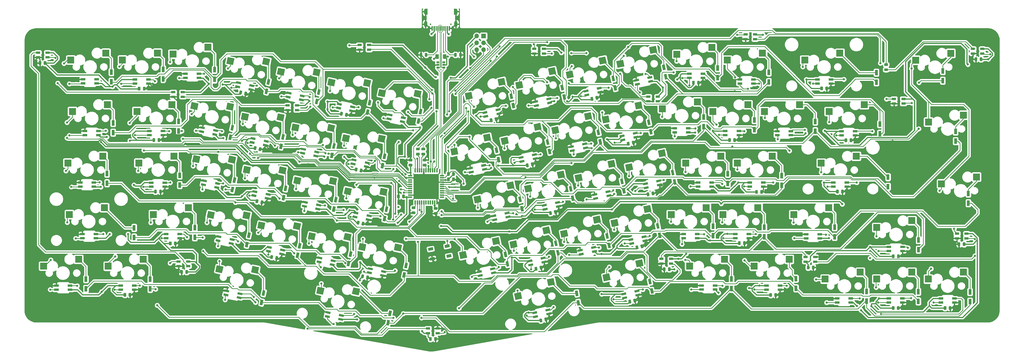
<source format=gbl>
G04 #@! TF.GenerationSoftware,KiCad,Pcbnew,(5.1.6)-1*
G04 #@! TF.CreationDate,2020-11-21T10:53:13+09:00*
G04 #@! TF.ProjectId,trifecta,74726966-6563-4746-912e-6b696361645f,rev?*
G04 #@! TF.SameCoordinates,Original*
G04 #@! TF.FileFunction,Copper,L2,Bot*
G04 #@! TF.FilePolarity,Positive*
%FSLAX46Y46*%
G04 Gerber Fmt 4.6, Leading zero omitted, Abs format (unit mm)*
G04 Created by KiCad (PCBNEW (5.1.6)-1) date 2020-11-21 10:53:13*
%MOMM*%
%LPD*%
G01*
G04 APERTURE LIST*
G04 #@! TA.AperFunction,SMDPad,CuDef*
%ADD10C,0.100000*%
G04 #@! TD*
G04 #@! TA.AperFunction,SMDPad,CuDef*
%ADD11R,2.550000X2.500000*%
G04 #@! TD*
G04 #@! TA.AperFunction,SMDPad,CuDef*
%ADD12R,1.600000X0.850000*%
G04 #@! TD*
G04 #@! TA.AperFunction,ComponentPad*
%ADD13O,1.700000X1.700000*%
G04 #@! TD*
G04 #@! TA.AperFunction,ComponentPad*
%ADD14R,1.700000X1.700000*%
G04 #@! TD*
G04 #@! TA.AperFunction,SMDPad,CuDef*
%ADD15R,0.700000X2.300000*%
G04 #@! TD*
G04 #@! TA.AperFunction,ComponentPad*
%ADD16O,1.200000X2.300000*%
G04 #@! TD*
G04 #@! TA.AperFunction,WasherPad*
%ADD17C,0.600000*%
G04 #@! TD*
G04 #@! TA.AperFunction,SMDPad,CuDef*
%ADD18R,0.550000X1.700000*%
G04 #@! TD*
G04 #@! TA.AperFunction,SMDPad,CuDef*
%ADD19R,0.300000X1.700000*%
G04 #@! TD*
G04 #@! TA.AperFunction,SMDPad,CuDef*
%ADD20R,1.000000X2.000000*%
G04 #@! TD*
G04 #@! TA.AperFunction,SMDPad,CuDef*
%ADD21R,1.500000X0.500000*%
G04 #@! TD*
G04 #@! TA.AperFunction,SMDPad,CuDef*
%ADD22R,0.500000X1.500000*%
G04 #@! TD*
G04 #@! TA.AperFunction,SMDPad,CuDef*
%ADD23R,1.800000X0.820000*%
G04 #@! TD*
G04 #@! TA.AperFunction,SMDPad,CuDef*
%ADD24R,1.060000X0.650000*%
G04 #@! TD*
G04 #@! TA.AperFunction,ViaPad*
%ADD25C,0.800000*%
G04 #@! TD*
G04 #@! TA.AperFunction,Conductor*
%ADD26C,0.250000*%
G04 #@! TD*
G04 #@! TA.AperFunction,Conductor*
%ADD27C,0.381000*%
G04 #@! TD*
G04 #@! TA.AperFunction,Conductor*
%ADD28C,0.200000*%
G04 #@! TD*
G04 #@! TA.AperFunction,Conductor*
%ADD29C,0.254000*%
G04 #@! TD*
G04 #@! TA.AperFunction,NonConductor*
%ADD30C,0.254000*%
G04 #@! TD*
G04 APERTURE END LIST*
G04 #@! TA.AperFunction,SMDPad,CuDef*
D10*
G36*
X193866098Y-96025322D02*
G01*
X193346319Y-93579953D01*
X195840596Y-93049778D01*
X196360375Y-95495147D01*
X193866098Y-96025322D01*
G37*
G04 #@! TD.AperFunction*
G04 #@! TA.AperFunction,SMDPad,CuDef*
G36*
X181749680Y-101197491D02*
G01*
X181229901Y-98752122D01*
X183724178Y-98221947D01*
X184243957Y-100667316D01*
X181749680Y-101197491D01*
G37*
G04 #@! TD.AperFunction*
D11*
X258942340Y-86107186D03*
X246015340Y-88647186D03*
X282754840Y-86107186D03*
X269827840Y-88647186D03*
X308948590Y-90869686D03*
X296021590Y-93409686D03*
X327998590Y-90869686D03*
X315071590Y-93409686D03*
X327998590Y-71819686D03*
X315071590Y-74359686D03*
X297373040Y-67025520D03*
X284446040Y-69565520D03*
X271200880Y-67040760D03*
X258273880Y-69580760D03*
X252145800Y-67045840D03*
X239218800Y-69585840D03*
G04 #@! TA.AperFunction,SMDPad,CuDef*
D10*
G36*
X226489858Y-89091122D02*
G01*
X225970079Y-86645753D01*
X228464356Y-86115578D01*
X228984135Y-88560947D01*
X226489858Y-89091122D01*
G37*
G04 #@! TD.AperFunction*
G04 #@! TA.AperFunction,SMDPad,CuDef*
G36*
X214373440Y-94263291D02*
G01*
X213853661Y-91817922D01*
X216347938Y-91287747D01*
X216867717Y-93733116D01*
X214373440Y-94263291D01*
G37*
G04 #@! TD.AperFunction*
G04 #@! TA.AperFunction,SMDPad,CuDef*
G36*
X229476898Y-68974322D02*
G01*
X228957119Y-66528953D01*
X231451396Y-65998778D01*
X231971175Y-68444147D01*
X229476898Y-68974322D01*
G37*
G04 #@! TD.AperFunction*
G04 #@! TA.AperFunction,SMDPad,CuDef*
G36*
X217360480Y-74146491D02*
G01*
X216840701Y-71701122D01*
X219334978Y-71170947D01*
X219854757Y-73616316D01*
X217360480Y-74146491D01*
G37*
G04 #@! TD.AperFunction*
G04 #@! TA.AperFunction,SMDPad,CuDef*
G36*
X210838378Y-72931642D02*
G01*
X210318599Y-70486273D01*
X212812876Y-69956098D01*
X213332655Y-72401467D01*
X210838378Y-72931642D01*
G37*
G04 #@! TD.AperFunction*
G04 #@! TA.AperFunction,SMDPad,CuDef*
G36*
X198721960Y-78103811D02*
G01*
X198202181Y-75658442D01*
X200696458Y-75128267D01*
X201216237Y-77573636D01*
X198721960Y-78103811D01*
G37*
G04 #@! TD.AperFunction*
G04 #@! TA.AperFunction,SMDPad,CuDef*
G36*
X192194778Y-76899122D02*
G01*
X191674999Y-74453753D01*
X194169276Y-73923578D01*
X194689055Y-76368947D01*
X192194778Y-76899122D01*
G37*
G04 #@! TD.AperFunction*
G04 #@! TA.AperFunction,SMDPad,CuDef*
G36*
X180078360Y-82071291D02*
G01*
X179558581Y-79625922D01*
X182052858Y-79095747D01*
X182572637Y-81541116D01*
X180078360Y-82071291D01*
G37*
G04 #@! TD.AperFunction*
G04 #@! TA.AperFunction,SMDPad,CuDef*
G36*
X173576578Y-80861522D02*
G01*
X173056799Y-78416153D01*
X175551076Y-77885978D01*
X176070855Y-80331347D01*
X173576578Y-80861522D01*
G37*
G04 #@! TD.AperFunction*
G04 #@! TA.AperFunction,SMDPad,CuDef*
G36*
X161460160Y-86033691D02*
G01*
X160940381Y-83588322D01*
X163434658Y-83058147D01*
X163954437Y-85503516D01*
X161460160Y-86033691D01*
G37*
G04 #@! TD.AperFunction*
G04 #@! TA.AperFunction,SMDPad,CuDef*
G36*
X178941058Y-60251962D02*
G01*
X178421279Y-57806593D01*
X180915556Y-57276418D01*
X181435335Y-59721787D01*
X178941058Y-60251962D01*
G37*
G04 #@! TD.AperFunction*
G04 #@! TA.AperFunction,SMDPad,CuDef*
G36*
X166824640Y-65424131D02*
G01*
X166304861Y-62978762D01*
X168799138Y-62448587D01*
X169318917Y-64893956D01*
X166824640Y-65424131D01*
G37*
G04 #@! TD.AperFunction*
G04 #@! TA.AperFunction,SMDPad,CuDef*
G36*
X197569418Y-56274322D02*
G01*
X197049639Y-53828953D01*
X199543916Y-53298778D01*
X200063695Y-55744147D01*
X197569418Y-56274322D01*
G37*
G04 #@! TD.AperFunction*
G04 #@! TA.AperFunction,SMDPad,CuDef*
G36*
X185453000Y-61446491D02*
G01*
X184933221Y-59001122D01*
X187427498Y-58470947D01*
X187947277Y-60916316D01*
X185453000Y-61446491D01*
G37*
G04 #@! TD.AperFunction*
G04 #@! TA.AperFunction,SMDPad,CuDef*
G36*
X216197778Y-52327162D02*
G01*
X215677999Y-49881793D01*
X218172276Y-49351618D01*
X218692055Y-51796987D01*
X216197778Y-52327162D01*
G37*
G04 #@! TD.AperFunction*
G04 #@! TA.AperFunction,SMDPad,CuDef*
G36*
X204081360Y-57499331D02*
G01*
X203561581Y-55053962D01*
X206055858Y-54523787D01*
X206575637Y-56969156D01*
X204081360Y-57499331D01*
G37*
G04 #@! TD.AperFunction*
G04 #@! TA.AperFunction,SMDPad,CuDef*
G36*
X234841378Y-48374922D02*
G01*
X234321599Y-45929553D01*
X236815876Y-45399378D01*
X237335655Y-47844747D01*
X234841378Y-48374922D01*
G37*
G04 #@! TD.AperFunction*
G04 #@! TA.AperFunction,SMDPad,CuDef*
G36*
X222724960Y-53547091D02*
G01*
X222205181Y-51101722D01*
X224699458Y-50571547D01*
X225219237Y-53016916D01*
X222724960Y-53547091D01*
G37*
G04 #@! TD.AperFunction*
D11*
X257510280Y-47985680D03*
X244583280Y-50525680D03*
X276550120Y-47985680D03*
X263623120Y-50525680D03*
X307497480Y-47990760D03*
X294570480Y-50530760D03*
X347048590Y-90869686D03*
X334121590Y-93409686D03*
X351851840Y-55661040D03*
X338924840Y-58201040D03*
X347076640Y-32801040D03*
X334149640Y-35341040D03*
X310423560Y-28925520D03*
X297496560Y-31465520D03*
X286572960Y-28940760D03*
X273645960Y-31480760D03*
X267507720Y-28945840D03*
X254580720Y-31485840D03*
X248884440Y-27884120D03*
X235957440Y-30424120D03*
G04 #@! TA.AperFunction,SMDPad,CuDef*
D10*
G36*
X226215538Y-30721922D02*
G01*
X225695759Y-28276553D01*
X228190036Y-27746378D01*
X228709815Y-30191747D01*
X226215538Y-30721922D01*
G37*
G04 #@! TD.AperFunction*
G04 #@! TA.AperFunction,SMDPad,CuDef*
G36*
X214099120Y-35894091D02*
G01*
X213579341Y-33448722D01*
X216073618Y-32918547D01*
X216593397Y-35363916D01*
X214099120Y-35894091D01*
G37*
G04 #@! TD.AperFunction*
G04 #@! TA.AperFunction,SMDPad,CuDef*
G36*
X207587178Y-34669082D02*
G01*
X207067399Y-32223713D01*
X209561676Y-31693538D01*
X210081455Y-34138907D01*
X207587178Y-34669082D01*
G37*
G04 #@! TD.AperFunction*
G04 #@! TA.AperFunction,SMDPad,CuDef*
G36*
X195470760Y-39841251D02*
G01*
X194950981Y-37395882D01*
X197445258Y-36865707D01*
X197965037Y-39311076D01*
X195470760Y-39841251D01*
G37*
G04 #@! TD.AperFunction*
G04 #@! TA.AperFunction,SMDPad,CuDef*
G36*
X188943578Y-38626402D02*
G01*
X188423799Y-36181033D01*
X190918076Y-35650858D01*
X191437855Y-38096227D01*
X188943578Y-38626402D01*
G37*
G04 #@! TD.AperFunction*
G04 #@! TA.AperFunction,SMDPad,CuDef*
G36*
X176827160Y-43798571D02*
G01*
X176307381Y-41353202D01*
X178801658Y-40823027D01*
X179321437Y-43268396D01*
X176827160Y-43798571D01*
G37*
G04 #@! TD.AperFunction*
G04 #@! TA.AperFunction,SMDPad,CuDef*
G36*
X170325378Y-42588802D02*
G01*
X169805599Y-40143433D01*
X172299876Y-39613258D01*
X172819655Y-42058627D01*
X170325378Y-42588802D01*
G37*
G04 #@! TD.AperFunction*
G04 #@! TA.AperFunction,SMDPad,CuDef*
G36*
X158208960Y-47760971D02*
G01*
X157689181Y-45315602D01*
X160183458Y-44785427D01*
X160703237Y-47230796D01*
X158208960Y-47760971D01*
G37*
G04 #@! TD.AperFunction*
D11*
X342352240Y-9941040D03*
X329425240Y-12481040D03*
X272867120Y-9895840D03*
X259940120Y-12435840D03*
X254238760Y-7747000D03*
X241311760Y-10287000D03*
G04 #@! TA.AperFunction,SMDPad,CuDef*
D10*
G36*
X231585098Y-10122522D02*
G01*
X231065319Y-7677153D01*
X233559596Y-7146978D01*
X234079375Y-9592347D01*
X231585098Y-10122522D01*
G37*
G04 #@! TD.AperFunction*
G04 #@! TA.AperFunction,SMDPad,CuDef*
G36*
X219468680Y-15294691D02*
G01*
X218948901Y-12849322D01*
X221443178Y-12319147D01*
X221962957Y-14764516D01*
X219468680Y-15294691D01*
G37*
G04 #@! TD.AperFunction*
G04 #@! TA.AperFunction,SMDPad,CuDef*
G36*
X212936418Y-14095082D02*
G01*
X212416639Y-11649713D01*
X214910916Y-11119538D01*
X215430695Y-13564907D01*
X212936418Y-14095082D01*
G37*
G04 #@! TD.AperFunction*
G04 #@! TA.AperFunction,SMDPad,CuDef*
G36*
X200820000Y-19267251D02*
G01*
X200300221Y-16821882D01*
X202794498Y-16291707D01*
X203314277Y-18737076D01*
X200820000Y-19267251D01*
G37*
G04 #@! TD.AperFunction*
G04 #@! TA.AperFunction,SMDPad,CuDef*
G36*
X194302978Y-18037162D02*
G01*
X193783199Y-15591793D01*
X196277476Y-15061618D01*
X196797255Y-17506987D01*
X194302978Y-18037162D01*
G37*
G04 #@! TD.AperFunction*
G04 #@! TA.AperFunction,SMDPad,CuDef*
G36*
X182186560Y-23209331D02*
G01*
X181666781Y-20763962D01*
X184161058Y-20233787D01*
X184680837Y-22679156D01*
X182186560Y-23209331D01*
G37*
G04 #@! TD.AperFunction*
D11*
X301426880Y-9880600D03*
X288499880Y-12420600D03*
G04 #@! TA.AperFunction,SMDPad,CuDef*
D10*
G36*
X175669538Y-21989402D02*
G01*
X175149759Y-19544033D01*
X177644036Y-19013858D01*
X178163815Y-21459227D01*
X175669538Y-21989402D01*
G37*
G04 #@! TD.AperFunction*
G04 #@! TA.AperFunction,SMDPad,CuDef*
G36*
X163553120Y-27161571D02*
G01*
X163033341Y-24716202D01*
X165527618Y-24186027D01*
X166047397Y-26631396D01*
X163553120Y-27161571D01*
G37*
G04 #@! TD.AperFunction*
G04 #@! TA.AperFunction,SMDPad,CuDef*
G36*
X121443102Y-98904827D02*
G01*
X121962881Y-96459458D01*
X124457158Y-96989633D01*
X123937379Y-99435002D01*
X121443102Y-98904827D01*
G37*
G04 #@! TD.AperFunction*
G04 #@! TA.AperFunction,SMDPad,CuDef*
G36*
X108270492Y-98701648D02*
G01*
X108790271Y-96256279D01*
X111284548Y-96786454D01*
X110764769Y-99231823D01*
X108270492Y-98701648D01*
G37*
G04 #@! TD.AperFunction*
G04 #@! TA.AperFunction,SMDPad,CuDef*
G36*
X84191462Y-90949547D02*
G01*
X84711241Y-88504178D01*
X87205518Y-89034353D01*
X86685739Y-91479722D01*
X84191462Y-90949547D01*
G37*
G04 #@! TD.AperFunction*
G04 #@! TA.AperFunction,SMDPad,CuDef*
G36*
X71018852Y-90746368D02*
G01*
X71538631Y-88300999D01*
X74032908Y-88831174D01*
X73513129Y-91276543D01*
X71018852Y-90746368D01*
G37*
G04 #@! TD.AperFunction*
D11*
X20624800Y-86085680D03*
X7697800Y-88625680D03*
X30144720Y-67010280D03*
X17217720Y-69550280D03*
X44444920Y-86111080D03*
X31517920Y-88651080D03*
X61107320Y-67000120D03*
X48180320Y-69540120D03*
G04 #@! TA.AperFunction,SMDPad,CuDef*
D10*
G36*
X81036782Y-70832747D02*
G01*
X81556561Y-68387378D01*
X84050838Y-68917553D01*
X83531059Y-71362922D01*
X81036782Y-70832747D01*
G37*
G04 #@! TD.AperFunction*
G04 #@! TA.AperFunction,SMDPad,CuDef*
G36*
X67864172Y-70629568D02*
G01*
X68383951Y-68184199D01*
X70878228Y-68714374D01*
X70358449Y-71159743D01*
X67864172Y-70629568D01*
G37*
G04 #@! TD.AperFunction*
G04 #@! TA.AperFunction,SMDPad,CuDef*
G36*
X99670222Y-74779907D02*
G01*
X100190001Y-72334538D01*
X102684278Y-72864713D01*
X102164499Y-75310082D01*
X99670222Y-74779907D01*
G37*
G04 #@! TD.AperFunction*
G04 #@! TA.AperFunction,SMDPad,CuDef*
G36*
X86497612Y-74576728D02*
G01*
X87017391Y-72131359D01*
X89511668Y-72661534D01*
X88991889Y-75106903D01*
X86497612Y-74576728D01*
G37*
G04 #@! TD.AperFunction*
G04 #@! TA.AperFunction,SMDPad,CuDef*
G36*
X118303662Y-78757547D02*
G01*
X118823441Y-76312178D01*
X121317718Y-76842353D01*
X120797939Y-79287722D01*
X118303662Y-78757547D01*
G37*
G04 #@! TD.AperFunction*
G04 #@! TA.AperFunction,SMDPad,CuDef*
G36*
X105131052Y-78554368D02*
G01*
X105650831Y-76108999D01*
X108145108Y-76639174D01*
X107625329Y-79084543D01*
X105131052Y-78554368D01*
G37*
G04 #@! TD.AperFunction*
G04 #@! TA.AperFunction,SMDPad,CuDef*
G36*
X136924402Y-82712327D02*
G01*
X137444181Y-80266958D01*
X139938458Y-80797133D01*
X139418679Y-83242502D01*
X136924402Y-82712327D01*
G37*
G04 #@! TD.AperFunction*
G04 #@! TA.AperFunction,SMDPad,CuDef*
G36*
X123751792Y-82509148D02*
G01*
X124271571Y-80063779D01*
X126765848Y-80593954D01*
X126246069Y-83039323D01*
X123751792Y-82509148D01*
G37*
G04 #@! TD.AperFunction*
G04 #@! TA.AperFunction,SMDPad,CuDef*
G36*
X131587862Y-62110387D02*
G01*
X132107641Y-59665018D01*
X134601918Y-60195193D01*
X134082139Y-62640562D01*
X131587862Y-62110387D01*
G37*
G04 #@! TD.AperFunction*
G04 #@! TA.AperFunction,SMDPad,CuDef*
G36*
X118415252Y-61907208D02*
G01*
X118935031Y-59461839D01*
X121429308Y-59992014D01*
X120909529Y-62437383D01*
X118415252Y-61907208D01*
G37*
G04 #@! TD.AperFunction*
G04 #@! TA.AperFunction,SMDPad,CuDef*
G36*
X112954422Y-58142907D02*
G01*
X113474201Y-55697538D01*
X115968478Y-56227713D01*
X115448699Y-58673082D01*
X112954422Y-58142907D01*
G37*
G04 #@! TD.AperFunction*
G04 #@! TA.AperFunction,SMDPad,CuDef*
G36*
X99781812Y-57939728D02*
G01*
X100301591Y-55494359D01*
X102795868Y-56024534D01*
X102276089Y-58469903D01*
X99781812Y-57939728D01*
G37*
G04 #@! TD.AperFunction*
G04 #@! TA.AperFunction,SMDPad,CuDef*
G36*
X94326062Y-54180507D02*
G01*
X94845841Y-51735138D01*
X97340118Y-52265313D01*
X96820339Y-54710682D01*
X94326062Y-54180507D01*
G37*
G04 #@! TD.AperFunction*
G04 #@! TA.AperFunction,SMDPad,CuDef*
G36*
X81153452Y-53977328D02*
G01*
X81673231Y-51531959D01*
X84167508Y-52062134D01*
X83647729Y-54507503D01*
X81153452Y-53977328D01*
G37*
G04 #@! TD.AperFunction*
G04 #@! TA.AperFunction,SMDPad,CuDef*
G36*
X75687542Y-50213027D02*
G01*
X76207321Y-47767658D01*
X78701598Y-48297833D01*
X78181819Y-50743202D01*
X75687542Y-50213027D01*
G37*
G04 #@! TD.AperFunction*
G04 #@! TA.AperFunction,SMDPad,CuDef*
G36*
X62514932Y-50009848D02*
G01*
X63034711Y-47564479D01*
X65528988Y-48094654D01*
X65009209Y-50540023D01*
X62514932Y-50009848D01*
G37*
G04 #@! TD.AperFunction*
D11*
X55753000Y-47950120D03*
X42826000Y-50490120D03*
X29565100Y-47956386D03*
X16638100Y-50496386D03*
X31252160Y-28905200D03*
X18325160Y-31445200D03*
X55046880Y-28895040D03*
X42119880Y-31435040D03*
G04 #@! TA.AperFunction,SMDPad,CuDef*
D10*
G36*
X74986502Y-30604227D02*
G01*
X75506281Y-28158858D01*
X78000558Y-28689033D01*
X77480779Y-31134402D01*
X74986502Y-30604227D01*
G37*
G04 #@! TD.AperFunction*
G04 #@! TA.AperFunction,SMDPad,CuDef*
G36*
X61813892Y-30401048D02*
G01*
X62333671Y-27955679D01*
X64827948Y-28485854D01*
X64308169Y-30931223D01*
X61813892Y-30401048D01*
G37*
G04 #@! TD.AperFunction*
G04 #@! TA.AperFunction,SMDPad,CuDef*
G36*
X93619942Y-34561547D02*
G01*
X94139721Y-32116178D01*
X96633998Y-32646353D01*
X96114219Y-35091722D01*
X93619942Y-34561547D01*
G37*
G04 #@! TD.AperFunction*
G04 #@! TA.AperFunction,SMDPad,CuDef*
G36*
X80447332Y-34358368D02*
G01*
X80967111Y-31912999D01*
X83461388Y-32443174D01*
X82941609Y-34888543D01*
X80447332Y-34358368D01*
G37*
G04 #@! TD.AperFunction*
G04 #@! TA.AperFunction,SMDPad,CuDef*
G36*
X112243222Y-38523947D02*
G01*
X112763001Y-36078578D01*
X115257278Y-36608753D01*
X114737499Y-39054122D01*
X112243222Y-38523947D01*
G37*
G04 #@! TD.AperFunction*
G04 #@! TA.AperFunction,SMDPad,CuDef*
G36*
X99070612Y-38320768D02*
G01*
X99590391Y-35875399D01*
X102084668Y-36405574D01*
X101564889Y-38850943D01*
X99070612Y-38320768D01*
G37*
G04 #@! TD.AperFunction*
G04 #@! TA.AperFunction,SMDPad,CuDef*
G36*
X130886822Y-42486347D02*
G01*
X131406601Y-40040978D01*
X133900878Y-40571153D01*
X133381099Y-43016522D01*
X130886822Y-42486347D01*
G37*
G04 #@! TD.AperFunction*
G04 #@! TA.AperFunction,SMDPad,CuDef*
G36*
X117714212Y-42283168D02*
G01*
X118233991Y-39837799D01*
X120728268Y-40367974D01*
X120208489Y-42813343D01*
X117714212Y-42283168D01*
G37*
G04 #@! TD.AperFunction*
G04 #@! TA.AperFunction,SMDPad,CuDef*
G36*
X144155782Y-25844267D02*
G01*
X144675561Y-23398898D01*
X147169838Y-23929073D01*
X146650059Y-26374442D01*
X144155782Y-25844267D01*
G37*
G04 #@! TD.AperFunction*
G04 #@! TA.AperFunction,SMDPad,CuDef*
G36*
X130983172Y-25641088D02*
G01*
X131502951Y-23195719D01*
X133997228Y-23725894D01*
X133477449Y-26171263D01*
X130983172Y-25641088D01*
G37*
G04 #@! TD.AperFunction*
G04 #@! TA.AperFunction,SMDPad,CuDef*
G36*
X125527422Y-21871707D02*
G01*
X126047201Y-19426338D01*
X128541478Y-19956513D01*
X128021699Y-22401882D01*
X125527422Y-21871707D01*
G37*
G04 #@! TD.AperFunction*
G04 #@! TA.AperFunction,SMDPad,CuDef*
G36*
X112354812Y-21668528D02*
G01*
X112874591Y-19223159D01*
X115368868Y-19753334D01*
X114849089Y-22198703D01*
X112354812Y-21668528D01*
G37*
G04 #@! TD.AperFunction*
G04 #@! TA.AperFunction,SMDPad,CuDef*
G36*
X106893982Y-17919467D02*
G01*
X107413761Y-15474098D01*
X109908038Y-16004273D01*
X109388259Y-18449642D01*
X106893982Y-17919467D01*
G37*
G04 #@! TD.AperFunction*
G04 #@! TA.AperFunction,SMDPad,CuDef*
G36*
X93721372Y-17716288D02*
G01*
X94241151Y-15270919D01*
X96735428Y-15801094D01*
X96215649Y-18246463D01*
X93721372Y-17716288D01*
G37*
G04 #@! TD.AperFunction*
G04 #@! TA.AperFunction,SMDPad,CuDef*
G36*
X88255462Y-13962147D02*
G01*
X88775241Y-11516778D01*
X91269518Y-12046953D01*
X90749739Y-14492322D01*
X88255462Y-13962147D01*
G37*
G04 #@! TD.AperFunction*
G04 #@! TA.AperFunction,SMDPad,CuDef*
G36*
X75082852Y-13758968D02*
G01*
X75602631Y-11313599D01*
X78096908Y-11843774D01*
X77577129Y-14289143D01*
X75082852Y-13758968D01*
G37*
G04 #@! TD.AperFunction*
D11*
X68331080Y-7726680D03*
X55404080Y-10266680D03*
X49702720Y-9865360D03*
X36775720Y-12405360D03*
X30652720Y-9860280D03*
X17725720Y-12400280D03*
D12*
X324914200Y-26788140D03*
X324914200Y-28538140D03*
X321414200Y-26788140D03*
X321414200Y-28538140D03*
X270151800Y-2985800D03*
X270151800Y-4735800D03*
X266651800Y-2985800D03*
X266651800Y-4735800D03*
X234287000Y-25934700D03*
X234287000Y-27684700D03*
X230787000Y-25934700D03*
X230787000Y-27684700D03*
X192250000Y-8269000D03*
X192250000Y-10019000D03*
X188750000Y-8269000D03*
X188750000Y-10019000D03*
X127746700Y-6872000D03*
X127746700Y-8622000D03*
X124246700Y-6872000D03*
X124246700Y-8622000D03*
X101152900Y-29185900D03*
X101152900Y-30935900D03*
X97652900Y-29185900D03*
X97652900Y-30935900D03*
X59019380Y-24293860D03*
X59019380Y-26043860D03*
X55519380Y-24293860D03*
X55519380Y-26043860D03*
X9133780Y-9696480D03*
X9133780Y-11446480D03*
X5633780Y-9696480D03*
X5633780Y-11446480D03*
X61008200Y-86894700D03*
X61008200Y-88644700D03*
X57508200Y-86894700D03*
X57508200Y-88644700D03*
X149545100Y-113422400D03*
X149545100Y-111672400D03*
X153045100Y-113422400D03*
X153045100Y-111672400D03*
X239151100Y-85916800D03*
X239151100Y-87666800D03*
X235651100Y-85916800D03*
X235651100Y-87666800D03*
X288813300Y-86981000D03*
X288813300Y-85231000D03*
X292313300Y-86981000D03*
X292313300Y-85231000D03*
X348180600Y-76595000D03*
X348180600Y-78345000D03*
X344680600Y-76595000D03*
X344680600Y-78345000D03*
X354009900Y-8281700D03*
X354009900Y-10031700D03*
X350509900Y-8281700D03*
X350509900Y-10031700D03*
G04 #@! TA.AperFunction,SMDPad,CuDef*
D10*
G36*
X158018733Y-84163837D02*
G01*
X158209746Y-85247126D01*
X156437093Y-85559693D01*
X156246080Y-84476404D01*
X158018733Y-84163837D01*
G37*
G04 #@! TD.AperFunction*
G04 #@! TA.AperFunction,SMDPad,CuDef*
G36*
X151270427Y-81596667D02*
G01*
X151461440Y-82679956D01*
X149688787Y-82992523D01*
X149497774Y-81909234D01*
X151270427Y-81596667D01*
G37*
G04 #@! TD.AperFunction*
G04 #@! TA.AperFunction,SMDPad,CuDef*
G36*
X157376235Y-80520048D02*
G01*
X157567248Y-81603337D01*
X155794595Y-81915904D01*
X155603582Y-80832615D01*
X157376235Y-80520048D01*
G37*
G04 #@! TD.AperFunction*
G04 #@! TA.AperFunction,SMDPad,CuDef*
G36*
X151912925Y-85240456D02*
G01*
X152103938Y-86323745D01*
X150331285Y-86636312D01*
X150140272Y-85553023D01*
X151912925Y-85240456D01*
G37*
G04 #@! TD.AperFunction*
D13*
X167487600Y-8651240D03*
X170027600Y-8651240D03*
X167487600Y-6111240D03*
X170027600Y-6111240D03*
X167487600Y-3571240D03*
D14*
X170027600Y-3571240D03*
D15*
X149011840Y5462760D03*
X159411840Y5462760D03*
D16*
X148636840Y862760D03*
X159786840Y862760D03*
X148636840Y5462760D03*
X159786840Y5462760D03*
D17*
X150461840Y782760D03*
X157961840Y782760D03*
D18*
X151011840Y-717240D03*
X157411840Y-717240D03*
X151761840Y-717240D03*
D19*
X152461840Y-717240D03*
X152961840Y-717240D03*
X153461840Y-717240D03*
D18*
X156661840Y-717240D03*
D19*
X155961840Y-717240D03*
X155461840Y-717240D03*
X154961840Y-717240D03*
X154461840Y-717240D03*
X153961840Y-717240D03*
G04 #@! TA.AperFunction,SMDPad,CuDef*
G36*
G01*
X6829640Y-13071790D02*
X6829640Y-13984290D01*
G75*
G02*
X6585890Y-14228040I-243750J0D01*
G01*
X6098390Y-14228040D01*
G75*
G02*
X5854640Y-13984290I0J243750D01*
G01*
X5854640Y-13071790D01*
G75*
G02*
X6098390Y-12828040I243750J0D01*
G01*
X6585890Y-12828040D01*
G75*
G02*
X6829640Y-13071790I0J-243750D01*
G01*
G37*
G04 #@! TD.AperFunction*
G04 #@! TA.AperFunction,SMDPad,CuDef*
G36*
G01*
X8704640Y-13071790D02*
X8704640Y-13984290D01*
G75*
G02*
X8460890Y-14228040I-243750J0D01*
G01*
X7973390Y-14228040D01*
G75*
G02*
X7729640Y-13984290I0J243750D01*
G01*
X7729640Y-13071790D01*
G75*
G02*
X7973390Y-12828040I243750J0D01*
G01*
X8460890Y-12828040D01*
G75*
G02*
X8704640Y-13071790I0J-243750D01*
G01*
G37*
G04 #@! TD.AperFunction*
G04 #@! TA.AperFunction,SMDPad,CuDef*
G36*
G01*
X59090140Y-90313190D02*
X59090140Y-91225690D01*
G75*
G02*
X58846390Y-91469440I-243750J0D01*
G01*
X58358890Y-91469440D01*
G75*
G02*
X58115140Y-91225690I0J243750D01*
G01*
X58115140Y-90313190D01*
G75*
G02*
X58358890Y-90069440I243750J0D01*
G01*
X58846390Y-90069440D01*
G75*
G02*
X59090140Y-90313190I0J-243750D01*
G01*
G37*
G04 #@! TD.AperFunction*
G04 #@! TA.AperFunction,SMDPad,CuDef*
G36*
G01*
X60965140Y-90313190D02*
X60965140Y-91225690D01*
G75*
G02*
X60721390Y-91469440I-243750J0D01*
G01*
X60233890Y-91469440D01*
G75*
G02*
X59990140Y-91225690I0J243750D01*
G01*
X59990140Y-90313190D01*
G75*
G02*
X60233890Y-90069440I243750J0D01*
G01*
X60721390Y-90069440D01*
G75*
G02*
X60965140Y-90313190I0J-243750D01*
G01*
G37*
G04 #@! TD.AperFunction*
G04 #@! TA.AperFunction,SMDPad,CuDef*
G36*
G01*
X151798440Y-116003390D02*
X151798440Y-115090890D01*
G75*
G02*
X152042190Y-114847140I243750J0D01*
G01*
X152529690Y-114847140D01*
G75*
G02*
X152773440Y-115090890I0J-243750D01*
G01*
X152773440Y-116003390D01*
G75*
G02*
X152529690Y-116247140I-243750J0D01*
G01*
X152042190Y-116247140D01*
G75*
G02*
X151798440Y-116003390I0J243750D01*
G01*
G37*
G04 #@! TD.AperFunction*
G04 #@! TA.AperFunction,SMDPad,CuDef*
G36*
G01*
X149923440Y-116003390D02*
X149923440Y-115090890D01*
G75*
G02*
X150167190Y-114847140I243750J0D01*
G01*
X150654690Y-114847140D01*
G75*
G02*
X150898440Y-115090890I0J-243750D01*
G01*
X150898440Y-116003390D01*
G75*
G02*
X150654690Y-116247140I-243750J0D01*
G01*
X150167190Y-116247140D01*
G75*
G02*
X149923440Y-116003390I0J243750D01*
G01*
G37*
G04 #@! TD.AperFunction*
G04 #@! TA.AperFunction,SMDPad,CuDef*
G36*
G01*
X237131440Y-89322590D02*
X237131440Y-90235090D01*
G75*
G02*
X236887690Y-90478840I-243750J0D01*
G01*
X236400190Y-90478840D01*
G75*
G02*
X236156440Y-90235090I0J243750D01*
G01*
X236156440Y-89322590D01*
G75*
G02*
X236400190Y-89078840I243750J0D01*
G01*
X236887690Y-89078840D01*
G75*
G02*
X237131440Y-89322590I0J-243750D01*
G01*
G37*
G04 #@! TD.AperFunction*
G04 #@! TA.AperFunction,SMDPad,CuDef*
G36*
G01*
X239006440Y-89322590D02*
X239006440Y-90235090D01*
G75*
G02*
X238762690Y-90478840I-243750J0D01*
G01*
X238275190Y-90478840D01*
G75*
G02*
X238031440Y-90235090I0J243750D01*
G01*
X238031440Y-89322590D01*
G75*
G02*
X238275190Y-89078840I243750J0D01*
G01*
X238762690Y-89078840D01*
G75*
G02*
X239006440Y-89322590I0J-243750D01*
G01*
G37*
G04 #@! TD.AperFunction*
G04 #@! TA.AperFunction,SMDPad,CuDef*
G36*
G01*
X291147920Y-89584850D02*
X291147920Y-88672350D01*
G75*
G02*
X291391670Y-88428600I243750J0D01*
G01*
X291879170Y-88428600D01*
G75*
G02*
X292122920Y-88672350I0J-243750D01*
G01*
X292122920Y-89584850D01*
G75*
G02*
X291879170Y-89828600I-243750J0D01*
G01*
X291391670Y-89828600D01*
G75*
G02*
X291147920Y-89584850I0J243750D01*
G01*
G37*
G04 #@! TD.AperFunction*
G04 #@! TA.AperFunction,SMDPad,CuDef*
G36*
G01*
X289272920Y-89584850D02*
X289272920Y-88672350D01*
G75*
G02*
X289516670Y-88428600I243750J0D01*
G01*
X290004170Y-88428600D01*
G75*
G02*
X290247920Y-88672350I0J-243750D01*
G01*
X290247920Y-89584850D01*
G75*
G02*
X290004170Y-89828600I-243750J0D01*
G01*
X289516670Y-89828600D01*
G75*
G02*
X289272920Y-89584850I0J243750D01*
G01*
G37*
G04 #@! TD.AperFunction*
G04 #@! TA.AperFunction,SMDPad,CuDef*
G36*
G01*
X345894240Y-80051590D02*
X345894240Y-80964090D01*
G75*
G02*
X345650490Y-81207840I-243750J0D01*
G01*
X345162990Y-81207840D01*
G75*
G02*
X344919240Y-80964090I0J243750D01*
G01*
X344919240Y-80051590D01*
G75*
G02*
X345162990Y-79807840I243750J0D01*
G01*
X345650490Y-79807840D01*
G75*
G02*
X345894240Y-80051590I0J-243750D01*
G01*
G37*
G04 #@! TD.AperFunction*
G04 #@! TA.AperFunction,SMDPad,CuDef*
G36*
G01*
X347769240Y-80051590D02*
X347769240Y-80964090D01*
G75*
G02*
X347525490Y-81207840I-243750J0D01*
G01*
X347037990Y-81207840D01*
G75*
G02*
X346794240Y-80964090I0J243750D01*
G01*
X346794240Y-80051590D01*
G75*
G02*
X347037990Y-79807840I243750J0D01*
G01*
X347525490Y-79807840D01*
G75*
G02*
X347769240Y-80051590I0J-243750D01*
G01*
G37*
G04 #@! TD.AperFunction*
G04 #@! TA.AperFunction,SMDPad,CuDef*
G36*
G01*
X352142640Y-11674790D02*
X352142640Y-12587290D01*
G75*
G02*
X351898890Y-12831040I-243750J0D01*
G01*
X351411390Y-12831040D01*
G75*
G02*
X351167640Y-12587290I0J243750D01*
G01*
X351167640Y-11674790D01*
G75*
G02*
X351411390Y-11431040I243750J0D01*
G01*
X351898890Y-11431040D01*
G75*
G02*
X352142640Y-11674790I0J-243750D01*
G01*
G37*
G04 #@! TD.AperFunction*
G04 #@! TA.AperFunction,SMDPad,CuDef*
G36*
G01*
X354017640Y-11674790D02*
X354017640Y-12587290D01*
G75*
G02*
X353773890Y-12831040I-243750J0D01*
G01*
X353286390Y-12831040D01*
G75*
G02*
X353042640Y-12587290I0J243750D01*
G01*
X353042640Y-11674790D01*
G75*
G02*
X353286390Y-11431040I243750J0D01*
G01*
X353773890Y-11431040D01*
G75*
G02*
X354017640Y-11674790I0J-243750D01*
G01*
G37*
G04 #@! TD.AperFunction*
D20*
X260103620Y-54511400D03*
X260103620Y-58061400D03*
X349469320Y-98203960D03*
X349469320Y-101753960D03*
X330376140Y-98092200D03*
X330376140Y-101642200D03*
X311341380Y-98008380D03*
X311341380Y-101558380D03*
X285240340Y-93258580D03*
X285240340Y-96808580D03*
X261445620Y-93393200D03*
X261445620Y-96943200D03*
G04 #@! TA.AperFunction,SMDPad,CuDef*
D10*
G36*
X232064842Y-95226180D02*
G01*
X231086695Y-95434091D01*
X230670872Y-93477796D01*
X231649019Y-93269885D01*
X232064842Y-95226180D01*
G37*
G04 #@! TD.AperFunction*
G04 #@! TA.AperFunction,SMDPad,CuDef*
G36*
X232802928Y-98698604D02*
G01*
X231824781Y-98906515D01*
X231408958Y-96950220D01*
X232387105Y-96742309D01*
X232802928Y-98698604D01*
G37*
G04 #@! TD.AperFunction*
G04 #@! TA.AperFunction,SMDPad,CuDef*
G36*
X205021746Y-99606430D02*
G01*
X204036938Y-99780078D01*
X203689642Y-97810462D01*
X204674450Y-97636814D01*
X205021746Y-99606430D01*
G37*
G04 #@! TD.AperFunction*
G04 #@! TA.AperFunction,SMDPad,CuDef*
G36*
X205638198Y-103102498D02*
G01*
X204653390Y-103276146D01*
X204306094Y-101306530D01*
X205290902Y-101132882D01*
X205638198Y-103102498D01*
G37*
G04 #@! TD.AperFunction*
G04 #@! TA.AperFunction,SMDPad,CuDef*
G36*
X135776545Y-107165831D02*
G01*
X134798398Y-106957920D01*
X135214221Y-105001625D01*
X136192368Y-105209536D01*
X135776545Y-107165831D01*
G37*
G04 #@! TD.AperFunction*
G04 #@! TA.AperFunction,SMDPad,CuDef*
G36*
X135038459Y-110638255D02*
G01*
X134060312Y-110430344D01*
X134476135Y-108474049D01*
X135454282Y-108681960D01*
X135038459Y-110638255D01*
G37*
G04 #@! TD.AperFunction*
G04 #@! TA.AperFunction,SMDPad,CuDef*
G36*
X89104045Y-99672831D02*
G01*
X88125898Y-99464920D01*
X88541721Y-97508625D01*
X89519868Y-97716536D01*
X89104045Y-99672831D01*
G37*
G04 #@! TD.AperFunction*
G04 #@! TA.AperFunction,SMDPad,CuDef*
G36*
X88365959Y-103145255D02*
G01*
X87387812Y-102937344D01*
X87803635Y-100981049D01*
X88781782Y-101188960D01*
X88365959Y-103145255D01*
G37*
G04 #@! TD.AperFunction*
D20*
X46988340Y-93471940D03*
X46988340Y-97021940D03*
X23302840Y-93459240D03*
X23302840Y-97009240D03*
X348821530Y-61799490D03*
X348821530Y-65349490D03*
X330462500Y-78968540D03*
X330462500Y-82518540D03*
X299502440Y-74223820D03*
X299502440Y-77773820D03*
X273583400Y-74224800D03*
X273583400Y-77774800D03*
X254647700Y-73853500D03*
X254647700Y-77403500D03*
G04 #@! TA.AperFunction,SMDPad,CuDef*
D10*
G36*
X234947742Y-74626780D02*
G01*
X233969595Y-74834691D01*
X233553772Y-72878396D01*
X234531919Y-72670485D01*
X234947742Y-74626780D01*
G37*
G04 #@! TD.AperFunction*
G04 #@! TA.AperFunction,SMDPad,CuDef*
G36*
X235685828Y-78099204D02*
G01*
X234707681Y-78307115D01*
X234291858Y-76350820D01*
X235270005Y-76142909D01*
X235685828Y-78099204D01*
G37*
G04 #@! TD.AperFunction*
G04 #@! TA.AperFunction,SMDPad,CuDef*
G36*
X216266042Y-78347880D02*
G01*
X215287895Y-78555791D01*
X214872072Y-76599496D01*
X215850219Y-76391585D01*
X216266042Y-78347880D01*
G37*
G04 #@! TD.AperFunction*
G04 #@! TA.AperFunction,SMDPad,CuDef*
G36*
X217004128Y-81820304D02*
G01*
X216025981Y-82028215D01*
X215610158Y-80071920D01*
X216588305Y-79864009D01*
X217004128Y-81820304D01*
G37*
G04 #@! TD.AperFunction*
G04 #@! TA.AperFunction,SMDPad,CuDef*
G36*
X197381142Y-81091080D02*
G01*
X196402995Y-81298991D01*
X195987172Y-79342696D01*
X196965319Y-79134785D01*
X197381142Y-81091080D01*
G37*
G04 #@! TD.AperFunction*
G04 #@! TA.AperFunction,SMDPad,CuDef*
G36*
X198119228Y-84563504D02*
G01*
X197141081Y-84771415D01*
X196725258Y-82815120D01*
X197703405Y-82607209D01*
X198119228Y-84563504D01*
G37*
G04 #@! TD.AperFunction*
G04 #@! TA.AperFunction,SMDPad,CuDef*
G36*
X178775642Y-85193180D02*
G01*
X177797495Y-85401091D01*
X177381672Y-83444796D01*
X178359819Y-83236885D01*
X178775642Y-85193180D01*
G37*
G04 #@! TD.AperFunction*
G04 #@! TA.AperFunction,SMDPad,CuDef*
G36*
X179513728Y-88665604D02*
G01*
X178535581Y-88873515D01*
X178119758Y-86917220D01*
X179097905Y-86709309D01*
X179513728Y-88665604D01*
G37*
G04 #@! TD.AperFunction*
G04 #@! TA.AperFunction,SMDPad,CuDef*
G36*
X141682045Y-89512831D02*
G01*
X140703898Y-89304920D01*
X141119721Y-87348625D01*
X142097868Y-87556536D01*
X141682045Y-89512831D01*
G37*
G04 #@! TD.AperFunction*
G04 #@! TA.AperFunction,SMDPad,CuDef*
G36*
X140943959Y-92985255D02*
G01*
X139965812Y-92777344D01*
X140381635Y-90821049D01*
X141359782Y-91028960D01*
X140943959Y-92985255D01*
G37*
G04 #@! TD.AperFunction*
G04 #@! TA.AperFunction,SMDPad,CuDef*
G36*
X121203685Y-85251231D02*
G01*
X120225538Y-85043320D01*
X120641361Y-83087025D01*
X121619508Y-83294936D01*
X121203685Y-85251231D01*
G37*
G04 #@! TD.AperFunction*
G04 #@! TA.AperFunction,SMDPad,CuDef*
G36*
X120465599Y-88723655D02*
G01*
X119487452Y-88515744D01*
X119903275Y-86559449D01*
X120881422Y-86767360D01*
X120465599Y-88723655D01*
G37*
G04 #@! TD.AperFunction*
G04 #@! TA.AperFunction,SMDPad,CuDef*
G36*
X102412765Y-82221011D02*
G01*
X101434618Y-82013100D01*
X101850441Y-80056805D01*
X102828588Y-80264716D01*
X102412765Y-82221011D01*
G37*
G04 #@! TD.AperFunction*
G04 #@! TA.AperFunction,SMDPad,CuDef*
G36*
X101674679Y-85693435D02*
G01*
X100696532Y-85485524D01*
X101112355Y-83529229D01*
X102090502Y-83737140D01*
X101674679Y-85693435D01*
G37*
G04 #@! TD.AperFunction*
G04 #@! TA.AperFunction,SMDPad,CuDef*
G36*
X83690425Y-78281471D02*
G01*
X82712278Y-78073560D01*
X83128101Y-76117265D01*
X84106248Y-76325176D01*
X83690425Y-78281471D01*
G37*
G04 #@! TD.AperFunction*
G04 #@! TA.AperFunction,SMDPad,CuDef*
G36*
X82952339Y-81753895D02*
G01*
X81974192Y-81545984D01*
X82390015Y-79589689D01*
X83368162Y-79797600D01*
X82952339Y-81753895D01*
G37*
G04 #@! TD.AperFunction*
D20*
X63464440Y-74422460D03*
X63464440Y-77972460D03*
X41082840Y-74468986D03*
X41082840Y-78018986D03*
X344130240Y-38849240D03*
X344130240Y-42399240D03*
X319197600Y-55717380D03*
X319197600Y-59267380D03*
X279992700Y-55150960D03*
X279992700Y-58700960D03*
G04 #@! TA.AperFunction,SMDPad,CuDef*
D10*
G36*
X240477322Y-54916380D02*
G01*
X239499175Y-55124291D01*
X239083352Y-53167996D01*
X240061499Y-52960085D01*
X240477322Y-54916380D01*
G37*
G04 #@! TD.AperFunction*
G04 #@! TA.AperFunction,SMDPad,CuDef*
G36*
X241215408Y-58388804D02*
G01*
X240237261Y-58596715D01*
X239821438Y-56640420D01*
X240799585Y-56432509D01*
X241215408Y-58388804D01*
G37*
G04 #@! TD.AperFunction*
G04 #@! TA.AperFunction,SMDPad,CuDef*
G36*
X221747362Y-58167580D02*
G01*
X220769215Y-58375491D01*
X220353392Y-56419196D01*
X221331539Y-56211285D01*
X221747362Y-58167580D01*
G37*
G04 #@! TD.AperFunction*
G04 #@! TA.AperFunction,SMDPad,CuDef*
G36*
X222485448Y-61640004D02*
G01*
X221507301Y-61847915D01*
X221091478Y-59891620D01*
X222069625Y-59683709D01*
X222485448Y-61640004D01*
G37*
G04 #@! TD.AperFunction*
G04 #@! TA.AperFunction,SMDPad,CuDef*
G36*
X202854842Y-60918400D02*
G01*
X201876695Y-61126311D01*
X201460872Y-59170016D01*
X202439019Y-58962105D01*
X202854842Y-60918400D01*
G37*
G04 #@! TD.AperFunction*
G04 #@! TA.AperFunction,SMDPad,CuDef*
G36*
X203592928Y-64390824D02*
G01*
X202614781Y-64598735D01*
X202198958Y-62642440D01*
X203177105Y-62434529D01*
X203592928Y-64390824D01*
G37*
G04 #@! TD.AperFunction*
G04 #@! TA.AperFunction,SMDPad,CuDef*
G36*
X184147742Y-64809680D02*
G01*
X183169595Y-65017591D01*
X182753772Y-63061296D01*
X183731919Y-62853385D01*
X184147742Y-64809680D01*
G37*
G04 #@! TD.AperFunction*
G04 #@! TA.AperFunction,SMDPad,CuDef*
G36*
X184885828Y-68282104D02*
G01*
X183907681Y-68490015D01*
X183491858Y-66533720D01*
X184470005Y-66325809D01*
X184885828Y-68282104D01*
G37*
G04 #@! TD.AperFunction*
G04 #@! TA.AperFunction,SMDPad,CuDef*
G36*
X134478468Y-68668719D02*
G01*
X133500321Y-68460808D01*
X133916144Y-66504513D01*
X134894291Y-66712424D01*
X134478468Y-68668719D01*
G37*
G04 #@! TD.AperFunction*
G04 #@! TA.AperFunction,SMDPad,CuDef*
G36*
X133740382Y-72141143D02*
G01*
X132762235Y-71933232D01*
X133178058Y-69976937D01*
X134156205Y-70184848D01*
X133740382Y-72141143D01*
G37*
G04 #@! TD.AperFunction*
G04 #@! TA.AperFunction,SMDPad,CuDef*
G36*
X115770625Y-65162371D02*
G01*
X114792478Y-64954460D01*
X115208301Y-62998165D01*
X116186448Y-63206076D01*
X115770625Y-65162371D01*
G37*
G04 #@! TD.AperFunction*
G04 #@! TA.AperFunction,SMDPad,CuDef*
G36*
X115032539Y-68634795D02*
G01*
X114054392Y-68426884D01*
X114470215Y-66470589D01*
X115448362Y-66678500D01*
X115032539Y-68634795D01*
G37*
G04 #@! TD.AperFunction*
G04 #@! TA.AperFunction,SMDPad,CuDef*
G36*
X97231165Y-60938351D02*
G01*
X96253018Y-60730440D01*
X96668841Y-58774145D01*
X97646988Y-58982056D01*
X97231165Y-60938351D01*
G37*
G04 #@! TD.AperFunction*
G04 #@! TA.AperFunction,SMDPad,CuDef*
G36*
X96493079Y-64410775D02*
G01*
X95514932Y-64202864D01*
X95930755Y-62246569D01*
X96908902Y-62454480D01*
X96493079Y-64410775D01*
G37*
G04 #@! TD.AperFunction*
G04 #@! TA.AperFunction,SMDPad,CuDef*
G36*
X78366585Y-57920831D02*
G01*
X77388438Y-57712920D01*
X77804261Y-55756625D01*
X78782408Y-55964536D01*
X78366585Y-57920831D01*
G37*
G04 #@! TD.AperFunction*
G04 #@! TA.AperFunction,SMDPad,CuDef*
G36*
X77628499Y-61393255D02*
G01*
X76650352Y-61185344D01*
X77066175Y-59229049D01*
X78044322Y-59436960D01*
X77628499Y-61393255D01*
G37*
G04 #@! TD.AperFunction*
D20*
X57891680Y-55095600D03*
X57891680Y-58645600D03*
X31065080Y-54406740D03*
X31065080Y-57956740D03*
X339405840Y-16492160D03*
X339405840Y-20042160D03*
X316200400Y-36116200D03*
X316200400Y-39666200D03*
X292352340Y-35173860D03*
X292352340Y-38723860D03*
X269900400Y-34597800D03*
X269900400Y-38147800D03*
X251180600Y-33505600D03*
X251180600Y-37055600D03*
G04 #@! TA.AperFunction,SMDPad,CuDef*
D10*
G36*
X231671142Y-36336280D02*
G01*
X230692995Y-36544191D01*
X230277172Y-34587896D01*
X231255319Y-34379985D01*
X231671142Y-36336280D01*
G37*
G04 #@! TD.AperFunction*
G04 #@! TA.AperFunction,SMDPad,CuDef*
G36*
X232409228Y-39808704D02*
G01*
X231431081Y-40016615D01*
X231015258Y-38060320D01*
X231993405Y-37852409D01*
X232409228Y-39808704D01*
G37*
G04 #@! TD.AperFunction*
G04 #@! TA.AperFunction,SMDPad,CuDef*
G36*
X213027542Y-40070080D02*
G01*
X212049395Y-40277991D01*
X211633572Y-38321696D01*
X212611719Y-38113785D01*
X213027542Y-40070080D01*
G37*
G04 #@! TD.AperFunction*
G04 #@! TA.AperFunction,SMDPad,CuDef*
G36*
X213765628Y-43542504D02*
G01*
X212787481Y-43750415D01*
X212371658Y-41794120D01*
X213349805Y-41586209D01*
X213765628Y-43542504D01*
G37*
G04 #@! TD.AperFunction*
G04 #@! TA.AperFunction,SMDPad,CuDef*
G36*
X194320442Y-43664180D02*
G01*
X193342295Y-43872091D01*
X192926472Y-41915796D01*
X193904619Y-41707885D01*
X194320442Y-43664180D01*
G37*
G04 #@! TD.AperFunction*
G04 #@! TA.AperFunction,SMDPad,CuDef*
G36*
X195058528Y-47136604D02*
G01*
X194080381Y-47344515D01*
X193664558Y-45388220D01*
X194642705Y-45180309D01*
X195058528Y-47136604D01*
G37*
G04 #@! TD.AperFunction*
G04 #@! TA.AperFunction,SMDPad,CuDef*
G36*
X175486342Y-46674080D02*
G01*
X174508195Y-46881991D01*
X174092372Y-44925696D01*
X175070519Y-44717785D01*
X175486342Y-46674080D01*
G37*
G04 #@! TD.AperFunction*
G04 #@! TA.AperFunction,SMDPad,CuDef*
G36*
X176224428Y-50146504D02*
G01*
X175246281Y-50354415D01*
X174830458Y-48398120D01*
X175808605Y-48190209D01*
X176224428Y-50146504D01*
G37*
G04 #@! TD.AperFunction*
G04 #@! TA.AperFunction,SMDPad,CuDef*
G36*
X133741125Y-49099411D02*
G01*
X132762978Y-48891500D01*
X133178801Y-46935205D01*
X134156948Y-47143116D01*
X133741125Y-49099411D01*
G37*
G04 #@! TD.AperFunction*
G04 #@! TA.AperFunction,SMDPad,CuDef*
G36*
X133003039Y-52571835D02*
G01*
X132024892Y-52363924D01*
X132440715Y-50407629D01*
X133418862Y-50615540D01*
X133003039Y-52571835D01*
G37*
G04 #@! TD.AperFunction*
G04 #@! TA.AperFunction,SMDPad,CuDef*
G36*
X115084825Y-45297031D02*
G01*
X114106678Y-45089120D01*
X114522501Y-43132825D01*
X115500648Y-43340736D01*
X115084825Y-45297031D01*
G37*
G04 #@! TD.AperFunction*
G04 #@! TA.AperFunction,SMDPad,CuDef*
G36*
X114346739Y-48769455D02*
G01*
X113368592Y-48561544D01*
X113784415Y-46605249D01*
X114762562Y-46813160D01*
X114346739Y-48769455D01*
G37*
G04 #@! TD.AperFunction*
G04 #@! TA.AperFunction,SMDPad,CuDef*
G36*
X96283745Y-41964551D02*
G01*
X95305598Y-41756640D01*
X95721421Y-39800345D01*
X96699568Y-40008256D01*
X96283745Y-41964551D01*
G37*
G04 #@! TD.AperFunction*
G04 #@! TA.AperFunction,SMDPad,CuDef*
G36*
X95545659Y-45436975D02*
G01*
X94567512Y-45229064D01*
X94983335Y-43272769D01*
X95961482Y-43480680D01*
X95545659Y-45436975D01*
G37*
G04 #@! TD.AperFunction*
G04 #@! TA.AperFunction,SMDPad,CuDef*
G36*
X77566485Y-38560951D02*
G01*
X76588338Y-38353040D01*
X77004161Y-36396745D01*
X77982308Y-36604656D01*
X77566485Y-38560951D01*
G37*
G04 #@! TD.AperFunction*
G04 #@! TA.AperFunction,SMDPad,CuDef*
G36*
X76828399Y-42033375D02*
G01*
X75850252Y-41825464D01*
X76266075Y-39869169D01*
X77244222Y-40077080D01*
X76828399Y-42033375D01*
G37*
G04 #@! TD.AperFunction*
D20*
X57492900Y-35090560D03*
X57492900Y-38640560D03*
X33319720Y-35723020D03*
X33319720Y-39273020D03*
X314915160Y-17078900D03*
X314915160Y-20628900D03*
X275234400Y-17018460D03*
X275234400Y-20568460D03*
X256341880Y-15430960D03*
X256341880Y-18980960D03*
G04 #@! TA.AperFunction,SMDPad,CuDef*
D10*
G36*
X237185482Y-16011200D02*
G01*
X236207335Y-16219111D01*
X235791512Y-14262816D01*
X236769659Y-14054905D01*
X237185482Y-16011200D01*
G37*
G04 #@! TD.AperFunction*
G04 #@! TA.AperFunction,SMDPad,CuDef*
G36*
X237923568Y-19483624D02*
G01*
X236945421Y-19691535D01*
X236529598Y-17735240D01*
X237507745Y-17527329D01*
X237923568Y-19483624D01*
G37*
G04 #@! TD.AperFunction*
G04 #@! TA.AperFunction,SMDPad,CuDef*
G36*
X218531722Y-20118380D02*
G01*
X217553575Y-20326291D01*
X217137752Y-18369996D01*
X218115899Y-18162085D01*
X218531722Y-20118380D01*
G37*
G04 #@! TD.AperFunction*
G04 #@! TA.AperFunction,SMDPad,CuDef*
G36*
X219269808Y-23590804D02*
G01*
X218291661Y-23798715D01*
X217875838Y-21842420D01*
X218853985Y-21634509D01*
X219269808Y-23590804D01*
G37*
G04 #@! TD.AperFunction*
G04 #@! TA.AperFunction,SMDPad,CuDef*
G36*
X199712862Y-23514360D02*
G01*
X198734715Y-23722271D01*
X198318892Y-21765976D01*
X199297039Y-21558065D01*
X199712862Y-23514360D01*
G37*
G04 #@! TD.AperFunction*
G04 #@! TA.AperFunction,SMDPad,CuDef*
G36*
X200450948Y-26986784D02*
G01*
X199472801Y-27194695D01*
X199056978Y-25238400D01*
X200035125Y-25030489D01*
X200450948Y-26986784D01*
G37*
G04 #@! TD.AperFunction*
G04 #@! TA.AperFunction,SMDPad,CuDef*
G36*
X180924482Y-26681740D02*
G01*
X179946335Y-26889651D01*
X179530512Y-24933356D01*
X180508659Y-24725445D01*
X180924482Y-26681740D01*
G37*
G04 #@! TD.AperFunction*
G04 #@! TA.AperFunction,SMDPad,CuDef*
G36*
X181662568Y-30154164D02*
G01*
X180684421Y-30362075D01*
X180268598Y-28405780D01*
X181246745Y-28197869D01*
X181662568Y-30154164D01*
G37*
G04 #@! TD.AperFunction*
G04 #@! TA.AperFunction,SMDPad,CuDef*
G36*
X147022785Y-32594491D02*
G01*
X146044638Y-32386580D01*
X146460461Y-30430285D01*
X147438608Y-30638196D01*
X147022785Y-32594491D01*
G37*
G04 #@! TD.AperFunction*
G04 #@! TA.AperFunction,SMDPad,CuDef*
G36*
X146284699Y-36066915D02*
G01*
X145306552Y-35859004D01*
X145722375Y-33902709D01*
X146700522Y-34110620D01*
X146284699Y-36066915D01*
G37*
G04 #@! TD.AperFunction*
G04 #@! TA.AperFunction,SMDPad,CuDef*
G36*
X128219165Y-29300111D02*
G01*
X127241018Y-29092200D01*
X127656841Y-27135905D01*
X128634988Y-27343816D01*
X128219165Y-29300111D01*
G37*
G04 #@! TD.AperFunction*
G04 #@! TA.AperFunction,SMDPad,CuDef*
G36*
X127481079Y-32772535D02*
G01*
X126502932Y-32564624D01*
X126918755Y-30608329D01*
X127896902Y-30816240D01*
X127481079Y-32772535D01*
G37*
G04 #@! TD.AperFunction*
G04 #@! TA.AperFunction,SMDPad,CuDef*
G36*
X109477385Y-25354971D02*
G01*
X108499238Y-25147060D01*
X108915061Y-23190765D01*
X109893208Y-23398676D01*
X109477385Y-25354971D01*
G37*
G04 #@! TD.AperFunction*
G04 #@! TA.AperFunction,SMDPad,CuDef*
G36*
X108739299Y-28827395D02*
G01*
X107761152Y-28619484D01*
X108176975Y-26663189D01*
X109155122Y-26871100D01*
X108739299Y-28827395D01*
G37*
G04 #@! TD.AperFunction*
G04 #@! TA.AperFunction,SMDPad,CuDef*
G36*
X90916725Y-21614071D02*
G01*
X89938578Y-21406160D01*
X90354401Y-19449865D01*
X91332548Y-19657776D01*
X90916725Y-21614071D01*
G37*
G04 #@! TD.AperFunction*
G04 #@! TA.AperFunction,SMDPad,CuDef*
G36*
X90178639Y-25086495D02*
G01*
X89200492Y-24878584D01*
X89616315Y-22922289D01*
X90594462Y-23130200D01*
X90178639Y-25086495D01*
G37*
G04 #@! TD.AperFunction*
D20*
X70751700Y-16017700D03*
X70751700Y-19567700D03*
X51841400Y-15903400D03*
X51841400Y-19453400D03*
X32664400Y-16881300D03*
X32664400Y-20431300D03*
D21*
X142881040Y-55166040D03*
X142881040Y-55966040D03*
X142881040Y-56766040D03*
X142881040Y-57566040D03*
X142881040Y-58366040D03*
X142881040Y-59166040D03*
X142881040Y-59966040D03*
X142881040Y-60766040D03*
X142881040Y-61566040D03*
X142881040Y-62366040D03*
X142881040Y-63166040D03*
D22*
X144781040Y-65066040D03*
X145581040Y-65066040D03*
X146381040Y-65066040D03*
X147181040Y-65066040D03*
X147981040Y-65066040D03*
X148781040Y-65066040D03*
X149581040Y-65066040D03*
X150381040Y-65066040D03*
X151181040Y-65066040D03*
X151981040Y-65066040D03*
X152781040Y-65066040D03*
D21*
X154681040Y-63166040D03*
X154681040Y-62366040D03*
X154681040Y-61566040D03*
X154681040Y-60766040D03*
X154681040Y-59966040D03*
X154681040Y-59166040D03*
X154681040Y-58366040D03*
X154681040Y-57566040D03*
X154681040Y-56766040D03*
X154681040Y-55966040D03*
X154681040Y-55166040D03*
D22*
X152781040Y-53266040D03*
X151981040Y-53266040D03*
X151181040Y-53266040D03*
X150381040Y-53266040D03*
X149581040Y-53266040D03*
X148781040Y-53266040D03*
X147981040Y-53266040D03*
X147181040Y-53266040D03*
X146381040Y-53266040D03*
X145581040Y-53266040D03*
X144781040Y-53266040D03*
G04 #@! TA.AperFunction,SMDPad,CuDef*
G36*
G01*
X296111080Y-23382290D02*
X296111080Y-22469790D01*
G75*
G02*
X296354830Y-22226040I243750J0D01*
G01*
X296842330Y-22226040D01*
G75*
G02*
X297086080Y-22469790I0J-243750D01*
G01*
X297086080Y-23382290D01*
G75*
G02*
X296842330Y-23626040I-243750J0D01*
G01*
X296354830Y-23626040D01*
G75*
G02*
X296111080Y-23382290I0J243750D01*
G01*
G37*
G04 #@! TD.AperFunction*
G04 #@! TA.AperFunction,SMDPad,CuDef*
G36*
G01*
X294236080Y-23382290D02*
X294236080Y-22469790D01*
G75*
G02*
X294479830Y-22226040I243750J0D01*
G01*
X294967330Y-22226040D01*
G75*
G02*
X295211080Y-22469790I0J-243750D01*
G01*
X295211080Y-23382290D01*
G75*
G02*
X294967330Y-23626040I-243750J0D01*
G01*
X294479830Y-23626040D01*
G75*
G02*
X294236080Y-23382290I0J243750D01*
G01*
G37*
G04 #@! TD.AperFunction*
G04 #@! TA.AperFunction,SMDPad,CuDef*
G36*
G01*
X318968050Y-14624380D02*
X318055550Y-14624380D01*
G75*
G02*
X317811800Y-14380630I0J243750D01*
G01*
X317811800Y-13893130D01*
G75*
G02*
X318055550Y-13649380I243750J0D01*
G01*
X318968050Y-13649380D01*
G75*
G02*
X319211800Y-13893130I0J-243750D01*
G01*
X319211800Y-14380630D01*
G75*
G02*
X318968050Y-14624380I-243750J0D01*
G01*
G37*
G04 #@! TD.AperFunction*
G04 #@! TA.AperFunction,SMDPad,CuDef*
G36*
G01*
X318968050Y-16499380D02*
X318055550Y-16499380D01*
G75*
G02*
X317811800Y-16255630I0J243750D01*
G01*
X317811800Y-15768130D01*
G75*
G02*
X318055550Y-15524380I243750J0D01*
G01*
X318968050Y-15524380D01*
G75*
G02*
X319211800Y-15768130I0J-243750D01*
G01*
X319211800Y-16255630D01*
G75*
G02*
X318968050Y-16499380I-243750J0D01*
G01*
G37*
G04 #@! TD.AperFunction*
G04 #@! TA.AperFunction,SMDPad,CuDef*
G36*
G01*
X160772240Y-60835480D02*
X158172240Y-60835480D01*
G75*
G02*
X158072240Y-60735480I0J100000D01*
G01*
X158072240Y-60535480D01*
G75*
G02*
X158172240Y-60435480I100000J0D01*
G01*
X160772240Y-60435480D01*
G75*
G02*
X160872240Y-60535480I0J-100000D01*
G01*
X160872240Y-60735480D01*
G75*
G02*
X160772240Y-60835480I-100000J0D01*
G01*
G37*
G04 #@! TD.AperFunction*
G04 #@! TA.AperFunction,SMDPad,CuDef*
G36*
G01*
X160772240Y-59635480D02*
X158172240Y-59635480D01*
G75*
G02*
X158072240Y-59535480I0J100000D01*
G01*
X158072240Y-59335480D01*
G75*
G02*
X158172240Y-59235480I100000J0D01*
G01*
X160772240Y-59235480D01*
G75*
G02*
X160872240Y-59335480I0J-100000D01*
G01*
X160872240Y-59535480D01*
G75*
G02*
X160772240Y-59635480I-100000J0D01*
G01*
G37*
G04 #@! TD.AperFunction*
G04 #@! TA.AperFunction,SMDPad,CuDef*
G36*
G01*
X160772240Y-58435480D02*
X158172240Y-58435480D01*
G75*
G02*
X158072240Y-58335480I0J100000D01*
G01*
X158072240Y-58135480D01*
G75*
G02*
X158172240Y-58035480I100000J0D01*
G01*
X160772240Y-58035480D01*
G75*
G02*
X160872240Y-58135480I0J-100000D01*
G01*
X160872240Y-58335480D01*
G75*
G02*
X160772240Y-58435480I-100000J0D01*
G01*
G37*
G04 #@! TD.AperFunction*
D23*
X338711780Y-100592940D03*
X338711780Y-102092940D03*
X343711780Y-102092940D03*
X343711780Y-100592940D03*
X319539860Y-100575160D03*
X319539860Y-102075160D03*
X324539860Y-102075160D03*
X324539860Y-100575160D03*
X305500020Y-102098020D03*
X305500020Y-100598020D03*
X300500020Y-100598020D03*
X300500020Y-102098020D03*
X274355800Y-95822820D03*
X274355800Y-97322820D03*
X279355800Y-97322820D03*
X279355800Y-95822820D03*
X255418840Y-97305040D03*
X255418840Y-95805040D03*
X250418840Y-95805040D03*
X250418840Y-97305040D03*
G04 #@! TA.AperFunction,SMDPad,CuDef*
D10*
G36*
X222526586Y-98296108D02*
G01*
X222697074Y-99098189D01*
X220936408Y-99472430D01*
X220765920Y-98670349D01*
X222526586Y-98296108D01*
G37*
G04 #@! TD.AperFunction*
G04 #@! TA.AperFunction,SMDPad,CuDef*
G36*
X222838454Y-99763329D02*
G01*
X223008942Y-100565410D01*
X221248276Y-100939651D01*
X221077788Y-100137570D01*
X222838454Y-99763329D01*
G37*
G04 #@! TD.AperFunction*
G04 #@! TA.AperFunction,SMDPad,CuDef*
G36*
X227729192Y-98723770D02*
G01*
X227899680Y-99525851D01*
X226139014Y-99900092D01*
X225968526Y-99098011D01*
X227729192Y-98723770D01*
G37*
G04 #@! TD.AperFunction*
G04 #@! TA.AperFunction,SMDPad,CuDef*
G36*
X227417324Y-97256549D02*
G01*
X227587812Y-98058630D01*
X225827146Y-98432871D01*
X225656658Y-97630790D01*
X227417324Y-97256549D01*
G37*
G04 #@! TD.AperFunction*
G04 #@! TA.AperFunction,SMDPad,CuDef*
G36*
X189671686Y-105255708D02*
G01*
X189842174Y-106057789D01*
X188081508Y-106432030D01*
X187911020Y-105629949D01*
X189671686Y-105255708D01*
G37*
G04 #@! TD.AperFunction*
G04 #@! TA.AperFunction,SMDPad,CuDef*
G36*
X189983554Y-106722929D02*
G01*
X190154042Y-107525010D01*
X188393376Y-107899251D01*
X188222888Y-107097170D01*
X189983554Y-106722929D01*
G37*
G04 #@! TD.AperFunction*
G04 #@! TA.AperFunction,SMDPad,CuDef*
G36*
X194874292Y-105683370D02*
G01*
X195044780Y-106485451D01*
X193284114Y-106859692D01*
X193113626Y-106057611D01*
X194874292Y-105683370D01*
G37*
G04 #@! TD.AperFunction*
G04 #@! TA.AperFunction,SMDPad,CuDef*
G36*
X194562424Y-104216149D02*
G01*
X194732912Y-105018230D01*
X192972246Y-105392471D01*
X192801758Y-104590390D01*
X194562424Y-104216149D01*
G37*
G04 #@! TD.AperFunction*
G04 #@! TA.AperFunction,SMDPad,CuDef*
G36*
X116302038Y-108523230D02*
G01*
X116472526Y-107721149D01*
X118233192Y-108095390D01*
X118062704Y-108897471D01*
X116302038Y-108523230D01*
G37*
G04 #@! TD.AperFunction*
G04 #@! TA.AperFunction,SMDPad,CuDef*
G36*
X116613906Y-107056009D02*
G01*
X116784394Y-106253928D01*
X118545060Y-106628169D01*
X118374572Y-107430250D01*
X116613906Y-107056009D01*
G37*
G04 #@! TD.AperFunction*
G04 #@! TA.AperFunction,SMDPad,CuDef*
G36*
X111723168Y-106016450D02*
G01*
X111893656Y-105214369D01*
X113654322Y-105588610D01*
X113483834Y-106390691D01*
X111723168Y-106016450D01*
G37*
G04 #@! TD.AperFunction*
G04 #@! TA.AperFunction,SMDPad,CuDef*
G36*
X111411300Y-107483671D02*
G01*
X111581788Y-106681590D01*
X113342454Y-107055831D01*
X113171966Y-107857912D01*
X111411300Y-107483671D01*
G37*
G04 #@! TD.AperFunction*
G04 #@! TA.AperFunction,SMDPad,CuDef*
G36*
X78870058Y-100512070D02*
G01*
X79040546Y-99709989D01*
X80801212Y-100084230D01*
X80630724Y-100886311D01*
X78870058Y-100512070D01*
G37*
G04 #@! TD.AperFunction*
G04 #@! TA.AperFunction,SMDPad,CuDef*
G36*
X79181926Y-99044849D02*
G01*
X79352414Y-98242768D01*
X81113080Y-98617009D01*
X80942592Y-99419090D01*
X79181926Y-99044849D01*
G37*
G04 #@! TD.AperFunction*
G04 #@! TA.AperFunction,SMDPad,CuDef*
G36*
X74291188Y-98005290D02*
G01*
X74461676Y-97203209D01*
X76222342Y-97577450D01*
X76051854Y-98379531D01*
X74291188Y-98005290D01*
G37*
G04 #@! TD.AperFunction*
G04 #@! TA.AperFunction,SMDPad,CuDef*
G36*
X73979320Y-99472511D02*
G01*
X74149808Y-98670430D01*
X75910474Y-99044671D01*
X75739986Y-99846752D01*
X73979320Y-99472511D01*
G37*
G04 #@! TD.AperFunction*
D23*
X36106340Y-95830440D03*
X36106340Y-97330440D03*
X41106340Y-97330440D03*
X41106340Y-95830440D03*
X17420840Y-97330440D03*
X17420840Y-95830440D03*
X12420840Y-95830440D03*
X12420840Y-97330440D03*
X319560180Y-81548020D03*
X319560180Y-83048020D03*
X324560180Y-83048020D03*
X324560180Y-81548020D03*
X294041200Y-78347000D03*
X294041200Y-76847000D03*
X289041200Y-76847000D03*
X289041200Y-78347000D03*
X262841100Y-76783500D03*
X262841100Y-78283500D03*
X267841100Y-78283500D03*
X267841100Y-76783500D03*
X248791100Y-78308900D03*
X248791100Y-76808900D03*
X243791100Y-76808900D03*
X243791100Y-78308900D03*
G04 #@! TA.AperFunction,SMDPad,CuDef*
D10*
G36*
X225155486Y-78217408D02*
G01*
X225325974Y-79019489D01*
X223565308Y-79393730D01*
X223394820Y-78591649D01*
X225155486Y-78217408D01*
G37*
G04 #@! TD.AperFunction*
G04 #@! TA.AperFunction,SMDPad,CuDef*
G36*
X225467354Y-79684629D02*
G01*
X225637842Y-80486710D01*
X223877176Y-80860951D01*
X223706688Y-80058870D01*
X225467354Y-79684629D01*
G37*
G04 #@! TD.AperFunction*
G04 #@! TA.AperFunction,SMDPad,CuDef*
G36*
X230358092Y-78645070D02*
G01*
X230528580Y-79447151D01*
X228767914Y-79821392D01*
X228597426Y-79019311D01*
X230358092Y-78645070D01*
G37*
G04 #@! TD.AperFunction*
G04 #@! TA.AperFunction,SMDPad,CuDef*
G36*
X230046224Y-77177849D02*
G01*
X230216712Y-77979930D01*
X228456046Y-78354171D01*
X228285558Y-77552090D01*
X230046224Y-77177849D01*
G37*
G04 #@! TD.AperFunction*
G04 #@! TA.AperFunction,SMDPad,CuDef*
G36*
X210137014Y-83771092D02*
G01*
X209966526Y-82969011D01*
X211727192Y-82594770D01*
X211897680Y-83396851D01*
X210137014Y-83771092D01*
G37*
G04 #@! TD.AperFunction*
G04 #@! TA.AperFunction,SMDPad,CuDef*
G36*
X209825146Y-82303871D02*
G01*
X209654658Y-81501790D01*
X211415324Y-81127549D01*
X211585812Y-81929630D01*
X209825146Y-82303871D01*
G37*
G04 #@! TD.AperFunction*
G04 #@! TA.AperFunction,SMDPad,CuDef*
G36*
X204934408Y-83343430D02*
G01*
X204763920Y-82541349D01*
X206524586Y-82167108D01*
X206695074Y-82969189D01*
X204934408Y-83343430D01*
G37*
G04 #@! TD.AperFunction*
G04 #@! TA.AperFunction,SMDPad,CuDef*
G36*
X205246276Y-84810651D02*
G01*
X205075788Y-84008570D01*
X206836454Y-83634329D01*
X207006942Y-84436410D01*
X205246276Y-84810651D01*
G37*
G04 #@! TD.AperFunction*
G04 #@! TA.AperFunction,SMDPad,CuDef*
G36*
X187906386Y-86104108D02*
G01*
X188076874Y-86906189D01*
X186316208Y-87280430D01*
X186145720Y-86478349D01*
X187906386Y-86104108D01*
G37*
G04 #@! TD.AperFunction*
G04 #@! TA.AperFunction,SMDPad,CuDef*
G36*
X188218254Y-87571329D02*
G01*
X188388742Y-88373410D01*
X186628076Y-88747651D01*
X186457588Y-87945570D01*
X188218254Y-87571329D01*
G37*
G04 #@! TD.AperFunction*
G04 #@! TA.AperFunction,SMDPad,CuDef*
G36*
X193108992Y-86531770D02*
G01*
X193279480Y-87333851D01*
X191518814Y-87708092D01*
X191348326Y-86906011D01*
X193108992Y-86531770D01*
G37*
G04 #@! TD.AperFunction*
G04 #@! TA.AperFunction,SMDPad,CuDef*
G36*
X192797124Y-85064549D02*
G01*
X192967612Y-85866630D01*
X191206946Y-86240871D01*
X191036458Y-85438790D01*
X192797124Y-85064549D01*
G37*
G04 #@! TD.AperFunction*
G04 #@! TA.AperFunction,SMDPad,CuDef*
G36*
X172887914Y-91683192D02*
G01*
X172717426Y-90881111D01*
X174478092Y-90506870D01*
X174648580Y-91308951D01*
X172887914Y-91683192D01*
G37*
G04 #@! TD.AperFunction*
G04 #@! TA.AperFunction,SMDPad,CuDef*
G36*
X172576046Y-90215971D02*
G01*
X172405558Y-89413890D01*
X174166224Y-89039649D01*
X174336712Y-89841730D01*
X172576046Y-90215971D01*
G37*
G04 #@! TD.AperFunction*
G04 #@! TA.AperFunction,SMDPad,CuDef*
G36*
X167685308Y-91255530D02*
G01*
X167514820Y-90453449D01*
X169275486Y-90079208D01*
X169445974Y-90881289D01*
X167685308Y-91255530D01*
G37*
G04 #@! TD.AperFunction*
G04 #@! TA.AperFunction,SMDPad,CuDef*
G36*
X167997176Y-92722751D02*
G01*
X167826688Y-91920670D01*
X169587354Y-91546429D01*
X169757842Y-92348510D01*
X167997176Y-92722751D01*
G37*
G04 #@! TD.AperFunction*
G04 #@! TA.AperFunction,SMDPad,CuDef*
G36*
X129173722Y-89383410D02*
G01*
X129003234Y-90185491D01*
X127242568Y-89811250D01*
X127413056Y-89009169D01*
X129173722Y-89383410D01*
G37*
G04 #@! TD.AperFunction*
G04 #@! TA.AperFunction,SMDPad,CuDef*
G36*
X128861854Y-90850631D02*
G01*
X128691366Y-91652712D01*
X126930700Y-91278471D01*
X127101188Y-90476390D01*
X128861854Y-90850631D01*
G37*
G04 #@! TD.AperFunction*
G04 #@! TA.AperFunction,SMDPad,CuDef*
G36*
X133752592Y-91890190D02*
G01*
X133582104Y-92692271D01*
X131821438Y-92318030D01*
X131991926Y-91515949D01*
X133752592Y-91890190D01*
G37*
G04 #@! TD.AperFunction*
G04 #@! TA.AperFunction,SMDPad,CuDef*
G36*
X134064460Y-90422969D02*
G01*
X133893972Y-91225050D01*
X132133306Y-90850809D01*
X132303794Y-90048728D01*
X134064460Y-90422969D01*
G37*
G04 #@! TD.AperFunction*
G04 #@! TA.AperFunction,SMDPad,CuDef*
G36*
X113231178Y-88327690D02*
G01*
X113401666Y-87525609D01*
X115162332Y-87899850D01*
X114991844Y-88701931D01*
X113231178Y-88327690D01*
G37*
G04 #@! TD.AperFunction*
G04 #@! TA.AperFunction,SMDPad,CuDef*
G36*
X113543046Y-86860469D02*
G01*
X113713534Y-86058388D01*
X115474200Y-86432629D01*
X115303712Y-87234710D01*
X113543046Y-86860469D01*
G37*
G04 #@! TD.AperFunction*
G04 #@! TA.AperFunction,SMDPad,CuDef*
G36*
X108652308Y-85820910D02*
G01*
X108822796Y-85018829D01*
X110583462Y-85393070D01*
X110412974Y-86195151D01*
X108652308Y-85820910D01*
G37*
G04 #@! TD.AperFunction*
G04 #@! TA.AperFunction,SMDPad,CuDef*
G36*
X108340440Y-87288131D02*
G01*
X108510928Y-86486050D01*
X110271594Y-86860291D01*
X110101106Y-87662372D01*
X108340440Y-87288131D01*
G37*
G04 #@! TD.AperFunction*
G04 #@! TA.AperFunction,SMDPad,CuDef*
G36*
X91950022Y-81440830D02*
G01*
X91779534Y-82242911D01*
X90018868Y-81868670D01*
X90189356Y-81066589D01*
X91950022Y-81440830D01*
G37*
G04 #@! TD.AperFunction*
G04 #@! TA.AperFunction,SMDPad,CuDef*
G36*
X91638154Y-82908051D02*
G01*
X91467666Y-83710132D01*
X89707000Y-83335891D01*
X89877488Y-82533810D01*
X91638154Y-82908051D01*
G37*
G04 #@! TD.AperFunction*
G04 #@! TA.AperFunction,SMDPad,CuDef*
G36*
X96528892Y-83947610D02*
G01*
X96358404Y-84749691D01*
X94597738Y-84375450D01*
X94768226Y-83573369D01*
X96528892Y-83947610D01*
G37*
G04 #@! TD.AperFunction*
G04 #@! TA.AperFunction,SMDPad,CuDef*
G36*
X96840760Y-82480389D02*
G01*
X96670272Y-83282470D01*
X94909606Y-82908229D01*
X95080094Y-82106148D01*
X96840760Y-82480389D01*
G37*
G04 #@! TD.AperFunction*
G04 #@! TA.AperFunction,SMDPad,CuDef*
G36*
X75966838Y-80461310D02*
G01*
X76137326Y-79659229D01*
X77897992Y-80033470D01*
X77727504Y-80835551D01*
X75966838Y-80461310D01*
G37*
G04 #@! TD.AperFunction*
G04 #@! TA.AperFunction,SMDPad,CuDef*
G36*
X76278706Y-78994089D02*
G01*
X76449194Y-78192008D01*
X78209860Y-78566249D01*
X78039372Y-79368330D01*
X76278706Y-78994089D01*
G37*
G04 #@! TD.AperFunction*
G04 #@! TA.AperFunction,SMDPad,CuDef*
G36*
X71387968Y-77954530D02*
G01*
X71558456Y-77152449D01*
X73319122Y-77526690D01*
X73148634Y-78328771D01*
X71387968Y-77954530D01*
G37*
G04 #@! TD.AperFunction*
G04 #@! TA.AperFunction,SMDPad,CuDef*
G36*
X71076100Y-79421751D02*
G01*
X71246588Y-78619670D01*
X73007254Y-78993911D01*
X72836766Y-79795992D01*
X71076100Y-79421751D01*
G37*
G04 #@! TD.AperFunction*
D23*
X52933840Y-76780440D03*
X52933840Y-78280440D03*
X57933840Y-78280440D03*
X57933840Y-76780440D03*
X27009340Y-78280440D03*
X27009340Y-76780440D03*
X22009340Y-76780440D03*
X22009340Y-78280440D03*
X299048800Y-57761440D03*
X299048800Y-59261440D03*
X304048800Y-59261440D03*
X304048800Y-57761440D03*
X268203040Y-57756360D03*
X268203040Y-59256360D03*
X273203040Y-59256360D03*
X273203040Y-57756360D03*
X254155580Y-59241120D03*
X254155580Y-57741120D03*
X249155580Y-57741120D03*
X249155580Y-59241120D03*
G04 #@! TA.AperFunction,SMDPad,CuDef*
D10*
G36*
X230504726Y-57579908D02*
G01*
X230675214Y-58381989D01*
X228914548Y-58756230D01*
X228744060Y-57954149D01*
X230504726Y-57579908D01*
G37*
G04 #@! TD.AperFunction*
G04 #@! TA.AperFunction,SMDPad,CuDef*
G36*
X230816594Y-59047129D02*
G01*
X230987082Y-59849210D01*
X229226416Y-60223451D01*
X229055928Y-59421370D01*
X230816594Y-59047129D01*
G37*
G04 #@! TD.AperFunction*
G04 #@! TA.AperFunction,SMDPad,CuDef*
G36*
X235707332Y-58007570D02*
G01*
X235877820Y-58809651D01*
X234117154Y-59183892D01*
X233946666Y-58381811D01*
X235707332Y-58007570D01*
G37*
G04 #@! TD.AperFunction*
G04 #@! TA.AperFunction,SMDPad,CuDef*
G36*
X235395464Y-56540349D02*
G01*
X235565952Y-57342430D01*
X233805286Y-57716671D01*
X233634798Y-56914590D01*
X235395464Y-56540349D01*
G37*
G04 #@! TD.AperFunction*
G04 #@! TA.AperFunction,SMDPad,CuDef*
G36*
X215450694Y-63153912D02*
G01*
X215280206Y-62351831D01*
X217040872Y-61977590D01*
X217211360Y-62779671D01*
X215450694Y-63153912D01*
G37*
G04 #@! TD.AperFunction*
G04 #@! TA.AperFunction,SMDPad,CuDef*
G36*
X215138826Y-61686691D02*
G01*
X214968338Y-60884610D01*
X216729004Y-60510369D01*
X216899492Y-61312450D01*
X215138826Y-61686691D01*
G37*
G04 #@! TD.AperFunction*
G04 #@! TA.AperFunction,SMDPad,CuDef*
G36*
X210248088Y-62726250D02*
G01*
X210077600Y-61924169D01*
X211838266Y-61549928D01*
X212008754Y-62352009D01*
X210248088Y-62726250D01*
G37*
G04 #@! TD.AperFunction*
G04 #@! TA.AperFunction,SMDPad,CuDef*
G36*
X210559956Y-64193471D02*
G01*
X210389468Y-63391390D01*
X212150134Y-63017149D01*
X212320622Y-63819230D01*
X210559956Y-64193471D01*
G37*
G04 #@! TD.AperFunction*
G04 #@! TA.AperFunction,SMDPad,CuDef*
G36*
X193220066Y-65547888D02*
G01*
X193390554Y-66349969D01*
X191629888Y-66724210D01*
X191459400Y-65922129D01*
X193220066Y-65547888D01*
G37*
G04 #@! TD.AperFunction*
G04 #@! TA.AperFunction,SMDPad,CuDef*
G36*
X193531934Y-67015109D02*
G01*
X193702422Y-67817190D01*
X191941756Y-68191431D01*
X191771268Y-67389350D01*
X193531934Y-67015109D01*
G37*
G04 #@! TD.AperFunction*
G04 #@! TA.AperFunction,SMDPad,CuDef*
G36*
X198422672Y-65975550D02*
G01*
X198593160Y-66777631D01*
X196832494Y-67151872D01*
X196662006Y-66349791D01*
X198422672Y-65975550D01*
G37*
G04 #@! TD.AperFunction*
G04 #@! TA.AperFunction,SMDPad,CuDef*
G36*
X198110804Y-64508329D02*
G01*
X198281292Y-65310410D01*
X196520626Y-65684651D01*
X196350138Y-64882570D01*
X198110804Y-64508329D01*
G37*
G04 #@! TD.AperFunction*
G04 #@! TA.AperFunction,SMDPad,CuDef*
G36*
X178221914Y-71045692D02*
G01*
X178051426Y-70243611D01*
X179812092Y-69869370D01*
X179982580Y-70671451D01*
X178221914Y-71045692D01*
G37*
G04 #@! TD.AperFunction*
G04 #@! TA.AperFunction,SMDPad,CuDef*
G36*
X177910046Y-69578471D02*
G01*
X177739558Y-68776390D01*
X179500224Y-68402149D01*
X179670712Y-69204230D01*
X177910046Y-69578471D01*
G37*
G04 #@! TD.AperFunction*
G04 #@! TA.AperFunction,SMDPad,CuDef*
G36*
X173019308Y-70618030D02*
G01*
X172848820Y-69815949D01*
X174609486Y-69441708D01*
X174779974Y-70243789D01*
X173019308Y-70618030D01*
G37*
G04 #@! TD.AperFunction*
G04 #@! TA.AperFunction,SMDPad,CuDef*
G36*
X173331176Y-72085251D02*
G01*
X173160688Y-71283170D01*
X174921354Y-70908929D01*
X175091842Y-71711010D01*
X173331176Y-72085251D01*
G37*
G04 #@! TD.AperFunction*
G04 #@! TA.AperFunction,SMDPad,CuDef*
G36*
X123857502Y-68750990D02*
G01*
X123687014Y-69553071D01*
X121926348Y-69178830D01*
X122096836Y-68376749D01*
X123857502Y-68750990D01*
G37*
G04 #@! TD.AperFunction*
G04 #@! TA.AperFunction,SMDPad,CuDef*
G36*
X123545634Y-70218211D02*
G01*
X123375146Y-71020292D01*
X121614480Y-70646051D01*
X121784968Y-69843970D01*
X123545634Y-70218211D01*
G37*
G04 #@! TD.AperFunction*
G04 #@! TA.AperFunction,SMDPad,CuDef*
G36*
X128436372Y-71257770D02*
G01*
X128265884Y-72059851D01*
X126505218Y-71685610D01*
X126675706Y-70883529D01*
X128436372Y-71257770D01*
G37*
G04 #@! TD.AperFunction*
G04 #@! TA.AperFunction,SMDPad,CuDef*
G36*
X128748240Y-69790549D02*
G01*
X128577752Y-70592630D01*
X126817086Y-70218389D01*
X126987574Y-69416308D01*
X128748240Y-69790549D01*
G37*
G04 #@! TD.AperFunction*
G04 #@! TA.AperFunction,SMDPad,CuDef*
G36*
X107859078Y-67738450D02*
G01*
X108029566Y-66936369D01*
X109790232Y-67310610D01*
X109619744Y-68112691D01*
X107859078Y-67738450D01*
G37*
G04 #@! TD.AperFunction*
G04 #@! TA.AperFunction,SMDPad,CuDef*
G36*
X108170946Y-66271229D02*
G01*
X108341434Y-65469148D01*
X110102100Y-65843389D01*
X109931612Y-66645470D01*
X108170946Y-66271229D01*
G37*
G04 #@! TD.AperFunction*
G04 #@! TA.AperFunction,SMDPad,CuDef*
G36*
X103280208Y-65231670D02*
G01*
X103450696Y-64429589D01*
X105211362Y-64803830D01*
X105040874Y-65605911D01*
X103280208Y-65231670D01*
G37*
G04 #@! TD.AperFunction*
G04 #@! TA.AperFunction,SMDPad,CuDef*
G36*
X102968340Y-66698891D02*
G01*
X103138828Y-65896810D01*
X104899494Y-66271051D01*
X104729006Y-67073132D01*
X102968340Y-66698891D01*
G37*
G04 #@! TD.AperFunction*
G04 #@! TA.AperFunction,SMDPad,CuDef*
G36*
X86598242Y-60869370D02*
G01*
X86427754Y-61671451D01*
X84667088Y-61297210D01*
X84837576Y-60495129D01*
X86598242Y-60869370D01*
G37*
G04 #@! TD.AperFunction*
G04 #@! TA.AperFunction,SMDPad,CuDef*
G36*
X86286374Y-62336591D02*
G01*
X86115886Y-63138672D01*
X84355220Y-62764431D01*
X84525708Y-61962350D01*
X86286374Y-62336591D01*
G37*
G04 #@! TD.AperFunction*
G04 #@! TA.AperFunction,SMDPad,CuDef*
G36*
X91177112Y-63376150D02*
G01*
X91006624Y-64178231D01*
X89245958Y-63803990D01*
X89416446Y-63001909D01*
X91177112Y-63376150D01*
G37*
G04 #@! TD.AperFunction*
G04 #@! TA.AperFunction,SMDPad,CuDef*
G36*
X91488980Y-61908929D02*
G01*
X91318492Y-62711010D01*
X89557826Y-62336769D01*
X89728314Y-61534688D01*
X91488980Y-61908929D01*
G37*
G04 #@! TD.AperFunction*
G04 #@! TA.AperFunction,SMDPad,CuDef*
G36*
X70599818Y-59778090D02*
G01*
X70770306Y-58976009D01*
X72530972Y-59350250D01*
X72360484Y-60152331D01*
X70599818Y-59778090D01*
G37*
G04 #@! TD.AperFunction*
G04 #@! TA.AperFunction,SMDPad,CuDef*
G36*
X70911686Y-58310869D02*
G01*
X71082174Y-57508788D01*
X72842840Y-57883029D01*
X72672352Y-58685110D01*
X70911686Y-58310869D01*
G37*
G04 #@! TD.AperFunction*
G04 #@! TA.AperFunction,SMDPad,CuDef*
G36*
X66020948Y-57271310D02*
G01*
X66191436Y-56469229D01*
X67952102Y-56843470D01*
X67781614Y-57645551D01*
X66020948Y-57271310D01*
G37*
G04 #@! TD.AperFunction*
G04 #@! TA.AperFunction,SMDPad,CuDef*
G36*
X65709080Y-58738531D02*
G01*
X65879568Y-57936450D01*
X67640234Y-58310691D01*
X67469746Y-59112772D01*
X65709080Y-58738531D01*
G37*
G04 #@! TD.AperFunction*
D23*
X47398300Y-57769060D03*
X47398300Y-59269060D03*
X52398300Y-59269060D03*
X52398300Y-57769060D03*
X26233760Y-59223340D03*
X26233760Y-57723340D03*
X21233760Y-57723340D03*
X21233760Y-59223340D03*
X302089180Y-38800340D03*
X302089180Y-40300340D03*
X307089180Y-40300340D03*
X307089180Y-38800340D03*
X283347800Y-40221600D03*
X283347800Y-38721600D03*
X278347800Y-38721600D03*
X278347800Y-40221600D03*
X259196200Y-38696200D03*
X259196200Y-40196200D03*
X264196200Y-40196200D03*
X264196200Y-38696200D03*
X245552600Y-39154800D03*
X245552600Y-37654800D03*
X240552600Y-37654800D03*
X240552600Y-39154800D03*
G04 #@! TA.AperFunction,SMDPad,CuDef*
D10*
G36*
X221866186Y-39926908D02*
G01*
X222036674Y-40728989D01*
X220276008Y-41103230D01*
X220105520Y-40301149D01*
X221866186Y-39926908D01*
G37*
G04 #@! TD.AperFunction*
G04 #@! TA.AperFunction,SMDPad,CuDef*
G36*
X222178054Y-41394129D02*
G01*
X222348542Y-42196210D01*
X220587876Y-42570451D01*
X220417388Y-41768370D01*
X222178054Y-41394129D01*
G37*
G04 #@! TD.AperFunction*
G04 #@! TA.AperFunction,SMDPad,CuDef*
G36*
X227068792Y-40354570D02*
G01*
X227239280Y-41156651D01*
X225478614Y-41530892D01*
X225308126Y-40728811D01*
X227068792Y-40354570D01*
G37*
G04 #@! TD.AperFunction*
G04 #@! TA.AperFunction,SMDPad,CuDef*
G36*
X226756924Y-38887349D02*
G01*
X226927412Y-39689430D01*
X225166746Y-40063671D01*
X224996258Y-39261590D01*
X226756924Y-38887349D01*
G37*
G04 #@! TD.AperFunction*
G04 #@! TA.AperFunction,SMDPad,CuDef*
G36*
X206835014Y-45493292D02*
G01*
X206664526Y-44691211D01*
X208425192Y-44316970D01*
X208595680Y-45119051D01*
X206835014Y-45493292D01*
G37*
G04 #@! TD.AperFunction*
G04 #@! TA.AperFunction,SMDPad,CuDef*
G36*
X206523146Y-44026071D02*
G01*
X206352658Y-43223990D01*
X208113324Y-42849749D01*
X208283812Y-43651830D01*
X206523146Y-44026071D01*
G37*
G04 #@! TD.AperFunction*
G04 #@! TA.AperFunction,SMDPad,CuDef*
G36*
X201632408Y-45065630D02*
G01*
X201461920Y-44263549D01*
X203222586Y-43889308D01*
X203393074Y-44691389D01*
X201632408Y-45065630D01*
G37*
G04 #@! TD.AperFunction*
G04 #@! TA.AperFunction,SMDPad,CuDef*
G36*
X201944276Y-46532851D02*
G01*
X201773788Y-45730770D01*
X203534454Y-45356529D01*
X203704942Y-46158610D01*
X201944276Y-46532851D01*
G37*
G04 #@! TD.AperFunction*
G04 #@! TA.AperFunction,SMDPad,CuDef*
G36*
X184655186Y-47864408D02*
G01*
X184825674Y-48666489D01*
X183065008Y-49040730D01*
X182894520Y-48238649D01*
X184655186Y-47864408D01*
G37*
G04 #@! TD.AperFunction*
G04 #@! TA.AperFunction,SMDPad,CuDef*
G36*
X184967054Y-49331629D02*
G01*
X185137542Y-50133710D01*
X183376876Y-50507951D01*
X183206388Y-49705870D01*
X184967054Y-49331629D01*
G37*
G04 #@! TD.AperFunction*
G04 #@! TA.AperFunction,SMDPad,CuDef*
G36*
X189857792Y-48292070D02*
G01*
X190028280Y-49094151D01*
X188267614Y-49468392D01*
X188097126Y-48666311D01*
X189857792Y-48292070D01*
G37*
G04 #@! TD.AperFunction*
G04 #@! TA.AperFunction,SMDPad,CuDef*
G36*
X189545924Y-46824849D02*
G01*
X189716412Y-47626930D01*
X187955746Y-48001171D01*
X187785258Y-47199090D01*
X189545924Y-46824849D01*
G37*
G04 #@! TD.AperFunction*
G04 #@! TA.AperFunction,SMDPad,CuDef*
G36*
X169585914Y-53430792D02*
G01*
X169415426Y-52628711D01*
X171176092Y-52254470D01*
X171346580Y-53056551D01*
X169585914Y-53430792D01*
G37*
G04 #@! TD.AperFunction*
G04 #@! TA.AperFunction,SMDPad,CuDef*
G36*
X169274046Y-51963571D02*
G01*
X169103558Y-51161490D01*
X170864224Y-50787249D01*
X171034712Y-51589330D01*
X169274046Y-51963571D01*
G37*
G04 #@! TD.AperFunction*
G04 #@! TA.AperFunction,SMDPad,CuDef*
G36*
X164383308Y-53003130D02*
G01*
X164212820Y-52201049D01*
X165973486Y-51826808D01*
X166143974Y-52628889D01*
X164383308Y-53003130D01*
G37*
G04 #@! TD.AperFunction*
G04 #@! TA.AperFunction,SMDPad,CuDef*
G36*
X164695176Y-54470351D02*
G01*
X164524688Y-53668270D01*
X166285354Y-53294029D01*
X166455842Y-54096110D01*
X164695176Y-54470351D01*
G37*
G04 #@! TD.AperFunction*
G04 #@! TA.AperFunction,SMDPad,CuDef*
G36*
X123143762Y-49152350D02*
G01*
X122973274Y-49954431D01*
X121212608Y-49580190D01*
X121383096Y-48778109D01*
X123143762Y-49152350D01*
G37*
G04 #@! TD.AperFunction*
G04 #@! TA.AperFunction,SMDPad,CuDef*
G36*
X122831894Y-50619571D02*
G01*
X122661406Y-51421652D01*
X120900740Y-51047411D01*
X121071228Y-50245330D01*
X122831894Y-50619571D01*
G37*
G04 #@! TD.AperFunction*
G04 #@! TA.AperFunction,SMDPad,CuDef*
G36*
X127722632Y-51659130D02*
G01*
X127552144Y-52461211D01*
X125791478Y-52086970D01*
X125961966Y-51284889D01*
X127722632Y-51659130D01*
G37*
G04 #@! TD.AperFunction*
G04 #@! TA.AperFunction,SMDPad,CuDef*
G36*
X128034500Y-50191909D02*
G01*
X127864012Y-50993990D01*
X126103346Y-50619749D01*
X126273834Y-49817668D01*
X128034500Y-50191909D01*
G37*
G04 #@! TD.AperFunction*
G04 #@! TA.AperFunction,SMDPad,CuDef*
G36*
X107173278Y-48129650D02*
G01*
X107343766Y-47327569D01*
X109104432Y-47701810D01*
X108933944Y-48503891D01*
X107173278Y-48129650D01*
G37*
G04 #@! TD.AperFunction*
G04 #@! TA.AperFunction,SMDPad,CuDef*
G36*
X107485146Y-46662429D02*
G01*
X107655634Y-45860348D01*
X109416300Y-46234589D01*
X109245812Y-47036670D01*
X107485146Y-46662429D01*
G37*
G04 #@! TD.AperFunction*
G04 #@! TA.AperFunction,SMDPad,CuDef*
G36*
X102594408Y-45622870D02*
G01*
X102764896Y-44820789D01*
X104525562Y-45195030D01*
X104355074Y-45997111D01*
X102594408Y-45622870D01*
G37*
G04 #@! TD.AperFunction*
G04 #@! TA.AperFunction,SMDPad,CuDef*
G36*
X102282540Y-47090091D02*
G01*
X102453028Y-46288010D01*
X104213694Y-46662251D01*
X104043206Y-47464332D01*
X102282540Y-47090091D01*
G37*
G04 #@! TD.AperFunction*
G04 #@! TA.AperFunction,SMDPad,CuDef*
G36*
X85897202Y-41227550D02*
G01*
X85726714Y-42029631D01*
X83966048Y-41655390D01*
X84136536Y-40853309D01*
X85897202Y-41227550D01*
G37*
G04 #@! TD.AperFunction*
G04 #@! TA.AperFunction,SMDPad,CuDef*
G36*
X85585334Y-42694771D02*
G01*
X85414846Y-43496852D01*
X83654180Y-43122611D01*
X83824668Y-42320530D01*
X85585334Y-42694771D01*
G37*
G04 #@! TD.AperFunction*
G04 #@! TA.AperFunction,SMDPad,CuDef*
G36*
X90476072Y-43734330D02*
G01*
X90305584Y-44536411D01*
X88544918Y-44162170D01*
X88715406Y-43360089D01*
X90476072Y-43734330D01*
G37*
G04 #@! TD.AperFunction*
G04 #@! TA.AperFunction,SMDPad,CuDef*
G36*
X90787940Y-42267109D02*
G01*
X90617452Y-43069190D01*
X88856786Y-42694949D01*
X89027274Y-41892868D01*
X90787940Y-42267109D01*
G37*
G04 #@! TD.AperFunction*
G04 #@! TA.AperFunction,SMDPad,CuDef*
G36*
X69896238Y-40164210D02*
G01*
X70066726Y-39362129D01*
X71827392Y-39736370D01*
X71656904Y-40538451D01*
X69896238Y-40164210D01*
G37*
G04 #@! TD.AperFunction*
G04 #@! TA.AperFunction,SMDPad,CuDef*
G36*
X70208106Y-38696989D02*
G01*
X70378594Y-37894908D01*
X72139260Y-38269149D01*
X71968772Y-39071230D01*
X70208106Y-38696989D01*
G37*
G04 #@! TD.AperFunction*
G04 #@! TA.AperFunction,SMDPad,CuDef*
G36*
X65317368Y-37657430D02*
G01*
X65487856Y-36855349D01*
X67248522Y-37229590D01*
X67078034Y-38031671D01*
X65317368Y-37657430D01*
G37*
G04 #@! TD.AperFunction*
G04 #@! TA.AperFunction,SMDPad,CuDef*
G36*
X65005500Y-39124651D02*
G01*
X65175988Y-38322570D01*
X66936654Y-38696811D01*
X66766166Y-39498892D01*
X65005500Y-39124651D01*
G37*
G04 #@! TD.AperFunction*
D23*
X46730280Y-38693660D03*
X46730280Y-40193660D03*
X51730280Y-40193660D03*
X51730280Y-38693660D03*
X27930480Y-40173340D03*
X27930480Y-38673340D03*
X22930480Y-38673340D03*
X22930480Y-40173340D03*
X293161080Y-19641120D03*
X293161080Y-21141120D03*
X298161080Y-21141120D03*
X298161080Y-19641120D03*
X269550520Y-21163980D03*
X269550520Y-19663980D03*
X264550520Y-19663980D03*
X264550520Y-21163980D03*
X245912000Y-17520220D03*
X245912000Y-19020220D03*
X250912000Y-19020220D03*
X250912000Y-17520220D03*
G04 #@! TA.AperFunction,SMDPad,CuDef*
D10*
G36*
X230843094Y-20926412D02*
G01*
X230672606Y-20124331D01*
X232433272Y-19750090D01*
X232603760Y-20552171D01*
X230843094Y-20926412D01*
G37*
G04 #@! TD.AperFunction*
G04 #@! TA.AperFunction,SMDPad,CuDef*
G36*
X230531226Y-19459191D02*
G01*
X230360738Y-18657110D01*
X232121404Y-18282869D01*
X232291892Y-19084950D01*
X230531226Y-19459191D01*
G37*
G04 #@! TD.AperFunction*
G04 #@! TA.AperFunction,SMDPad,CuDef*
G36*
X225640488Y-20498750D02*
G01*
X225470000Y-19696669D01*
X227230666Y-19322428D01*
X227401154Y-20124509D01*
X225640488Y-20498750D01*
G37*
G04 #@! TD.AperFunction*
G04 #@! TA.AperFunction,SMDPad,CuDef*
G36*
X225952356Y-21965971D02*
G01*
X225781868Y-21163890D01*
X227542534Y-20789649D01*
X227713022Y-21591730D01*
X225952356Y-21965971D01*
G37*
G04 #@! TD.AperFunction*
G04 #@! TA.AperFunction,SMDPad,CuDef*
G36*
X208576906Y-23292448D02*
G01*
X208747394Y-24094529D01*
X206986728Y-24468770D01*
X206816240Y-23666689D01*
X208576906Y-23292448D01*
G37*
G04 #@! TD.AperFunction*
G04 #@! TA.AperFunction,SMDPad,CuDef*
G36*
X208888774Y-24759669D02*
G01*
X209059262Y-25561750D01*
X207298596Y-25935991D01*
X207128108Y-25133910D01*
X208888774Y-24759669D01*
G37*
G04 #@! TD.AperFunction*
G04 #@! TA.AperFunction,SMDPad,CuDef*
G36*
X213779512Y-23720110D02*
G01*
X213950000Y-24522191D01*
X212189334Y-24896432D01*
X212018846Y-24094351D01*
X213779512Y-23720110D01*
G37*
G04 #@! TD.AperFunction*
G04 #@! TA.AperFunction,SMDPad,CuDef*
G36*
X213467644Y-22252889D02*
G01*
X213638132Y-23054970D01*
X211877466Y-23429211D01*
X211706978Y-22627130D01*
X213467644Y-22252889D01*
G37*
G04 #@! TD.AperFunction*
G04 #@! TA.AperFunction,SMDPad,CuDef*
G36*
X193581294Y-28835972D02*
G01*
X193410806Y-28033891D01*
X195171472Y-27659650D01*
X195341960Y-28461731D01*
X193581294Y-28835972D01*
G37*
G04 #@! TD.AperFunction*
G04 #@! TA.AperFunction,SMDPad,CuDef*
G36*
X193269426Y-27368751D02*
G01*
X193098938Y-26566670D01*
X194859604Y-26192429D01*
X195030092Y-26994510D01*
X193269426Y-27368751D01*
G37*
G04 #@! TD.AperFunction*
G04 #@! TA.AperFunction,SMDPad,CuDef*
G36*
X188378688Y-28408310D02*
G01*
X188208200Y-27606229D01*
X189968866Y-27231988D01*
X190139354Y-28034069D01*
X188378688Y-28408310D01*
G37*
G04 #@! TD.AperFunction*
G04 #@! TA.AperFunction,SMDPad,CuDef*
G36*
X188690556Y-29875531D02*
G01*
X188520068Y-29073450D01*
X190280734Y-28699209D01*
X190451222Y-29501290D01*
X188690556Y-29875531D01*
G37*
G04 #@! TD.AperFunction*
G04 #@! TA.AperFunction,SMDPad,CuDef*
G36*
X171307486Y-31232488D02*
G01*
X171477974Y-32034569D01*
X169717308Y-32408810D01*
X169546820Y-31606729D01*
X171307486Y-31232488D01*
G37*
G04 #@! TD.AperFunction*
G04 #@! TA.AperFunction,SMDPad,CuDef*
G36*
X171619354Y-32699709D02*
G01*
X171789842Y-33501790D01*
X170029176Y-33876031D01*
X169858688Y-33073950D01*
X171619354Y-32699709D01*
G37*
G04 #@! TD.AperFunction*
G04 #@! TA.AperFunction,SMDPad,CuDef*
G36*
X176510092Y-31660150D02*
G01*
X176680580Y-32462231D01*
X174919914Y-32836472D01*
X174749426Y-32034391D01*
X176510092Y-31660150D01*
G37*
G04 #@! TD.AperFunction*
G04 #@! TA.AperFunction,SMDPad,CuDef*
G36*
X176198224Y-30192929D02*
G01*
X176368712Y-30995010D01*
X174608046Y-31369251D01*
X174437558Y-30567170D01*
X176198224Y-30192929D01*
G37*
G04 #@! TD.AperFunction*
G04 #@! TA.AperFunction,SMDPad,CuDef*
G36*
X139106158Y-35444890D02*
G01*
X139276646Y-34642809D01*
X141037312Y-35017050D01*
X140866824Y-35819131D01*
X139106158Y-35444890D01*
G37*
G04 #@! TD.AperFunction*
G04 #@! TA.AperFunction,SMDPad,CuDef*
G36*
X139418026Y-33977669D02*
G01*
X139588514Y-33175588D01*
X141349180Y-33549829D01*
X141178692Y-34351910D01*
X139418026Y-33977669D01*
G37*
G04 #@! TD.AperFunction*
G04 #@! TA.AperFunction,SMDPad,CuDef*
G36*
X134527288Y-32938110D02*
G01*
X134697776Y-32136029D01*
X136458442Y-32510270D01*
X136287954Y-33312351D01*
X134527288Y-32938110D01*
G37*
G04 #@! TD.AperFunction*
G04 #@! TA.AperFunction,SMDPad,CuDef*
G36*
X134215420Y-34405331D02*
G01*
X134385908Y-33603250D01*
X136146574Y-33977491D01*
X135976086Y-34779572D01*
X134215420Y-34405331D01*
G37*
G04 #@! TD.AperFunction*
G04 #@! TA.AperFunction,SMDPad,CuDef*
G36*
X117776742Y-28517390D02*
G01*
X117606254Y-29319471D01*
X115845588Y-28945230D01*
X116016076Y-28143149D01*
X117776742Y-28517390D01*
G37*
G04 #@! TD.AperFunction*
G04 #@! TA.AperFunction,SMDPad,CuDef*
G36*
X117464874Y-29984611D02*
G01*
X117294386Y-30786692D01*
X115533720Y-30412451D01*
X115704208Y-29610370D01*
X117464874Y-29984611D01*
G37*
G04 #@! TD.AperFunction*
G04 #@! TA.AperFunction,SMDPad,CuDef*
G36*
X122355612Y-31024170D02*
G01*
X122185124Y-31826251D01*
X120424458Y-31452010D01*
X120594946Y-30649929D01*
X122355612Y-31024170D01*
G37*
G04 #@! TD.AperFunction*
G04 #@! TA.AperFunction,SMDPad,CuDef*
G36*
X122667480Y-29556949D02*
G01*
X122496992Y-30359030D01*
X120736326Y-29984789D01*
X120906814Y-29182708D01*
X122667480Y-29556949D01*
G37*
G04 #@! TD.AperFunction*
G04 #@! TA.AperFunction,SMDPad,CuDef*
G36*
X101842698Y-27372250D02*
G01*
X102013186Y-26570169D01*
X103773852Y-26944410D01*
X103603364Y-27746491D01*
X101842698Y-27372250D01*
G37*
G04 #@! TD.AperFunction*
G04 #@! TA.AperFunction,SMDPad,CuDef*
G36*
X102154566Y-25905029D02*
G01*
X102325054Y-25102948D01*
X104085720Y-25477189D01*
X103915232Y-26279270D01*
X102154566Y-25905029D01*
G37*
G04 #@! TD.AperFunction*
G04 #@! TA.AperFunction,SMDPad,CuDef*
G36*
X97263828Y-24865470D02*
G01*
X97434316Y-24063389D01*
X99194982Y-24437630D01*
X99024494Y-25239711D01*
X97263828Y-24865470D01*
G37*
G04 #@! TD.AperFunction*
G04 #@! TA.AperFunction,SMDPad,CuDef*
G36*
X96951960Y-26332691D02*
G01*
X97122448Y-25530610D01*
X98883114Y-25904851D01*
X98712626Y-26706932D01*
X96951960Y-26332691D01*
G37*
G04 #@! TD.AperFunction*
G04 #@! TA.AperFunction,SMDPad,CuDef*
G36*
X80553042Y-20630690D02*
G01*
X80382554Y-21432771D01*
X78621888Y-21058530D01*
X78792376Y-20256449D01*
X80553042Y-20630690D01*
G37*
G04 #@! TD.AperFunction*
G04 #@! TA.AperFunction,SMDPad,CuDef*
G36*
X80241174Y-22097911D02*
G01*
X80070686Y-22899992D01*
X78310020Y-22525751D01*
X78480508Y-21723670D01*
X80241174Y-22097911D01*
G37*
G04 #@! TD.AperFunction*
G04 #@! TA.AperFunction,SMDPad,CuDef*
G36*
X85131912Y-23137470D02*
G01*
X84961424Y-23939551D01*
X83200758Y-23565310D01*
X83371246Y-22763229D01*
X85131912Y-23137470D01*
G37*
G04 #@! TD.AperFunction*
G04 #@! TA.AperFunction,SMDPad,CuDef*
G36*
X85443780Y-21670249D02*
G01*
X85273292Y-22472330D01*
X83512626Y-22098089D01*
X83683114Y-21296008D01*
X85443780Y-21670249D01*
G37*
G04 #@! TD.AperFunction*
D23*
X65022100Y-18999900D03*
X65022100Y-17499900D03*
X60022100Y-17499900D03*
X60022100Y-18999900D03*
X41365800Y-19658900D03*
X41365800Y-21158900D03*
X46365800Y-21158900D03*
X46365800Y-19658900D03*
X27277700Y-21070000D03*
X27277700Y-19570000D03*
X22277700Y-19570000D03*
X22277700Y-21070000D03*
G04 #@! TA.AperFunction,SMDPad,CuDef*
G36*
G01*
X341641460Y-104575410D02*
X341641460Y-103662910D01*
G75*
G02*
X341885210Y-103419160I243750J0D01*
G01*
X342372710Y-103419160D01*
G75*
G02*
X342616460Y-103662910I0J-243750D01*
G01*
X342616460Y-104575410D01*
G75*
G02*
X342372710Y-104819160I-243750J0D01*
G01*
X341885210Y-104819160D01*
G75*
G02*
X341641460Y-104575410I0J243750D01*
G01*
G37*
G04 #@! TD.AperFunction*
G04 #@! TA.AperFunction,SMDPad,CuDef*
G36*
G01*
X339766460Y-104575410D02*
X339766460Y-103662910D01*
G75*
G02*
X340010210Y-103419160I243750J0D01*
G01*
X340497710Y-103419160D01*
G75*
G02*
X340741460Y-103662910I0J-243750D01*
G01*
X340741460Y-104575410D01*
G75*
G02*
X340497710Y-104819160I-243750J0D01*
G01*
X340010210Y-104819160D01*
G75*
G02*
X339766460Y-104575410I0J243750D01*
G01*
G37*
G04 #@! TD.AperFunction*
G04 #@! TA.AperFunction,SMDPad,CuDef*
G36*
G01*
X322510180Y-104557630D02*
X322510180Y-103645130D01*
G75*
G02*
X322753930Y-103401380I243750J0D01*
G01*
X323241430Y-103401380D01*
G75*
G02*
X323485180Y-103645130I0J-243750D01*
G01*
X323485180Y-104557630D01*
G75*
G02*
X323241430Y-104801380I-243750J0D01*
G01*
X322753930Y-104801380D01*
G75*
G02*
X322510180Y-104557630I0J243750D01*
G01*
G37*
G04 #@! TD.AperFunction*
G04 #@! TA.AperFunction,SMDPad,CuDef*
G36*
G01*
X320635180Y-104557630D02*
X320635180Y-103645130D01*
G75*
G02*
X320878930Y-103401380I243750J0D01*
G01*
X321366430Y-103401380D01*
G75*
G02*
X321610180Y-103645130I0J-243750D01*
G01*
X321610180Y-104557630D01*
G75*
G02*
X321366430Y-104801380I-243750J0D01*
G01*
X320878930Y-104801380D01*
G75*
G02*
X320635180Y-104557630I0J243750D01*
G01*
G37*
G04 #@! TD.AperFunction*
G04 #@! TA.AperFunction,SMDPad,CuDef*
G36*
G01*
X322527960Y-85451750D02*
X322527960Y-84539250D01*
G75*
G02*
X322771710Y-84295500I243750J0D01*
G01*
X323259210Y-84295500D01*
G75*
G02*
X323502960Y-84539250I0J-243750D01*
G01*
X323502960Y-85451750D01*
G75*
G02*
X323259210Y-85695500I-243750J0D01*
G01*
X322771710Y-85695500D01*
G75*
G02*
X322527960Y-85451750I0J243750D01*
G01*
G37*
G04 #@! TD.AperFunction*
G04 #@! TA.AperFunction,SMDPad,CuDef*
G36*
G01*
X320652960Y-85451750D02*
X320652960Y-84539250D01*
G75*
G02*
X320896710Y-84295500I243750J0D01*
G01*
X321384210Y-84295500D01*
G75*
G02*
X321627960Y-84539250I0J-243750D01*
G01*
X321627960Y-85451750D01*
G75*
G02*
X321384210Y-85695500I-243750J0D01*
G01*
X320896710Y-85695500D01*
G75*
G02*
X320652960Y-85451750I0J243750D01*
G01*
G37*
G04 #@! TD.AperFunction*
G04 #@! TA.AperFunction,SMDPad,CuDef*
G36*
G01*
X301925140Y-61510230D02*
X301925140Y-60597730D01*
G75*
G02*
X302168890Y-60353980I243750J0D01*
G01*
X302656390Y-60353980D01*
G75*
G02*
X302900140Y-60597730I0J-243750D01*
G01*
X302900140Y-61510230D01*
G75*
G02*
X302656390Y-61753980I-243750J0D01*
G01*
X302168890Y-61753980D01*
G75*
G02*
X301925140Y-61510230I0J243750D01*
G01*
G37*
G04 #@! TD.AperFunction*
G04 #@! TA.AperFunction,SMDPad,CuDef*
G36*
G01*
X300050140Y-61510230D02*
X300050140Y-60597730D01*
G75*
G02*
X300293890Y-60353980I243750J0D01*
G01*
X300781390Y-60353980D01*
G75*
G02*
X301025140Y-60597730I0J-243750D01*
G01*
X301025140Y-61510230D01*
G75*
G02*
X300781390Y-61753980I-243750J0D01*
G01*
X300293890Y-61753980D01*
G75*
G02*
X300050140Y-61510230I0J243750D01*
G01*
G37*
G04 #@! TD.AperFunction*
G04 #@! TA.AperFunction,SMDPad,CuDef*
G36*
G01*
X305072200Y-42551670D02*
X305072200Y-41639170D01*
G75*
G02*
X305315950Y-41395420I243750J0D01*
G01*
X305803450Y-41395420D01*
G75*
G02*
X306047200Y-41639170I0J-243750D01*
G01*
X306047200Y-42551670D01*
G75*
G02*
X305803450Y-42795420I-243750J0D01*
G01*
X305315950Y-42795420D01*
G75*
G02*
X305072200Y-42551670I0J243750D01*
G01*
G37*
G04 #@! TD.AperFunction*
G04 #@! TA.AperFunction,SMDPad,CuDef*
G36*
G01*
X303197200Y-42551670D02*
X303197200Y-41639170D01*
G75*
G02*
X303440950Y-41395420I243750J0D01*
G01*
X303928450Y-41395420D01*
G75*
G02*
X304172200Y-41639170I0J-243750D01*
G01*
X304172200Y-42551670D01*
G75*
G02*
X303928450Y-42795420I-243750J0D01*
G01*
X303440950Y-42795420D01*
G75*
G02*
X303197200Y-42551670I0J243750D01*
G01*
G37*
G04 #@! TD.AperFunction*
G04 #@! TA.AperFunction,SMDPad,CuDef*
G36*
G01*
X277288020Y-99767190D02*
X277288020Y-98854690D01*
G75*
G02*
X277531770Y-98610940I243750J0D01*
G01*
X278019270Y-98610940D01*
G75*
G02*
X278263020Y-98854690I0J-243750D01*
G01*
X278263020Y-99767190D01*
G75*
G02*
X278019270Y-100010940I-243750J0D01*
G01*
X277531770Y-100010940D01*
G75*
G02*
X277288020Y-99767190I0J243750D01*
G01*
G37*
G04 #@! TD.AperFunction*
G04 #@! TA.AperFunction,SMDPad,CuDef*
G36*
G01*
X275413020Y-99767190D02*
X275413020Y-98854690D01*
G75*
G02*
X275656770Y-98610940I243750J0D01*
G01*
X276144270Y-98610940D01*
G75*
G02*
X276388020Y-98854690I0J-243750D01*
G01*
X276388020Y-99767190D01*
G75*
G02*
X276144270Y-100010940I-243750J0D01*
G01*
X275656770Y-100010940D01*
G75*
G02*
X275413020Y-99767190I0J243750D01*
G01*
G37*
G04 #@! TD.AperFunction*
G04 #@! TA.AperFunction,SMDPad,CuDef*
G36*
G01*
X265765700Y-80593250D02*
X265765700Y-79680750D01*
G75*
G02*
X266009450Y-79437000I243750J0D01*
G01*
X266496950Y-79437000D01*
G75*
G02*
X266740700Y-79680750I0J-243750D01*
G01*
X266740700Y-80593250D01*
G75*
G02*
X266496950Y-80837000I-243750J0D01*
G01*
X266009450Y-80837000D01*
G75*
G02*
X265765700Y-80593250I0J243750D01*
G01*
G37*
G04 #@! TD.AperFunction*
G04 #@! TA.AperFunction,SMDPad,CuDef*
G36*
G01*
X263890700Y-80593250D02*
X263890700Y-79680750D01*
G75*
G02*
X264134450Y-79437000I243750J0D01*
G01*
X264621950Y-79437000D01*
G75*
G02*
X264865700Y-79680750I0J-243750D01*
G01*
X264865700Y-80593250D01*
G75*
G02*
X264621950Y-80837000I-243750J0D01*
G01*
X264134450Y-80837000D01*
G75*
G02*
X263890700Y-80593250I0J243750D01*
G01*
G37*
G04 #@! TD.AperFunction*
G04 #@! TA.AperFunction,SMDPad,CuDef*
G36*
G01*
X272106420Y-61646870D02*
X272106420Y-60734370D01*
G75*
G02*
X272350170Y-60490620I243750J0D01*
G01*
X272837670Y-60490620D01*
G75*
G02*
X273081420Y-60734370I0J-243750D01*
G01*
X273081420Y-61646870D01*
G75*
G02*
X272837670Y-61890620I-243750J0D01*
G01*
X272350170Y-61890620D01*
G75*
G02*
X272106420Y-61646870I0J243750D01*
G01*
G37*
G04 #@! TD.AperFunction*
G04 #@! TA.AperFunction,SMDPad,CuDef*
G36*
G01*
X270231420Y-61646870D02*
X270231420Y-60734370D01*
G75*
G02*
X270475170Y-60490620I243750J0D01*
G01*
X270962670Y-60490620D01*
G75*
G02*
X271206420Y-60734370I0J-243750D01*
G01*
X271206420Y-61646870D01*
G75*
G02*
X270962670Y-61890620I-243750J0D01*
G01*
X270475170Y-61890620D01*
G75*
G02*
X270231420Y-61646870I0J243750D01*
G01*
G37*
G04 #@! TD.AperFunction*
G04 #@! TA.AperFunction,SMDPad,CuDef*
G36*
G01*
X262133500Y-42493250D02*
X262133500Y-41580750D01*
G75*
G02*
X262377250Y-41337000I243750J0D01*
G01*
X262864750Y-41337000D01*
G75*
G02*
X263108500Y-41580750I0J-243750D01*
G01*
X263108500Y-42493250D01*
G75*
G02*
X262864750Y-42737000I-243750J0D01*
G01*
X262377250Y-42737000D01*
G75*
G02*
X262133500Y-42493250I0J243750D01*
G01*
G37*
G04 #@! TD.AperFunction*
G04 #@! TA.AperFunction,SMDPad,CuDef*
G36*
G01*
X260258500Y-42493250D02*
X260258500Y-41580750D01*
G75*
G02*
X260502250Y-41337000I243750J0D01*
G01*
X260989750Y-41337000D01*
G75*
G02*
X261233500Y-41580750I0J-243750D01*
G01*
X261233500Y-42493250D01*
G75*
G02*
X260989750Y-42737000I-243750J0D01*
G01*
X260502250Y-42737000D01*
G75*
G02*
X260258500Y-42493250I0J243750D01*
G01*
G37*
G04 #@! TD.AperFunction*
G04 #@! TA.AperFunction,SMDPad,CuDef*
G36*
G01*
X248816280Y-21266470D02*
X248816280Y-20353970D01*
G75*
G02*
X249060030Y-20110220I243750J0D01*
G01*
X249547530Y-20110220D01*
G75*
G02*
X249791280Y-20353970I0J-243750D01*
G01*
X249791280Y-21266470D01*
G75*
G02*
X249547530Y-21510220I-243750J0D01*
G01*
X249060030Y-21510220D01*
G75*
G02*
X248816280Y-21266470I0J243750D01*
G01*
G37*
G04 #@! TD.AperFunction*
G04 #@! TA.AperFunction,SMDPad,CuDef*
G36*
G01*
X246941280Y-21266470D02*
X246941280Y-20353970D01*
G75*
G02*
X247185030Y-20110220I243750J0D01*
G01*
X247672530Y-20110220D01*
G75*
G02*
X247916280Y-20353970I0J-243750D01*
G01*
X247916280Y-21266470D01*
G75*
G02*
X247672530Y-21510220I-243750J0D01*
G01*
X247185030Y-21510220D01*
G75*
G02*
X246941280Y-21266470I0J243750D01*
G01*
G37*
G04 #@! TD.AperFunction*
G04 #@! TA.AperFunction,SMDPad,CuDef*
G36*
G01*
X225411386Y-101917160D02*
X225221667Y-101024600D01*
G75*
G02*
X225409412Y-100735499I238423J50678D01*
G01*
X225886259Y-100634142D01*
G75*
G02*
X226175360Y-100821887I50678J-238423D01*
G01*
X226365079Y-101714446D01*
G75*
G02*
X226177334Y-102003547I-238423J-50678D01*
G01*
X225700487Y-102104904D01*
G75*
G02*
X225411386Y-101917159I-50678J238423D01*
G01*
G37*
G04 #@! TD.AperFunction*
G04 #@! TA.AperFunction,SMDPad,CuDef*
G36*
G01*
X223577360Y-102306994D02*
X223387641Y-101414434D01*
G75*
G02*
X223575386Y-101125333I238423J50678D01*
G01*
X224052233Y-101023976D01*
G75*
G02*
X224341334Y-101211721I50678J-238423D01*
G01*
X224531053Y-102104280D01*
G75*
G02*
X224343308Y-102393381I-238423J-50678D01*
G01*
X223866461Y-102494738D01*
G75*
G02*
X223577360Y-102306993I-50678J238423D01*
G01*
G37*
G04 #@! TD.AperFunction*
G04 #@! TA.AperFunction,SMDPad,CuDef*
G36*
G01*
X228055526Y-81861320D02*
X227865807Y-80968760D01*
G75*
G02*
X228053552Y-80679659I238423J50678D01*
G01*
X228530399Y-80578302D01*
G75*
G02*
X228819500Y-80766047I50678J-238423D01*
G01*
X229009219Y-81658606D01*
G75*
G02*
X228821474Y-81947707I-238423J-50678D01*
G01*
X228344627Y-82049064D01*
G75*
G02*
X228055526Y-81861319I-50678J238423D01*
G01*
G37*
G04 #@! TD.AperFunction*
G04 #@! TA.AperFunction,SMDPad,CuDef*
G36*
G01*
X226221500Y-82251154D02*
X226031781Y-81358594D01*
G75*
G02*
X226219526Y-81069493I238423J50678D01*
G01*
X226696373Y-80968136D01*
G75*
G02*
X226985474Y-81155881I50678J-238423D01*
G01*
X227175193Y-82048440D01*
G75*
G02*
X226987448Y-82337541I-238423J-50678D01*
G01*
X226510601Y-82438898D01*
G75*
G02*
X226221500Y-82251153I-50678J238423D01*
G01*
G37*
G04 #@! TD.AperFunction*
G04 #@! TA.AperFunction,SMDPad,CuDef*
G36*
G01*
X232095070Y-62270457D02*
X231936616Y-61371820D01*
G75*
G02*
X232134336Y-61089446I240047J42327D01*
G01*
X232614430Y-61004793D01*
G75*
G02*
X232896804Y-61202513I42327J-240047D01*
G01*
X233055258Y-62101150D01*
G75*
G02*
X232857538Y-62383524I-240047J-42327D01*
G01*
X232377444Y-62468177D01*
G75*
G02*
X232095070Y-62270457I-42327J240047D01*
G01*
G37*
G04 #@! TD.AperFunction*
G04 #@! TA.AperFunction,SMDPad,CuDef*
G36*
G01*
X230248556Y-62596047D02*
X230090102Y-61697410D01*
G75*
G02*
X230287822Y-61415036I240047J42327D01*
G01*
X230767916Y-61330383D01*
G75*
G02*
X231050290Y-61528103I42327J-240047D01*
G01*
X231208744Y-62426740D01*
G75*
G02*
X231011024Y-62709114I-240047J-42327D01*
G01*
X230530930Y-62793767D01*
G75*
G02*
X230248556Y-62596047I-42327J240047D01*
G01*
G37*
G04 #@! TD.AperFunction*
G04 #@! TA.AperFunction,SMDPad,CuDef*
G36*
G01*
X224855126Y-43545420D02*
X224665407Y-42652860D01*
G75*
G02*
X224853152Y-42363759I238423J50678D01*
G01*
X225329999Y-42262402D01*
G75*
G02*
X225619100Y-42450147I50678J-238423D01*
G01*
X225808819Y-43342706D01*
G75*
G02*
X225621074Y-43631807I-238423J-50678D01*
G01*
X225144227Y-43733164D01*
G75*
G02*
X224855126Y-43545419I-50678J238423D01*
G01*
G37*
G04 #@! TD.AperFunction*
G04 #@! TA.AperFunction,SMDPad,CuDef*
G36*
G01*
X223021100Y-43935254D02*
X222831381Y-43042694D01*
G75*
G02*
X223019126Y-42753593I238423J50678D01*
G01*
X223495973Y-42652236D01*
G75*
G02*
X223785074Y-42839981I50678J-238423D01*
G01*
X223974793Y-43732540D01*
G75*
G02*
X223787048Y-44021641I-238423J-50678D01*
G01*
X223310201Y-44122998D01*
G75*
G02*
X223021100Y-43935253I-50678J238423D01*
G01*
G37*
G04 #@! TD.AperFunction*
G04 #@! TA.AperFunction,SMDPad,CuDef*
G36*
G01*
X211441386Y-26954140D02*
X211251667Y-26061580D01*
G75*
G02*
X211439412Y-25772479I238423J50678D01*
G01*
X211916259Y-25671122D01*
G75*
G02*
X212205360Y-25858867I50678J-238423D01*
G01*
X212395079Y-26751426D01*
G75*
G02*
X212207334Y-27040527I-238423J-50678D01*
G01*
X211730487Y-27141884D01*
G75*
G02*
X211441386Y-26954139I-50678J238423D01*
G01*
G37*
G04 #@! TD.AperFunction*
G04 #@! TA.AperFunction,SMDPad,CuDef*
G36*
G01*
X209607360Y-27343974D02*
X209417641Y-26451414D01*
G75*
G02*
X209605386Y-26162313I238423J50678D01*
G01*
X210082233Y-26060956D01*
G75*
G02*
X210371334Y-26248701I50678J-238423D01*
G01*
X210561053Y-27141260D01*
G75*
G02*
X210373308Y-27430361I-238423J-50678D01*
G01*
X209896461Y-27531718D01*
G75*
G02*
X209607360Y-27343973I-50678J238423D01*
G01*
G37*
G04 #@! TD.AperFunction*
G04 #@! TA.AperFunction,SMDPad,CuDef*
G36*
G01*
X192584426Y-108874220D02*
X192394707Y-107981660D01*
G75*
G02*
X192582452Y-107692559I238423J50678D01*
G01*
X193059299Y-107591202D01*
G75*
G02*
X193348400Y-107778947I50678J-238423D01*
G01*
X193538119Y-108671506D01*
G75*
G02*
X193350374Y-108960607I-238423J-50678D01*
G01*
X192873527Y-109061964D01*
G75*
G02*
X192584426Y-108874219I-50678J238423D01*
G01*
G37*
G04 #@! TD.AperFunction*
G04 #@! TA.AperFunction,SMDPad,CuDef*
G36*
G01*
X190750400Y-109264054D02*
X190560681Y-108371494D01*
G75*
G02*
X190748426Y-108082393I238423J50678D01*
G01*
X191225273Y-107981036D01*
G75*
G02*
X191514374Y-108168781I50678J-238423D01*
G01*
X191704093Y-109061340D01*
G75*
G02*
X191516348Y-109350441I-238423J-50678D01*
G01*
X191039501Y-109451798D01*
G75*
G02*
X190750400Y-109264053I-50678J238423D01*
G01*
G37*
G04 #@! TD.AperFunction*
G04 #@! TA.AperFunction,SMDPad,CuDef*
G36*
G01*
X190819126Y-89760720D02*
X190629407Y-88868160D01*
G75*
G02*
X190817152Y-88579059I238423J50678D01*
G01*
X191293999Y-88477702D01*
G75*
G02*
X191583100Y-88665447I50678J-238423D01*
G01*
X191772819Y-89558006D01*
G75*
G02*
X191585074Y-89847107I-238423J-50678D01*
G01*
X191108227Y-89948464D01*
G75*
G02*
X190819126Y-89760719I-50678J238423D01*
G01*
G37*
G04 #@! TD.AperFunction*
G04 #@! TA.AperFunction,SMDPad,CuDef*
G36*
G01*
X188985100Y-90150554D02*
X188795381Y-89257994D01*
G75*
G02*
X188983126Y-88968893I238423J50678D01*
G01*
X189459973Y-88867536D01*
G75*
G02*
X189749074Y-89055281I50678J-238423D01*
G01*
X189938793Y-89947840D01*
G75*
G02*
X189751048Y-90236941I-238423J-50678D01*
G01*
X189274201Y-90338298D01*
G75*
G02*
X188985100Y-90150553I-50678J238423D01*
G01*
G37*
G04 #@! TD.AperFunction*
G04 #@! TA.AperFunction,SMDPad,CuDef*
G36*
G01*
X196132806Y-69176560D02*
X195943087Y-68284000D01*
G75*
G02*
X196130832Y-67994899I238423J50678D01*
G01*
X196607679Y-67893542D01*
G75*
G02*
X196896780Y-68081287I50678J-238423D01*
G01*
X197086499Y-68973846D01*
G75*
G02*
X196898754Y-69262947I-238423J-50678D01*
G01*
X196421907Y-69364304D01*
G75*
G02*
X196132806Y-69176559I-50678J238423D01*
G01*
G37*
G04 #@! TD.AperFunction*
G04 #@! TA.AperFunction,SMDPad,CuDef*
G36*
G01*
X194298780Y-69566394D02*
X194109061Y-68673834D01*
G75*
G02*
X194296806Y-68384733I238423J50678D01*
G01*
X194773653Y-68283376D01*
G75*
G02*
X195062754Y-68471121I50678J-238423D01*
G01*
X195252473Y-69363680D01*
G75*
G02*
X195064728Y-69652781I-238423J-50678D01*
G01*
X194587881Y-69754138D01*
G75*
G02*
X194298780Y-69566393I-50678J238423D01*
G01*
G37*
G04 #@! TD.AperFunction*
G04 #@! TA.AperFunction,SMDPad,CuDef*
G36*
G01*
X187593326Y-51521020D02*
X187403607Y-50628460D01*
G75*
G02*
X187591352Y-50339359I238423J50678D01*
G01*
X188068199Y-50238002D01*
G75*
G02*
X188357300Y-50425747I50678J-238423D01*
G01*
X188547019Y-51318306D01*
G75*
G02*
X188359274Y-51607407I-238423J-50678D01*
G01*
X187882427Y-51708764D01*
G75*
G02*
X187593326Y-51521019I-50678J238423D01*
G01*
G37*
G04 #@! TD.AperFunction*
G04 #@! TA.AperFunction,SMDPad,CuDef*
G36*
G01*
X185759300Y-51910854D02*
X185569581Y-51018294D01*
G75*
G02*
X185757326Y-50729193I238423J50678D01*
G01*
X186234173Y-50627836D01*
G75*
G02*
X186523274Y-50815581I50678J-238423D01*
G01*
X186712993Y-51708140D01*
G75*
G02*
X186525248Y-51997241I-238423J-50678D01*
G01*
X186048401Y-52098598D01*
G75*
G02*
X185759300Y-51910853I-50678J238423D01*
G01*
G37*
G04 #@! TD.AperFunction*
G04 #@! TA.AperFunction,SMDPad,CuDef*
G36*
G01*
X174263406Y-34848460D02*
X174073687Y-33955900D01*
G75*
G02*
X174261432Y-33666799I238423J50678D01*
G01*
X174738279Y-33565442D01*
G75*
G02*
X175027380Y-33753187I50678J-238423D01*
G01*
X175217099Y-34645746D01*
G75*
G02*
X175029354Y-34934847I-238423J-50678D01*
G01*
X174552507Y-35036204D01*
G75*
G02*
X174263406Y-34848459I-50678J238423D01*
G01*
G37*
G04 #@! TD.AperFunction*
G04 #@! TA.AperFunction,SMDPad,CuDef*
G36*
G01*
X172429380Y-35238294D02*
X172239661Y-34345734D01*
G75*
G02*
X172427406Y-34056633I238423J50678D01*
G01*
X172904253Y-33955276D01*
G75*
G02*
X173193354Y-34143021I50678J-238423D01*
G01*
X173383073Y-35035580D01*
G75*
G02*
X173195328Y-35324681I-238423J-50678D01*
G01*
X172718481Y-35426038D01*
G75*
G02*
X172429380Y-35238293I-50678J238423D01*
G01*
G37*
G04 #@! TD.AperFunction*
G04 #@! TA.AperFunction,SMDPad,CuDef*
G36*
G01*
X126621406Y-93148240D02*
X126811126Y-92255681D01*
G75*
G02*
X127100227Y-92067936I238423J-50678D01*
G01*
X127577074Y-92169293D01*
G75*
G02*
X127764819Y-92458394I-50678J-238423D01*
G01*
X127575100Y-93350953D01*
G75*
G02*
X127285999Y-93538698I-238423J50678D01*
G01*
X126809152Y-93437341D01*
G75*
G02*
X126621407Y-93148240I50678J238423D01*
G01*
G37*
G04 #@! TD.AperFunction*
G04 #@! TA.AperFunction,SMDPad,CuDef*
G36*
G01*
X124787380Y-92758406D02*
X124977100Y-91865847D01*
G75*
G02*
X125266201Y-91678102I238423J-50678D01*
G01*
X125743048Y-91779459D01*
G75*
G02*
X125930793Y-92068560I-50678J-238423D01*
G01*
X125741074Y-92961119D01*
G75*
G02*
X125451973Y-93148864I-238423J50678D01*
G01*
X124975126Y-93047507D01*
G75*
G02*
X124787381Y-92758406I50678J238423D01*
G01*
G37*
G04 #@! TD.AperFunction*
G04 #@! TA.AperFunction,SMDPad,CuDef*
G36*
G01*
X124970333Y-73291183D02*
X125160053Y-72398624D01*
G75*
G02*
X125449154Y-72210879I238423J-50678D01*
G01*
X125926001Y-72312236D01*
G75*
G02*
X126113746Y-72601337I-50678J-238423D01*
G01*
X125924027Y-73493896D01*
G75*
G02*
X125634926Y-73681641I-238423J50678D01*
G01*
X125158079Y-73580284D01*
G75*
G02*
X124970334Y-73291183I50678J238423D01*
G01*
G37*
G04 #@! TD.AperFunction*
G04 #@! TA.AperFunction,SMDPad,CuDef*
G36*
G01*
X123136307Y-72901349D02*
X123326027Y-72008790D01*
G75*
G02*
X123615128Y-71821045I238423J-50678D01*
G01*
X124091975Y-71922402D01*
G75*
G02*
X124279720Y-72211503I-50678J-238423D01*
G01*
X124090001Y-73104062D01*
G75*
G02*
X123800900Y-73291807I-238423J50678D01*
G01*
X123324053Y-73190450D01*
G75*
G02*
X123136308Y-72901349I50678J238423D01*
G01*
G37*
G04 #@! TD.AperFunction*
G04 #@! TA.AperFunction,SMDPad,CuDef*
G36*
G01*
X124259206Y-53641080D02*
X124448926Y-52748521D01*
G75*
G02*
X124738027Y-52560776I238423J-50678D01*
G01*
X125214874Y-52662133D01*
G75*
G02*
X125402619Y-52951234I-50678J-238423D01*
G01*
X125212900Y-53843793D01*
G75*
G02*
X124923799Y-54031538I-238423J50678D01*
G01*
X124446952Y-53930181D01*
G75*
G02*
X124259207Y-53641080I50678J238423D01*
G01*
G37*
G04 #@! TD.AperFunction*
G04 #@! TA.AperFunction,SMDPad,CuDef*
G36*
G01*
X122425180Y-53251246D02*
X122614900Y-52358687D01*
G75*
G02*
X122904001Y-52170942I238423J-50678D01*
G01*
X123380848Y-52272299D01*
G75*
G02*
X123568593Y-52561400I-50678J-238423D01*
G01*
X123378874Y-53453959D01*
G75*
G02*
X123089773Y-53641704I-238423J50678D01*
G01*
X122612926Y-53540347D01*
G75*
G02*
X122425181Y-53251246I50678J238423D01*
G01*
G37*
G04 #@! TD.AperFunction*
G04 #@! TA.AperFunction,SMDPad,CuDef*
G36*
G01*
X118841386Y-33026440D02*
X119031106Y-32133881D01*
G75*
G02*
X119320207Y-31946136I238423J-50678D01*
G01*
X119797054Y-32047493D01*
G75*
G02*
X119984799Y-32336594I-50678J-238423D01*
G01*
X119795080Y-33229153D01*
G75*
G02*
X119505979Y-33416898I-238423J50678D01*
G01*
X119029132Y-33315541D01*
G75*
G02*
X118841387Y-33026440I50678J238423D01*
G01*
G37*
G04 #@! TD.AperFunction*
G04 #@! TA.AperFunction,SMDPad,CuDef*
G36*
G01*
X117007360Y-32636606D02*
X117197080Y-31744047D01*
G75*
G02*
X117486181Y-31556302I238423J-50678D01*
G01*
X117963028Y-31657659D01*
G75*
G02*
X118150773Y-31946760I-50678J-238423D01*
G01*
X117961054Y-32839319D01*
G75*
G02*
X117671953Y-33027064I-238423J50678D01*
G01*
X117195106Y-32925707D01*
G75*
G02*
X117007361Y-32636606I50678J238423D01*
G01*
G37*
G04 #@! TD.AperFunction*
G04 #@! TA.AperFunction,SMDPad,CuDef*
G36*
G01*
X93093406Y-85990520D02*
X93283126Y-85097961D01*
G75*
G02*
X93572227Y-84910216I238423J-50678D01*
G01*
X94049074Y-85011573D01*
G75*
G02*
X94236819Y-85300674I-50678J-238423D01*
G01*
X94047100Y-86193233D01*
G75*
G02*
X93757999Y-86380978I-238423J50678D01*
G01*
X93281152Y-86279621D01*
G75*
G02*
X93093407Y-85990520I50678J238423D01*
G01*
G37*
G04 #@! TD.AperFunction*
G04 #@! TA.AperFunction,SMDPad,CuDef*
G36*
G01*
X91259380Y-85600686D02*
X91449100Y-84708127D01*
G75*
G02*
X91738201Y-84520382I238423J-50678D01*
G01*
X92215048Y-84621739D01*
G75*
G02*
X92402793Y-84910840I-50678J-238423D01*
G01*
X92213074Y-85803399D01*
G75*
G02*
X91923973Y-85991144I-238423J50678D01*
G01*
X91447126Y-85889787D01*
G75*
G02*
X91259381Y-85600686I50678J238423D01*
G01*
G37*
G04 #@! TD.AperFunction*
G04 #@! TA.AperFunction,SMDPad,CuDef*
G36*
G01*
X87675586Y-65378420D02*
X87865306Y-64485861D01*
G75*
G02*
X88154407Y-64298116I238423J-50678D01*
G01*
X88631254Y-64399473D01*
G75*
G02*
X88818999Y-64688574I-50678J-238423D01*
G01*
X88629280Y-65581133D01*
G75*
G02*
X88340179Y-65768878I-238423J50678D01*
G01*
X87863332Y-65667521D01*
G75*
G02*
X87675587Y-65378420I50678J238423D01*
G01*
G37*
G04 #@! TD.AperFunction*
G04 #@! TA.AperFunction,SMDPad,CuDef*
G36*
G01*
X85841560Y-64988586D02*
X86031280Y-64096027D01*
G75*
G02*
X86320381Y-63908282I238423J-50678D01*
G01*
X86797228Y-64009639D01*
G75*
G02*
X86984973Y-64298740I-50678J-238423D01*
G01*
X86795254Y-65191299D01*
G75*
G02*
X86506153Y-65379044I-238423J50678D01*
G01*
X86029306Y-65277687D01*
G75*
G02*
X85841561Y-64988586I50678J238423D01*
G01*
G37*
G04 #@! TD.AperFunction*
G04 #@! TA.AperFunction,SMDPad,CuDef*
G36*
G01*
X86972006Y-45739140D02*
X87161726Y-44846581D01*
G75*
G02*
X87450827Y-44658836I238423J-50678D01*
G01*
X87927674Y-44760193D01*
G75*
G02*
X88115419Y-45049294I-50678J-238423D01*
G01*
X87925700Y-45941853D01*
G75*
G02*
X87636599Y-46129598I-238423J50678D01*
G01*
X87159752Y-46028241D01*
G75*
G02*
X86972007Y-45739140I50678J238423D01*
G01*
G37*
G04 #@! TD.AperFunction*
G04 #@! TA.AperFunction,SMDPad,CuDef*
G36*
G01*
X85137980Y-45349306D02*
X85327700Y-44456747D01*
G75*
G02*
X85616801Y-44269002I238423J-50678D01*
G01*
X86093648Y-44370359D01*
G75*
G02*
X86281393Y-44659460I-50678J-238423D01*
G01*
X86091674Y-45552019D01*
G75*
G02*
X85802573Y-45739764I-238423J50678D01*
G01*
X85325726Y-45638407D01*
G75*
G02*
X85137981Y-45349306I50678J238423D01*
G01*
G37*
G04 #@! TD.AperFunction*
G04 #@! TA.AperFunction,SMDPad,CuDef*
G36*
G01*
X81663406Y-25152440D02*
X81853126Y-24259881D01*
G75*
G02*
X82142227Y-24072136I238423J-50678D01*
G01*
X82619074Y-24173493D01*
G75*
G02*
X82806819Y-24462594I-50678J-238423D01*
G01*
X82617100Y-25355153D01*
G75*
G02*
X82327999Y-25542898I-238423J50678D01*
G01*
X81851152Y-25441541D01*
G75*
G02*
X81663407Y-25152440I50678J238423D01*
G01*
G37*
G04 #@! TD.AperFunction*
G04 #@! TA.AperFunction,SMDPad,CuDef*
G36*
G01*
X79829380Y-24762606D02*
X80019100Y-23870047D01*
G75*
G02*
X80308201Y-23682302I238423J-50678D01*
G01*
X80785048Y-23783659D01*
G75*
G02*
X80972793Y-24072760I-50678J-238423D01*
G01*
X80783074Y-24965319D01*
G75*
G02*
X80493973Y-25153064I-238423J50678D01*
G01*
X80017126Y-25051707D01*
G75*
G02*
X79829381Y-24762606I50678J238423D01*
G01*
G37*
G04 #@! TD.AperFunction*
G04 #@! TA.AperFunction,SMDPad,CuDef*
G36*
G01*
X39056340Y-99703690D02*
X39056340Y-98791190D01*
G75*
G02*
X39300090Y-98547440I243750J0D01*
G01*
X39787590Y-98547440D01*
G75*
G02*
X40031340Y-98791190I0J-243750D01*
G01*
X40031340Y-99703690D01*
G75*
G02*
X39787590Y-99947440I-243750J0D01*
G01*
X39300090Y-99947440D01*
G75*
G02*
X39056340Y-99703690I0J243750D01*
G01*
G37*
G04 #@! TD.AperFunction*
G04 #@! TA.AperFunction,SMDPad,CuDef*
G36*
G01*
X37181340Y-99703690D02*
X37181340Y-98791190D01*
G75*
G02*
X37425090Y-98547440I243750J0D01*
G01*
X37912590Y-98547440D01*
G75*
G02*
X38156340Y-98791190I0J-243750D01*
G01*
X38156340Y-99703690D01*
G75*
G02*
X37912590Y-99947440I-243750J0D01*
G01*
X37425090Y-99947440D01*
G75*
G02*
X37181340Y-99703690I0J243750D01*
G01*
G37*
G04 #@! TD.AperFunction*
G04 #@! TA.AperFunction,SMDPad,CuDef*
G36*
G01*
X55820340Y-80694330D02*
X55820340Y-79781830D01*
G75*
G02*
X56064090Y-79538080I243750J0D01*
G01*
X56551590Y-79538080D01*
G75*
G02*
X56795340Y-79781830I0J-243750D01*
G01*
X56795340Y-80694330D01*
G75*
G02*
X56551590Y-80938080I-243750J0D01*
G01*
X56064090Y-80938080D01*
G75*
G02*
X55820340Y-80694330I0J243750D01*
G01*
G37*
G04 #@! TD.AperFunction*
G04 #@! TA.AperFunction,SMDPad,CuDef*
G36*
G01*
X53945340Y-80694330D02*
X53945340Y-79781830D01*
G75*
G02*
X54189090Y-79538080I243750J0D01*
G01*
X54676590Y-79538080D01*
G75*
G02*
X54920340Y-79781830I0J-243750D01*
G01*
X54920340Y-80694330D01*
G75*
G02*
X54676590Y-80938080I-243750J0D01*
G01*
X54189090Y-80938080D01*
G75*
G02*
X53945340Y-80694330I0J243750D01*
G01*
G37*
G04 #@! TD.AperFunction*
G04 #@! TA.AperFunction,SMDPad,CuDef*
G36*
G01*
X50337900Y-61528010D02*
X50337900Y-60615510D01*
G75*
G02*
X50581650Y-60371760I243750J0D01*
G01*
X51069150Y-60371760D01*
G75*
G02*
X51312900Y-60615510I0J-243750D01*
G01*
X51312900Y-61528010D01*
G75*
G02*
X51069150Y-61771760I-243750J0D01*
G01*
X50581650Y-61771760D01*
G75*
G02*
X50337900Y-61528010I0J243750D01*
G01*
G37*
G04 #@! TD.AperFunction*
G04 #@! TA.AperFunction,SMDPad,CuDef*
G36*
G01*
X48462900Y-61528010D02*
X48462900Y-60615510D01*
G75*
G02*
X48706650Y-60371760I243750J0D01*
G01*
X49194150Y-60371760D01*
G75*
G02*
X49437900Y-60615510I0J-243750D01*
G01*
X49437900Y-61528010D01*
G75*
G02*
X49194150Y-61771760I-243750J0D01*
G01*
X48706650Y-61771760D01*
G75*
G02*
X48462900Y-61528010I0J243750D01*
G01*
G37*
G04 #@! TD.AperFunction*
G04 #@! TA.AperFunction,SMDPad,CuDef*
G36*
G01*
X49751400Y-42472930D02*
X49751400Y-41560430D01*
G75*
G02*
X49995150Y-41316680I243750J0D01*
G01*
X50482650Y-41316680D01*
G75*
G02*
X50726400Y-41560430I0J-243750D01*
G01*
X50726400Y-42472930D01*
G75*
G02*
X50482650Y-42716680I-243750J0D01*
G01*
X49995150Y-42716680D01*
G75*
G02*
X49751400Y-42472930I0J243750D01*
G01*
G37*
G04 #@! TD.AperFunction*
G04 #@! TA.AperFunction,SMDPad,CuDef*
G36*
G01*
X47876400Y-42472930D02*
X47876400Y-41560430D01*
G75*
G02*
X48120150Y-41316680I243750J0D01*
G01*
X48607650Y-41316680D01*
G75*
G02*
X48851400Y-41560430I0J-243750D01*
G01*
X48851400Y-42472930D01*
G75*
G02*
X48607650Y-42716680I-243750J0D01*
G01*
X48120150Y-42716680D01*
G75*
G02*
X47876400Y-42472930I0J243750D01*
G01*
G37*
G04 #@! TD.AperFunction*
G04 #@! TA.AperFunction,SMDPad,CuDef*
G36*
G01*
X44315800Y-23468650D02*
X44315800Y-22556150D01*
G75*
G02*
X44559550Y-22312400I243750J0D01*
G01*
X45047050Y-22312400D01*
G75*
G02*
X45290800Y-22556150I0J-243750D01*
G01*
X45290800Y-23468650D01*
G75*
G02*
X45047050Y-23712400I-243750J0D01*
G01*
X44559550Y-23712400D01*
G75*
G02*
X44315800Y-23468650I0J243750D01*
G01*
G37*
G04 #@! TD.AperFunction*
G04 #@! TA.AperFunction,SMDPad,CuDef*
G36*
G01*
X42440800Y-23468650D02*
X42440800Y-22556150D01*
G75*
G02*
X42684550Y-22312400I243750J0D01*
G01*
X43172050Y-22312400D01*
G75*
G02*
X43415800Y-22556150I0J-243750D01*
G01*
X43415800Y-23468650D01*
G75*
G02*
X43172050Y-23712400I-243750J0D01*
G01*
X42684550Y-23712400D01*
G75*
G02*
X42440800Y-23468650I0J243750D01*
G01*
G37*
G04 #@! TD.AperFunction*
D24*
X155311840Y-14243240D03*
X155311840Y-15193240D03*
X155311840Y-13293240D03*
X153111840Y-13293240D03*
X153111840Y-14243240D03*
X153111840Y-15193240D03*
G04 #@! TA.AperFunction,SMDPad,CuDef*
G36*
G01*
X144614490Y-67529840D02*
X143701990Y-67529840D01*
G75*
G02*
X143458240Y-67286090I0J243750D01*
G01*
X143458240Y-66798590D01*
G75*
G02*
X143701990Y-66554840I243750J0D01*
G01*
X144614490Y-66554840D01*
G75*
G02*
X144858240Y-66798590I0J-243750D01*
G01*
X144858240Y-67286090D01*
G75*
G02*
X144614490Y-67529840I-243750J0D01*
G01*
G37*
G04 #@! TD.AperFunction*
G04 #@! TA.AperFunction,SMDPad,CuDef*
G36*
G01*
X144614490Y-69404840D02*
X143701990Y-69404840D01*
G75*
G02*
X143458240Y-69161090I0J243750D01*
G01*
X143458240Y-68673590D01*
G75*
G02*
X143701990Y-68429840I243750J0D01*
G01*
X144614490Y-68429840D01*
G75*
G02*
X144858240Y-68673590I0J-243750D01*
G01*
X144858240Y-69161090D01*
G75*
G02*
X144614490Y-69404840I-243750J0D01*
G01*
G37*
G04 #@! TD.AperFunction*
G04 #@! TA.AperFunction,SMDPad,CuDef*
G36*
G01*
X146231290Y-45825540D02*
X145318790Y-45825540D01*
G75*
G02*
X145075040Y-45581790I0J243750D01*
G01*
X145075040Y-45094290D01*
G75*
G02*
X145318790Y-44850540I243750J0D01*
G01*
X146231290Y-44850540D01*
G75*
G02*
X146475040Y-45094290I0J-243750D01*
G01*
X146475040Y-45581790D01*
G75*
G02*
X146231290Y-45825540I-243750J0D01*
G01*
G37*
G04 #@! TD.AperFunction*
G04 #@! TA.AperFunction,SMDPad,CuDef*
G36*
G01*
X146231290Y-47700540D02*
X145318790Y-47700540D01*
G75*
G02*
X145075040Y-47456790I0J243750D01*
G01*
X145075040Y-46969290D01*
G75*
G02*
X145318790Y-46725540I243750J0D01*
G01*
X146231290Y-46725540D01*
G75*
G02*
X146475040Y-46969290I0J-243750D01*
G01*
X146475040Y-47456790D01*
G75*
G02*
X146231290Y-47700540I-243750J0D01*
G01*
G37*
G04 #@! TD.AperFunction*
G04 #@! TA.AperFunction,SMDPad,CuDef*
G36*
G01*
X148212490Y-45825540D02*
X147299990Y-45825540D01*
G75*
G02*
X147056240Y-45581790I0J243750D01*
G01*
X147056240Y-45094290D01*
G75*
G02*
X147299990Y-44850540I243750J0D01*
G01*
X148212490Y-44850540D01*
G75*
G02*
X148456240Y-45094290I0J-243750D01*
G01*
X148456240Y-45581790D01*
G75*
G02*
X148212490Y-45825540I-243750J0D01*
G01*
G37*
G04 #@! TD.AperFunction*
G04 #@! TA.AperFunction,SMDPad,CuDef*
G36*
G01*
X148212490Y-47700540D02*
X147299990Y-47700540D01*
G75*
G02*
X147056240Y-47456790I0J243750D01*
G01*
X147056240Y-46969290D01*
G75*
G02*
X147299990Y-46725540I243750J0D01*
G01*
X148212490Y-46725540D01*
G75*
G02*
X148456240Y-46969290I0J-243750D01*
G01*
X148456240Y-47456790D01*
G75*
G02*
X148212490Y-47700540I-243750J0D01*
G01*
G37*
G04 #@! TD.AperFunction*
G04 #@! TA.AperFunction,SMDPad,CuDef*
G36*
G01*
X160111840Y-10053190D02*
X160111840Y-10965690D01*
G75*
G02*
X159868090Y-11209440I-243750J0D01*
G01*
X159380590Y-11209440D01*
G75*
G02*
X159136840Y-10965690I0J243750D01*
G01*
X159136840Y-10053190D01*
G75*
G02*
X159380590Y-9809440I243750J0D01*
G01*
X159868090Y-9809440D01*
G75*
G02*
X160111840Y-10053190I0J-243750D01*
G01*
G37*
G04 #@! TD.AperFunction*
G04 #@! TA.AperFunction,SMDPad,CuDef*
G36*
G01*
X161986840Y-10053190D02*
X161986840Y-10965690D01*
G75*
G02*
X161743090Y-11209440I-243750J0D01*
G01*
X161255590Y-11209440D01*
G75*
G02*
X161011840Y-10965690I0J243750D01*
G01*
X161011840Y-10053190D01*
G75*
G02*
X161255590Y-9809440I243750J0D01*
G01*
X161743090Y-9809440D01*
G75*
G02*
X161986840Y-10053190I0J-243750D01*
G01*
G37*
G04 #@! TD.AperFunction*
G04 #@! TA.AperFunction,SMDPad,CuDef*
G36*
G01*
X148311840Y-10965690D02*
X148311840Y-10053190D01*
G75*
G02*
X148555590Y-9809440I243750J0D01*
G01*
X149043090Y-9809440D01*
G75*
G02*
X149286840Y-10053190I0J-243750D01*
G01*
X149286840Y-10965690D01*
G75*
G02*
X149043090Y-11209440I-243750J0D01*
G01*
X148555590Y-11209440D01*
G75*
G02*
X148311840Y-10965690I0J243750D01*
G01*
G37*
G04 #@! TD.AperFunction*
G04 #@! TA.AperFunction,SMDPad,CuDef*
G36*
G01*
X146436840Y-10965690D02*
X146436840Y-10053190D01*
G75*
G02*
X146680590Y-9809440I243750J0D01*
G01*
X147168090Y-9809440D01*
G75*
G02*
X147411840Y-10053190I0J-243750D01*
G01*
X147411840Y-10965690D01*
G75*
G02*
X147168090Y-11209440I-243750J0D01*
G01*
X146680590Y-11209440D01*
G75*
G02*
X146436840Y-10965690I0J243750D01*
G01*
G37*
G04 #@! TD.AperFunction*
G04 #@! TA.AperFunction,SMDPad,CuDef*
G36*
G01*
X157512840Y-54096190D02*
X157512840Y-55008690D01*
G75*
G02*
X157269090Y-55252440I-243750J0D01*
G01*
X156781590Y-55252440D01*
G75*
G02*
X156537840Y-55008690I0J243750D01*
G01*
X156537840Y-54096190D01*
G75*
G02*
X156781590Y-53852440I243750J0D01*
G01*
X157269090Y-53852440D01*
G75*
G02*
X157512840Y-54096190I0J-243750D01*
G01*
G37*
G04 #@! TD.AperFunction*
G04 #@! TA.AperFunction,SMDPad,CuDef*
G36*
G01*
X159387840Y-54096190D02*
X159387840Y-55008690D01*
G75*
G02*
X159144090Y-55252440I-243750J0D01*
G01*
X158656590Y-55252440D01*
G75*
G02*
X158412840Y-55008690I0J243750D01*
G01*
X158412840Y-54096190D01*
G75*
G02*
X158656590Y-53852440I243750J0D01*
G01*
X159144090Y-53852440D01*
G75*
G02*
X159387840Y-54096190I0J-243750D01*
G01*
G37*
G04 #@! TD.AperFunction*
G04 #@! TA.AperFunction,SMDPad,CuDef*
G36*
G01*
X155050340Y-11769440D02*
X155050340Y-10519440D01*
G75*
G02*
X155300340Y-10269440I250000J0D01*
G01*
X156050340Y-10269440D01*
G75*
G02*
X156300340Y-10519440I0J-250000D01*
G01*
X156300340Y-11769440D01*
G75*
G02*
X156050340Y-12019440I-250000J0D01*
G01*
X155300340Y-12019440D01*
G75*
G02*
X155050340Y-11769440I0J250000D01*
G01*
G37*
G04 #@! TD.AperFunction*
G04 #@! TA.AperFunction,SMDPad,CuDef*
G36*
G01*
X152250340Y-11769440D02*
X152250340Y-10519440D01*
G75*
G02*
X152500340Y-10269440I250000J0D01*
G01*
X153250340Y-10269440D01*
G75*
G02*
X153500340Y-10519440I0J-250000D01*
G01*
X153500340Y-11769440D01*
G75*
G02*
X153250340Y-12019440I-250000J0D01*
G01*
X152500340Y-12019440D01*
G75*
G02*
X152250340Y-11769440I0J250000D01*
G01*
G37*
G04 #@! TD.AperFunction*
G04 #@! TA.AperFunction,SMDPad,CuDef*
G36*
G01*
X143496890Y-49902240D02*
X142584390Y-49902240D01*
G75*
G02*
X142340640Y-49658490I0J243750D01*
G01*
X142340640Y-49170990D01*
G75*
G02*
X142584390Y-48927240I243750J0D01*
G01*
X143496890Y-48927240D01*
G75*
G02*
X143740640Y-49170990I0J-243750D01*
G01*
X143740640Y-49658490D01*
G75*
G02*
X143496890Y-49902240I-243750J0D01*
G01*
G37*
G04 #@! TD.AperFunction*
G04 #@! TA.AperFunction,SMDPad,CuDef*
G36*
G01*
X143496890Y-51777240D02*
X142584390Y-51777240D01*
G75*
G02*
X142340640Y-51533490I0J243750D01*
G01*
X142340640Y-51045990D01*
G75*
G02*
X142584390Y-50802240I243750J0D01*
G01*
X143496890Y-50802240D01*
G75*
G02*
X143740640Y-51045990I0J-243750D01*
G01*
X143740640Y-51533490D01*
G75*
G02*
X143496890Y-51777240I-243750J0D01*
G01*
G37*
G04 #@! TD.AperFunction*
G04 #@! TA.AperFunction,SMDPad,CuDef*
G36*
G01*
X139085440Y-62392790D02*
X139085440Y-63305290D01*
G75*
G02*
X138841690Y-63549040I-243750J0D01*
G01*
X138354190Y-63549040D01*
G75*
G02*
X138110440Y-63305290I0J243750D01*
G01*
X138110440Y-62392790D01*
G75*
G02*
X138354190Y-62149040I243750J0D01*
G01*
X138841690Y-62149040D01*
G75*
G02*
X139085440Y-62392790I0J-243750D01*
G01*
G37*
G04 #@! TD.AperFunction*
G04 #@! TA.AperFunction,SMDPad,CuDef*
G36*
G01*
X140960440Y-62392790D02*
X140960440Y-63305290D01*
G75*
G02*
X140716690Y-63549040I-243750J0D01*
G01*
X140229190Y-63549040D01*
G75*
G02*
X139985440Y-63305290I0J243750D01*
G01*
X139985440Y-62392790D01*
G75*
G02*
X140229190Y-62149040I243750J0D01*
G01*
X140716690Y-62149040D01*
G75*
G02*
X140960440Y-62392790I0J-243750D01*
G01*
G37*
G04 #@! TD.AperFunction*
G04 #@! TA.AperFunction,SMDPad,CuDef*
G36*
G01*
X158425840Y-57006090D02*
X158425840Y-56093590D01*
G75*
G02*
X158669590Y-55849840I243750J0D01*
G01*
X159157090Y-55849840D01*
G75*
G02*
X159400840Y-56093590I0J-243750D01*
G01*
X159400840Y-57006090D01*
G75*
G02*
X159157090Y-57249840I-243750J0D01*
G01*
X158669590Y-57249840D01*
G75*
G02*
X158425840Y-57006090I0J243750D01*
G01*
G37*
G04 #@! TD.AperFunction*
G04 #@! TA.AperFunction,SMDPad,CuDef*
G36*
G01*
X156550840Y-57006090D02*
X156550840Y-56093590D01*
G75*
G02*
X156794590Y-55849840I243750J0D01*
G01*
X157282090Y-55849840D01*
G75*
G02*
X157525840Y-56093590I0J-243750D01*
G01*
X157525840Y-57006090D01*
G75*
G02*
X157282090Y-57249840I-243750J0D01*
G01*
X156794590Y-57249840D01*
G75*
G02*
X156550840Y-57006090I0J243750D01*
G01*
G37*
G04 #@! TD.AperFunction*
G04 #@! TA.AperFunction,SMDPad,CuDef*
G36*
G01*
X151880790Y-68683840D02*
X152793290Y-68683840D01*
G75*
G02*
X153037040Y-68927590I0J-243750D01*
G01*
X153037040Y-69415090D01*
G75*
G02*
X152793290Y-69658840I-243750J0D01*
G01*
X151880790Y-69658840D01*
G75*
G02*
X151637040Y-69415090I0J243750D01*
G01*
X151637040Y-68927590D01*
G75*
G02*
X151880790Y-68683840I243750J0D01*
G01*
G37*
G04 #@! TD.AperFunction*
G04 #@! TA.AperFunction,SMDPad,CuDef*
G36*
G01*
X151880790Y-66808840D02*
X152793290Y-66808840D01*
G75*
G02*
X153037040Y-67052590I0J-243750D01*
G01*
X153037040Y-67540090D01*
G75*
G02*
X152793290Y-67783840I-243750J0D01*
G01*
X151880790Y-67783840D01*
G75*
G02*
X151637040Y-67540090I0J243750D01*
G01*
X151637040Y-67052590D01*
G75*
G02*
X151880790Y-66808840I243750J0D01*
G01*
G37*
G04 #@! TD.AperFunction*
G04 #@! TA.AperFunction,SMDPad,CuDef*
G36*
G01*
X148729290Y-49902240D02*
X147816790Y-49902240D01*
G75*
G02*
X147573040Y-49658490I0J243750D01*
G01*
X147573040Y-49170990D01*
G75*
G02*
X147816790Y-48927240I243750J0D01*
G01*
X148729290Y-48927240D01*
G75*
G02*
X148973040Y-49170990I0J-243750D01*
G01*
X148973040Y-49658490D01*
G75*
G02*
X148729290Y-49902240I-243750J0D01*
G01*
G37*
G04 #@! TD.AperFunction*
G04 #@! TA.AperFunction,SMDPad,CuDef*
G36*
G01*
X148729290Y-51777240D02*
X147816790Y-51777240D01*
G75*
G02*
X147573040Y-51533490I0J243750D01*
G01*
X147573040Y-51045990D01*
G75*
G02*
X147816790Y-50802240I243750J0D01*
G01*
X148729290Y-50802240D01*
G75*
G02*
X148973040Y-51045990I0J-243750D01*
G01*
X148973040Y-51533490D01*
G75*
G02*
X148729290Y-51777240I-243750J0D01*
G01*
G37*
G04 #@! TD.AperFunction*
D25*
X16306800Y-41252140D03*
X15199360Y-13685520D03*
X16306800Y-35514280D03*
X15890240Y-53390800D03*
X16410940Y-72445880D03*
X10335260Y-86360000D03*
X83771740Y-47094140D03*
X44660820Y-45831760D03*
X72151240Y-46408340D03*
X35626040Y-14848840D03*
X54356000Y-13225780D03*
X62311280Y-32402780D03*
X39438580Y-35681920D03*
X42565320Y-53406040D03*
X62844680Y-51617880D03*
X81828640Y-49151540D03*
X67939920Y-72519540D03*
X34114740Y-85054440D03*
X47216060Y-72547480D03*
X72590660Y-86789260D03*
X102059740Y-50053240D03*
X86776872Y-48702272D03*
X75697080Y-15532100D03*
X94587060Y-19240500D03*
X99585780Y-40119300D03*
X81186020Y-36019740D03*
X81981040Y-56164480D03*
X100799900Y-60106560D03*
X105597960Y-80225900D03*
X86852760Y-76281280D03*
X110109000Y-95051880D03*
X138800840Y-57114440D03*
X135930640Y-57851040D03*
X150040340Y-26863040D03*
X136637841Y-71468825D03*
X141391640Y-78539340D03*
X123125713Y-58535087D03*
X113342420Y-23850600D03*
X118551960Y-44058840D03*
X119329200Y-63583820D03*
X125491240Y-78592680D03*
X159285940Y-43842940D03*
X167906700Y-67063620D03*
X159321500Y-78600300D03*
X174934735Y-11155535D03*
X166481760Y-11176000D03*
X202547220Y-14698980D03*
X221752160Y-10916920D03*
X213796880Y-31788100D03*
X235894880Y-33406080D03*
X244508020Y-53794660D03*
X223718120Y-55321200D03*
X216367360Y-88927940D03*
X218158060Y-75184000D03*
X239143540Y-72242680D03*
X244434360Y-86329520D03*
X282856940Y-45989240D03*
X261778542Y-44461638D03*
X241228880Y-12857480D03*
X262834120Y-18867120D03*
X255905000Y-36342320D03*
X273822160Y-33812480D03*
X263606280Y-52885340D03*
X258025900Y-72430640D03*
X284358080Y-72557640D03*
X292696900Y-93499940D03*
X266275820Y-86471760D03*
X150561040Y-49971960D03*
X172648035Y-12805826D03*
X143965977Y-38449297D03*
X180802280Y-22456140D03*
X201429050Y-21097240D03*
X223362520Y-7599680D03*
X151127460Y-24818340D03*
X159705040Y-24925020D03*
X163535360Y-30203140D03*
X141176608Y-54713272D03*
X140642340Y-61432440D03*
X138699240Y-42725340D03*
X155590330Y-39499630D03*
X58679080Y-38668960D03*
X59072780Y-41569640D03*
X110738920Y-43817540D03*
X330621640Y-20779740D03*
X136756140Y-52745640D03*
X151780240Y-49900840D03*
X330562840Y-37852440D03*
X164815520Y-40797480D03*
X156545280Y-32613600D03*
X112788700Y-47078900D03*
X156875480Y-44691300D03*
X78483460Y-65110360D03*
X115915440Y-71757540D03*
X118358920Y-67896740D03*
X154498040Y-68353940D03*
X147181040Y-68593440D03*
X74815700Y-60236100D03*
X202399835Y-50551145D03*
X185515814Y-55758786D03*
X166469060Y-29672280D03*
X193448940Y-20609560D03*
X177744120Y-45115480D03*
X196629020Y-41399460D03*
X204884020Y-58846720D03*
X187218320Y-62890400D03*
X181195980Y-82994500D03*
X199735440Y-79674720D03*
X182557420Y-97723960D03*
X77150840Y-51541160D03*
X42738920Y-48437280D03*
X35687880Y-70327000D03*
X19370920Y-25953200D03*
X333248880Y-72887320D03*
X61021840Y-27517840D03*
X130744840Y-31365940D03*
X124839340Y-31175440D03*
X154112840Y-71161450D03*
X140904840Y-71370940D03*
X163510840Y-89658940D03*
X178800869Y-31125411D03*
X237671220Y-58932560D03*
X238308760Y-76831940D03*
X244460640Y-97047800D03*
X280802960Y-79244940D03*
X262725780Y-23941520D03*
X161514400Y-14294600D03*
X283335340Y-97342440D03*
X333248880Y-68261980D03*
X333248880Y-85025980D03*
X309560840Y-59178940D03*
X348864800Y-85025980D03*
X345745680Y-102104940D03*
X151587840Y-14277440D03*
X149287840Y-47877440D03*
X328323820Y-102587540D03*
X199255945Y-66158545D03*
X205055080Y-63291200D03*
X198308840Y-44510440D03*
X139888840Y-49399940D03*
X104074840Y-86991940D03*
X139952340Y-54606940D03*
X141095340Y-51558940D03*
X99629840Y-65592440D03*
X99629840Y-46288440D03*
X93343340Y-25841440D03*
X69467340Y-79625940D03*
X72578840Y-98675940D03*
X60209040Y-60588640D03*
X61021840Y-39557440D03*
X54722640Y-18780240D03*
X7160440Y-95830440D03*
X7173840Y-76743040D03*
X7478640Y-19643840D03*
X7173840Y-38744640D03*
X7173840Y-57794640D03*
X129754240Y-55915040D03*
X197165840Y-75490820D03*
X278092780Y-73364840D03*
X238308760Y-67012300D03*
X245093100Y-67052940D03*
X251979040Y-69234800D03*
X59984640Y-43357800D03*
X99629840Y-50645940D03*
X99735640Y-85298280D03*
X313046810Y-40196070D03*
X139888840Y-46948840D03*
X279974040Y-61737240D03*
X243155780Y-57702500D03*
X238308760Y-61898920D03*
X206631540Y-64494170D03*
X278092780Y-59855980D03*
X270029940Y-79326740D03*
X230583740Y-80012540D03*
X138584940Y-65128140D03*
X140070840Y-66614040D03*
X237671220Y-45532920D03*
X284920300Y-91246440D03*
X294778702Y-89128600D03*
X155126962Y-115547140D03*
X129705100Y-17937480D03*
X120985280Y-8636000D03*
X181671840Y-19549500D03*
X223408240Y-21191220D03*
X219274315Y-24533025D03*
X262890000Y-4582160D03*
X319696530Y-32118870D03*
X232183940Y-87942420D03*
X320836158Y-42320051D03*
X160153390Y-57202390D03*
X139016076Y-41300876D03*
X209700740Y-69290340D03*
X332189700Y-46225580D03*
X138798851Y-91500440D03*
X153350840Y-88515940D03*
X146954240Y-86514940D03*
X17616920Y-19643840D03*
X107950000Y-54706520D03*
X105293160Y-50967640D03*
X294957500Y-85204300D03*
X110337600Y-105473500D03*
X129057400Y-52222400D03*
X160553400Y-52895500D03*
X191173100Y-48564800D03*
X194119500Y-86499700D03*
X198673720Y-85223950D03*
X202801220Y-82958940D03*
X196730620Y-105910380D03*
X261193280Y-18897600D03*
X237817660Y-37650420D03*
X266471400Y-40215820D03*
X275836380Y-38798500D03*
X302651340Y-21135520D03*
X97922080Y-36243260D03*
X61884560Y-47133340D03*
X70063360Y-48000920D03*
X336434130Y-22773690D03*
X149662840Y-51663080D03*
X124458340Y-87182440D03*
X123315340Y-108391440D03*
X175321840Y-51431940D03*
X140971460Y-48196560D03*
X145535260Y-48904640D03*
X263941740Y-57730440D03*
X259898760Y-76715100D03*
X295527340Y-57718440D03*
X312608840Y-81530940D03*
X315904918Y-100575160D03*
X146562086Y-37303194D03*
X151687840Y-11977440D03*
X151981040Y-66270640D03*
X155976440Y-56766040D03*
X141626440Y-63166040D03*
X143081040Y-54120640D03*
X302312950Y-65710550D03*
X295872780Y-38622720D03*
X271786660Y-95822820D03*
X213548840Y-98993440D03*
X223200840Y-60258440D03*
X215580840Y-41716440D03*
X217358840Y-67751440D03*
X213548840Y-84134440D03*
X120521340Y-68005440D03*
X138301340Y-72640940D03*
X137428341Y-69235382D03*
X118616340Y-48256940D03*
X111250340Y-48193440D03*
X105725840Y-27555940D03*
X85850340Y-102041440D03*
X80884640Y-62823840D03*
X80870840Y-42351440D03*
X73721840Y-21472640D03*
X68641840Y-21218640D03*
X29119440Y-98079040D03*
X32065840Y-76793840D03*
X38873040Y-76793840D03*
X33081840Y-22285440D03*
X39508040Y-42224440D03*
X88333190Y-83315290D03*
X41006640Y-58607440D03*
X196090540Y-27637740D03*
X202880840Y-25968440D03*
X200814940Y-27701240D03*
X209882740Y-45011340D03*
X297423840Y-78272640D03*
X307787040Y-103355140D03*
X313077198Y-103402880D03*
X256682240Y-98478340D03*
X154307540Y-73814940D03*
X236159040Y-22621240D03*
X356218762Y-12131040D03*
X312608840Y-85662380D03*
X240385600Y-89829640D03*
X112394857Y-27747957D03*
X112456840Y-30595180D03*
X148461340Y-15203940D03*
X198688960Y-9728200D03*
X273075400Y-3078480D03*
X244779800Y-84079080D03*
X253479551Y-79144111D03*
X309275480Y-104950260D03*
X267989070Y-96778670D03*
X257662840Y-65552438D03*
X348676920Y-14066520D03*
X80825372Y-46889908D03*
X152430480Y-18796000D03*
X157866080Y-19009360D03*
X31013400Y-40901620D03*
X28778200Y-59362340D03*
X241857500Y-85916800D03*
X120573800Y-56692800D03*
X119072840Y-69453940D03*
X124395400Y-93891100D03*
X167221600Y-32981200D03*
X172770800Y-52311300D03*
X179512840Y-75820660D03*
X184230190Y-70082590D03*
X180385150Y-85427250D03*
X186618409Y-105843869D03*
X271724120Y-21173440D03*
X248099580Y-39240460D03*
X241434620Y-19624040D03*
X254574810Y-38612310D03*
X218208860Y-61932820D03*
X288803080Y-39509700D03*
X289097720Y-19613880D03*
X147311110Y-112713770D03*
X28878885Y-42744395D03*
X74001349Y-41321630D03*
X156787840Y-11177440D03*
X150812840Y-2802440D03*
X157137840Y-2877440D03*
X193462840Y-5852440D03*
X287756600Y-14930120D03*
X327862840Y-15573100D03*
X297520360Y-35372040D03*
X335112360Y-89570560D03*
X338221320Y-60736480D03*
X294546020Y-53952140D03*
X314977780Y-77627480D03*
X314812680Y-96494600D03*
X17181440Y-21218640D03*
X30604460Y-38587680D03*
X17181440Y-40319440D03*
X28387040Y-57680860D03*
X48780700Y-20269200D03*
X66903600Y-17513300D03*
X41362240Y-40167040D03*
X54399180Y-57754520D03*
X63919100Y-38557200D03*
X73888600Y-58064400D03*
X105852840Y-26158940D03*
X86385400Y-21920200D03*
X94702240Y-63636640D03*
X82865840Y-43113440D03*
X101549200Y-46532800D03*
X111455200Y-66167000D03*
X131062340Y-28127440D03*
X123863100Y-29908500D03*
X120078500Y-50825400D03*
X131978400Y-70167500D03*
X163156900Y-53886100D03*
X180886100Y-69037200D03*
X178242840Y-29397440D03*
X197165840Y-26476440D03*
X199261340Y-64830440D03*
X181444900Y-50406300D03*
X205928840Y-25841440D03*
X227972620Y-39466520D03*
X216139640Y-22696920D03*
X229796340Y-17619980D03*
X248114820Y-37711380D03*
X227622981Y-24477099D03*
X243344700Y-19128740D03*
X245905020Y-21803360D03*
X266179300Y-38717220D03*
X288522020Y-38272200D03*
X267495540Y-23093160D03*
X36287850Y-21218640D03*
X54013100Y-38765480D03*
X57721500Y-19075400D03*
X73444100Y-38773100D03*
X93076640Y-44078640D03*
X76973040Y-22641040D03*
X95438840Y-25904940D03*
X111694840Y-46859940D03*
X129919340Y-49717440D03*
X114388900Y-29933900D03*
X133121400Y-33896300D03*
X142116102Y-31632598D03*
X150799800Y-30111700D03*
X172173900Y-51346100D03*
X168884600Y-33299400D03*
X190957200Y-47307500D03*
X186624840Y-29270440D03*
X209738840Y-43367440D03*
X270424520Y-76770980D03*
X266083660Y-59123060D03*
X246601860Y-97294180D03*
X269875880Y-97294180D03*
X152677740Y-31393880D03*
X157313240Y-31393880D03*
X313403860Y-38790360D03*
X291609780Y-21132800D03*
X327947020Y-28328620D03*
X302950880Y-19565620D03*
X203261840Y-47304440D03*
X217830400Y-60566300D03*
X218374840Y-42986440D03*
X236479080Y-56769000D03*
X258052180Y-58259460D03*
X240502440Y-40632380D03*
X276835480Y-57695580D03*
X256895600Y-40073580D03*
X296289340Y-77022440D03*
X278538940Y-41749980D03*
X300118780Y-40281860D03*
X307644800Y-57746900D03*
X29729040Y-76743040D03*
X17892640Y-59318640D03*
X44410240Y-59369440D03*
X60615440Y-77962240D03*
X79413100Y-79489300D03*
X66268600Y-60299600D03*
X100137840Y-83880440D03*
X83540600Y-62547500D03*
X119060840Y-87499940D03*
X103873300Y-68262500D03*
X137348840Y-90293940D03*
X120802400Y-70396100D03*
X171450000Y-72186800D03*
X175602900Y-88963500D03*
X188847340Y-67687940D03*
X194132200Y-85191600D03*
X207977740Y-64010540D03*
X212580220Y-81772760D03*
X225994840Y-60893440D03*
X231333040Y-77470000D03*
X246358020Y-59201800D03*
X251359280Y-76867500D03*
X326578840Y-81848440D03*
X296943780Y-59250580D03*
X20077040Y-95894640D03*
X19518240Y-78368640D03*
X51217440Y-78317840D03*
X43191040Y-95793040D03*
X85278840Y-100072940D03*
X72034400Y-81229200D03*
X74637900Y-101053900D03*
X90589100Y-84366100D03*
X109931200Y-89014300D03*
X122288300Y-106324400D03*
X125869700Y-90665300D03*
X114681000Y-110070900D03*
X165669840Y-92643440D03*
X185914780Y-106930940D03*
X187566300Y-89852500D03*
X195783200Y-103822500D03*
X201610840Y-84515440D03*
X217891360Y-100865940D03*
X228762560Y-97264220D03*
X222074740Y-80225900D03*
X258179180Y-95889560D03*
X243208420Y-80535260D03*
X281885000Y-95940360D03*
X258423020Y-78267040D03*
X284605340Y-78292440D03*
X308735340Y-100580940D03*
X327721840Y-100517440D03*
X315694940Y-83070180D03*
X33894640Y-97367840D03*
X10120240Y-97317040D03*
X296559280Y-102098020D03*
X336037800Y-102089700D03*
X315540000Y-102110020D03*
X316680460Y-106324450D03*
X154485340Y-69763640D03*
X139588240Y-69573140D03*
X146456040Y-67858640D03*
X66398140Y-78064360D03*
X66507360Y-83009740D03*
X145823940Y-79631540D03*
X142636240Y-72202040D03*
X147093940Y-107787440D03*
X136718040Y-107787440D03*
X158714440Y-63693040D03*
X49009300Y-97147380D03*
X49601120Y-103116380D03*
X139499340Y-60225940D03*
X138597640Y-66817240D03*
X140369290Y-106180890D03*
X356910640Y-10269220D03*
X343598500Y-74866500D03*
X351287080Y-84823300D03*
X351278760Y-78616240D03*
X160948595Y-104184675D03*
X155668980Y-113047780D03*
X105029000Y-111765080D03*
X54340760Y-87523320D03*
X12057380Y-11681460D03*
X12900660Y-20955000D03*
X106072940Y-29669740D03*
X120449340Y-7045960D03*
X188572140Y-6581140D03*
X175950040Y-7390560D03*
X150962840Y-23552440D03*
X159575500Y-23765100D03*
X207899000Y-9845040D03*
X202369420Y-9845040D03*
X195158360Y-10020300D03*
X220418660Y-17498060D03*
X240063020Y-16974820D03*
X263558020Y-3077450D03*
X316392560Y-13611860D03*
X318650620Y-26857960D03*
X162634540Y-58124840D03*
X156657920Y-79277450D03*
X165105080Y-15361920D03*
X164327840Y-31450280D03*
D26*
X141614640Y-57566040D02*
X142881040Y-57566040D01*
X122774669Y-54486769D02*
X122787410Y-54499510D01*
X124946369Y-54486769D02*
X124955300Y-54495700D01*
X122774669Y-54486769D02*
X124946369Y-54486769D01*
X130642419Y-54290019D02*
X130889310Y-54536910D01*
X129033439Y-54290019D02*
X130642419Y-54290019D01*
X124955300Y-54495700D02*
X128827758Y-54495700D01*
X128827758Y-54495700D02*
X129033439Y-54290019D01*
X138585510Y-54536910D02*
X138925300Y-54876700D01*
X130889310Y-54536910D02*
X138585510Y-54536910D01*
X138925300Y-54876700D02*
X141614640Y-57566040D01*
X17725720Y-12400280D02*
X16484600Y-12400280D01*
X16484600Y-12400280D02*
X15199360Y-13685520D01*
X18325160Y-31445200D02*
X18325160Y-33495920D01*
X18325160Y-33495920D02*
X16306800Y-35514280D01*
X16638100Y-52642940D02*
X16638100Y-50496386D01*
X15890240Y-53390800D02*
X16638100Y-52642940D01*
X102438200Y-48552100D02*
X103039320Y-49153220D01*
X109490512Y-50524412D02*
X116936844Y-50524413D01*
X108116780Y-49153220D02*
X108625640Y-49662080D01*
X58633771Y-43359929D02*
X59598560Y-42395140D01*
X59598560Y-42395140D02*
X65308480Y-42395140D01*
X101091480Y-47240940D02*
X102402640Y-48552100D01*
X66111120Y-43197780D02*
X81046320Y-43197780D01*
X81046320Y-43197780D02*
X85089480Y-47240940D01*
X65308480Y-42395140D02*
X66111120Y-43197780D01*
X16706799Y-41652139D02*
X28072157Y-41652139D01*
X116936844Y-50524413D02*
X120899200Y-54486769D01*
X108628180Y-49662080D02*
X109490512Y-50524412D01*
X16306800Y-41252140D02*
X16706799Y-41652139D01*
X120899200Y-54486769D02*
X122774669Y-54486769D01*
X103039320Y-49153220D02*
X108116780Y-49153220D01*
X28285913Y-41438383D02*
X29655497Y-41438383D01*
X85089480Y-47240940D02*
X101091480Y-47240940D01*
X102402640Y-48552100D02*
X102438200Y-48552100D01*
X29655497Y-41438383D02*
X31577043Y-43359929D01*
X31577043Y-43359929D02*
X58633771Y-43359929D01*
X108625640Y-49662080D02*
X108628180Y-49662080D01*
X28072157Y-41652139D02*
X28285913Y-41438383D01*
X16410940Y-70357060D02*
X17217720Y-69550280D01*
X16410940Y-72445880D02*
X16410940Y-70357060D01*
X8069580Y-88625680D02*
X7697800Y-88625680D01*
X10335260Y-86360000D02*
X8069580Y-88625680D01*
X84368549Y-47690949D02*
X83771740Y-47094140D01*
X100905080Y-47690950D02*
X84368549Y-47690949D01*
X102216239Y-49002109D02*
X100905080Y-47690950D01*
X102240509Y-49002109D02*
X102216239Y-49002109D01*
X102841630Y-49603230D02*
X102240509Y-49002109D01*
X142881040Y-58366040D02*
X141778230Y-58366040D01*
X122470630Y-54936779D02*
X120712800Y-54936779D01*
X107930380Y-49603230D02*
X102841630Y-49603230D01*
X122483371Y-54949520D02*
X122470630Y-54936779D01*
X120712800Y-54936779D02*
X116750443Y-50974422D01*
X116750443Y-50974422D02*
X109301572Y-50974422D01*
X109301572Y-50974422D02*
X107930380Y-49603230D01*
X130432029Y-54740029D02*
X130670300Y-54978300D01*
X129219839Y-54740029D02*
X130432029Y-54740029D01*
X122483371Y-54949520D02*
X129010348Y-54949520D01*
X129010348Y-54949520D02*
X129219839Y-54740029D01*
X138399110Y-54986920D02*
X138568995Y-55156805D01*
X130691620Y-54986920D02*
X138399110Y-54986920D01*
X130683000Y-54978300D02*
X130691620Y-54986920D01*
X130670300Y-54978300D02*
X130683000Y-54978300D01*
X141778230Y-58366040D02*
X138568995Y-55156805D01*
X36775720Y-13699160D02*
X36775720Y-12405360D01*
X35626040Y-14848840D02*
X36775720Y-13699160D01*
X54356000Y-11314760D02*
X55404080Y-10266680D01*
X54356000Y-13225780D02*
X54356000Y-11314760D01*
X63320920Y-31393140D02*
X62311280Y-32402780D01*
X63320920Y-29443451D02*
X63320920Y-31393140D01*
X42119880Y-31435040D02*
X42119880Y-32866000D01*
X39438580Y-35547300D02*
X39438580Y-35681920D01*
X42119880Y-32866000D02*
X39438580Y-35547300D01*
X42565320Y-50750800D02*
X42826000Y-50490120D01*
X42565320Y-53406040D02*
X42565320Y-50750800D01*
X60688220Y-45831760D02*
X44660820Y-45831760D01*
X72151240Y-46408340D02*
X61264800Y-46408340D01*
X61264800Y-46408340D02*
X60688220Y-45831760D01*
X72151240Y-46408340D02*
X78165960Y-46408340D01*
X62844680Y-50229531D02*
X64021960Y-49052251D01*
X62844680Y-51617880D02*
X62844680Y-50229531D01*
X79085440Y-46408340D02*
X78165960Y-46408340D01*
X81828640Y-49151540D02*
X79085440Y-46408340D01*
X67939920Y-71103251D02*
X69371200Y-69671971D01*
X67939920Y-72519540D02*
X67939920Y-71103251D01*
X31517920Y-88651080D02*
X31517920Y-87651260D01*
X31517920Y-87651260D02*
X34114740Y-85054440D01*
X47216060Y-70504380D02*
X48180320Y-69540120D01*
X47216060Y-72547480D02*
X47216060Y-70504380D01*
X72590660Y-89723991D02*
X72525880Y-89788771D01*
X72590660Y-86789260D02*
X72590660Y-89723991D01*
X102059740Y-50053240D02*
X100147459Y-48140959D01*
X87338185Y-48140959D02*
X86776872Y-48702272D01*
X100147459Y-48140959D02*
X87338185Y-48140959D01*
X109115172Y-51424432D02*
X107743980Y-50053240D01*
X122284230Y-55386789D02*
X120526401Y-55386789D01*
X107743980Y-50053240D02*
X102059740Y-50053240D01*
X142881040Y-59166040D02*
X141941820Y-59166040D01*
X116564043Y-51424432D02*
X109115172Y-51424432D01*
X122296971Y-55399530D02*
X122284230Y-55386789D01*
X120526401Y-55386789D02*
X116564043Y-51424432D01*
X130132739Y-55190039D02*
X130379630Y-55436930D01*
X129406239Y-55190039D02*
X130132739Y-55190039D01*
X122296971Y-55399530D02*
X129196748Y-55399530D01*
X129196748Y-55399530D02*
X129406239Y-55190039D01*
X130379630Y-55436930D02*
X138212710Y-55436930D01*
X138212710Y-55436930D02*
X138492090Y-55716310D01*
X141941820Y-59166040D02*
X138492090Y-55716310D01*
X76589880Y-14639300D02*
X76589880Y-12801371D01*
X75697080Y-15532100D02*
X76589880Y-14639300D01*
X95228400Y-18599160D02*
X95228400Y-16758691D01*
X94587060Y-19240500D02*
X95228400Y-18599160D01*
X99585780Y-38355031D02*
X100577640Y-37363171D01*
X99585780Y-40119300D02*
X99585780Y-38355031D01*
X81186020Y-34169111D02*
X81954360Y-33400771D01*
X81186020Y-36019740D02*
X81186020Y-34169111D01*
X81981040Y-53699171D02*
X82660480Y-53019731D01*
X81981040Y-56164480D02*
X81981040Y-53699171D01*
X100799900Y-57471071D02*
X101288840Y-56982131D01*
X100799900Y-60106560D02*
X100799900Y-57471071D01*
X105597960Y-78636891D02*
X106638080Y-77596771D01*
X105597960Y-80225900D02*
X105597960Y-78636891D01*
X88004640Y-75129400D02*
X88004640Y-73619131D01*
X86852760Y-76281280D02*
X88004640Y-75129400D01*
X110109000Y-97412571D02*
X109777520Y-97744051D01*
X110109000Y-95051880D02*
X110109000Y-97412571D01*
X142881040Y-59966040D02*
X141652440Y-59966040D01*
X141652440Y-59966040D02*
X138800840Y-57114440D01*
X135930640Y-57851040D02*
X136692640Y-58613040D01*
X136692640Y-71523624D02*
X136637841Y-71468825D01*
X136692640Y-58613040D02*
X136692640Y-71523624D01*
X123809760Y-57851040D02*
X123125713Y-58535087D01*
X135930640Y-57851040D02*
X123809760Y-57851040D01*
X141391640Y-78539340D02*
X141404740Y-78552440D01*
X113342420Y-21230351D02*
X113861840Y-20710931D01*
X113342420Y-23850600D02*
X113342420Y-21230351D01*
X136686051Y-20487640D02*
X132490200Y-24683491D01*
X150040340Y-26863040D02*
X150040340Y-24529940D01*
X145998040Y-20487640D02*
X136686051Y-20487640D01*
X150040340Y-24529940D02*
X145998040Y-20487640D01*
X118551960Y-41994851D02*
X119221240Y-41325571D01*
X118551960Y-44058840D02*
X118551960Y-41994851D01*
X119329200Y-61542691D02*
X119922280Y-60949611D01*
X119329200Y-63583820D02*
X119329200Y-61542691D01*
X125491240Y-81319131D02*
X125258820Y-81551551D01*
X125491240Y-78592680D02*
X125491240Y-81319131D01*
X159285940Y-46183468D02*
X159196209Y-46273199D01*
X159285940Y-43842940D02*
X159285940Y-46183468D01*
X167906700Y-64031170D02*
X167811889Y-63936359D01*
X167906700Y-67063620D02*
X167906700Y-64031170D01*
X162447409Y-83267994D02*
X162447409Y-84545919D01*
X159260540Y-78539340D02*
X159321500Y-78600300D01*
X141391640Y-78539340D02*
X159260540Y-78539340D01*
X159321500Y-78600300D02*
X162102800Y-81381600D01*
X162102800Y-84201310D02*
X162447409Y-84545919D01*
X162102800Y-81381600D02*
X162102800Y-84201310D01*
X151981040Y-52266040D02*
X152554940Y-51692140D01*
X151981040Y-53266040D02*
X151981040Y-52266040D01*
X152554940Y-51692140D02*
X152554940Y-40453450D01*
X152554940Y-40453450D02*
X161315830Y-31692560D01*
X161315830Y-31692560D02*
X161315830Y-25163350D01*
X164531040Y-21948140D02*
X164531040Y-21941930D01*
X161315830Y-25163350D02*
X164531040Y-21948140D01*
X164531040Y-21941930D02*
X172753329Y-13719641D01*
X172759539Y-13719641D02*
X174534736Y-11944444D01*
X174534736Y-11944444D02*
X174534736Y-11555534D01*
X172748249Y-13719641D02*
X172759539Y-13719641D01*
X174534736Y-11555534D02*
X174934735Y-11155535D01*
X166481760Y-11176000D02*
X165176200Y-9870440D01*
X165176200Y-8422640D02*
X167487600Y-6111240D01*
X165176200Y-9870440D02*
X165176200Y-8422640D01*
X201807249Y-17779479D02*
X201807249Y-15438951D01*
X201807249Y-15438951D02*
X202547220Y-14698980D01*
X220455929Y-13806919D02*
X220455929Y-12213151D01*
X220455929Y-12213151D02*
X221752160Y-10916920D01*
X213796880Y-33116830D02*
X215086369Y-34406319D01*
X213796880Y-31788100D02*
X213796880Y-33116830D01*
X235957440Y-30424120D02*
X235957440Y-33343520D01*
X235957440Y-33343520D02*
X235894880Y-33406080D01*
X244508020Y-50600940D02*
X244583280Y-50525680D01*
X244508020Y-53794660D02*
X244508020Y-50600940D01*
X223718120Y-52065230D02*
X223712209Y-52059319D01*
X223718120Y-55321200D02*
X223718120Y-52065230D01*
X215360689Y-92775519D02*
X215360689Y-89934611D01*
X215360689Y-89934611D02*
X216367360Y-88927940D01*
X218158060Y-72848388D02*
X218347729Y-72658719D01*
X218158060Y-75184000D02*
X218158060Y-72848388D01*
X239143540Y-69661100D02*
X239218800Y-69585840D01*
X239143540Y-72242680D02*
X239143540Y-69661100D01*
X244434360Y-86329520D02*
X245516400Y-86329520D01*
X246015340Y-86828460D02*
X246015340Y-88647186D01*
X245516400Y-86329520D02*
X246015340Y-86828460D01*
X281620140Y-44752440D02*
X282856940Y-45989240D01*
X261778542Y-44461638D02*
X262069344Y-44752440D01*
X262069344Y-44752440D02*
X281620140Y-44752440D01*
X261487740Y-44752440D02*
X261778542Y-44461638D01*
X253622170Y-44752440D02*
X261487740Y-44752440D01*
X251727580Y-42857850D02*
X253622170Y-44752440D01*
X231976640Y-42857850D02*
X251727580Y-42857850D01*
X228280941Y-46553549D02*
X231976640Y-42857850D01*
X210298927Y-46553549D02*
X228280941Y-46553549D01*
X156012522Y-59966040D02*
X157206972Y-61160490D01*
X195613870Y-50355500D02*
X196190020Y-49779350D01*
X207073126Y-49779350D02*
X210298927Y-46553549D01*
X157206972Y-61160490D02*
X164831780Y-61160490D01*
X170166900Y-55825370D02*
X183620430Y-55825370D01*
X164831780Y-61160490D02*
X170166900Y-55825370D01*
X183620430Y-55825370D02*
X184412015Y-55033785D01*
X196190020Y-49779350D02*
X207073126Y-49779350D01*
X154681040Y-59966040D02*
X156012522Y-59966040D01*
X190914415Y-55033785D02*
X195592700Y-50355500D01*
X184412015Y-55033785D02*
X190914415Y-55033785D01*
X195592700Y-50355500D02*
X195613870Y-50355500D01*
X241228880Y-10369880D02*
X241311760Y-10287000D01*
X241228880Y-12857480D02*
X241228880Y-10369880D01*
X259940120Y-12435840D02*
X259940120Y-15665780D01*
X262834120Y-18559780D02*
X262834120Y-18867120D01*
X259940120Y-15665780D02*
X262834120Y-18559780D01*
X254580720Y-31485840D02*
X254580720Y-35018040D01*
X254580720Y-35018040D02*
X255905000Y-36342320D01*
X273822160Y-31656960D02*
X273645960Y-31480760D01*
X273822160Y-33812480D02*
X273822160Y-31656960D01*
X263606280Y-50542520D02*
X263623120Y-50525680D01*
X263606280Y-52885340D02*
X263606280Y-50542520D01*
X258025900Y-69828740D02*
X258273880Y-69580760D01*
X258025900Y-72430640D02*
X258025900Y-69828740D01*
X284358080Y-69653480D02*
X284446040Y-69565520D01*
X284358080Y-72557640D02*
X284358080Y-69653480D01*
X295931336Y-93499940D02*
X296021590Y-93409686D01*
X292696900Y-93499940D02*
X295931336Y-93499940D01*
X268451246Y-88647186D02*
X269827840Y-88647186D01*
X266275820Y-86471760D02*
X268451246Y-88647186D01*
X89691321Y-24602421D02*
X89691321Y-24862873D01*
X71023480Y-23362920D02*
X71041260Y-23345140D01*
X150561040Y-53086040D02*
X150381040Y-53266040D01*
X150561040Y-49971960D02*
X150561040Y-53086040D01*
X172248036Y-13205825D02*
X172648035Y-12805826D01*
X160865820Y-31506160D02*
X160865820Y-24588041D01*
X150561040Y-41810940D02*
X160865820Y-31506160D01*
X150561040Y-49971960D02*
X150561040Y-41810940D01*
X160865820Y-24588041D02*
X172248036Y-13205825D01*
X70439280Y-23362920D02*
X71023480Y-23362920D01*
X69801376Y-22725016D02*
X70439280Y-23362920D01*
X69778516Y-22725016D02*
X69801376Y-22725016D01*
X69433440Y-22379940D02*
X69778516Y-22725016D01*
X69433440Y-18925540D02*
X69433440Y-20139660D01*
X66639440Y-16131540D02*
X69433440Y-18925540D01*
X69433440Y-20139660D02*
X69433440Y-22379940D01*
X69433440Y-19776440D02*
X69433440Y-20139660D01*
X52179680Y-19453400D02*
X55501540Y-16131540D01*
X55501540Y-16131540D02*
X66639440Y-16131540D01*
X51841400Y-19453400D02*
X52179680Y-19453400D01*
X307253640Y-19479260D02*
X313765520Y-19479260D01*
X306148662Y-20584238D02*
X307253640Y-19479260D01*
X313765520Y-19479260D02*
X314915160Y-20628900D01*
X306148662Y-20628900D02*
X306148662Y-20584238D01*
X302632322Y-24145240D02*
X303076081Y-23701481D01*
X303076081Y-23701481D02*
X306148662Y-20628900D01*
X71676260Y-23362920D02*
X71023480Y-23362920D01*
X72804020Y-22235160D02*
X71676260Y-23362920D01*
X72804020Y-20784820D02*
X72804020Y-22235160D01*
X74056240Y-19532600D02*
X72804020Y-20784820D01*
X82186780Y-19532600D02*
X74056240Y-19532600D01*
X82806620Y-20152440D02*
X82186780Y-19532600D01*
X86114314Y-20152440D02*
X82806620Y-20152440D01*
X89811854Y-23849980D02*
X86114314Y-20152440D01*
X94241626Y-24053794D02*
X89811854Y-24053794D01*
X112128300Y-33995360D02*
X107007660Y-28874720D01*
X127134614Y-31653474D02*
X124792728Y-33995360D01*
X143965977Y-38449297D02*
X133930437Y-38449297D01*
X124792728Y-33995360D02*
X112128300Y-33995360D01*
X133930437Y-38449297D02*
X127134614Y-31653474D01*
X107007660Y-28874720D02*
X107007660Y-24818340D01*
X107007660Y-24818340D02*
X106349800Y-24160480D01*
X89811854Y-24053794D02*
X89811854Y-23849980D01*
X106349800Y-24160480D02*
X103268780Y-24160480D01*
X103268780Y-24160480D02*
X102301040Y-23192740D01*
X102301040Y-23192740D02*
X95102680Y-23192740D01*
X95102680Y-23192740D02*
X94241626Y-24053794D01*
X181975760Y-28360860D02*
X181070746Y-29265874D01*
X181975760Y-23629620D02*
X181975760Y-28360860D01*
X180802280Y-22456140D02*
X181975760Y-23629620D01*
X220017340Y-21439360D02*
X218599246Y-22857454D01*
X218599246Y-22857454D02*
X217207332Y-21465540D01*
X217207332Y-21465540D02*
X201797350Y-21465540D01*
X201797350Y-21465540D02*
X201429050Y-21097240D01*
X220017340Y-21439360D02*
X220017340Y-18397220D01*
X218284747Y-12695233D02*
X220070680Y-10909300D01*
X218284747Y-16664627D02*
X218284747Y-12695233D01*
X220017340Y-18397220D02*
X218284747Y-16664627D01*
X220070680Y-10909300D02*
X220017340Y-10962640D01*
X223357440Y-7622540D02*
X220070680Y-10909300D01*
X223357440Y-7622540D02*
X223357440Y-7604760D01*
X223357440Y-7604760D02*
X223362520Y-7599680D01*
X234482640Y-6253480D02*
X224708720Y-6253480D01*
X253129240Y-15768320D02*
X240507520Y-15768320D01*
X240507520Y-15768320D02*
X235607860Y-10868660D01*
X235607860Y-10868660D02*
X235607860Y-7378700D01*
X224708720Y-6253480D02*
X223362520Y-7599680D01*
X256341880Y-18980960D02*
X253129240Y-15768320D01*
X235607860Y-7378700D02*
X234482640Y-6253480D01*
X291809310Y-25587960D02*
X301189602Y-25587960D01*
X301189602Y-25587960D02*
X303076081Y-23701481D01*
X285776381Y-19555031D02*
X285776381Y-19513261D01*
X291809310Y-25587960D02*
X285776381Y-19555031D01*
X273720560Y-7457440D02*
X271322800Y-7457440D01*
X285776381Y-19513261D02*
X273720560Y-7457440D01*
X256341880Y-18980960D02*
X256441400Y-18980960D01*
X256441400Y-18980960D02*
X257830320Y-17592040D01*
X257830320Y-17592040D02*
X257830320Y-9766300D01*
X260139180Y-7457440D02*
X265219180Y-7457440D01*
X257830320Y-9766300D02*
X260139180Y-7457440D01*
X265049000Y-7457440D02*
X265219180Y-7457440D01*
X265219180Y-7457440D02*
X271322800Y-7457440D01*
X275193940Y-19610120D02*
X275425780Y-19841960D01*
X243491252Y-24983440D02*
X237227606Y-18719794D01*
X243812060Y-24983440D02*
X243491252Y-24983440D01*
X154681040Y-55166040D02*
X154681040Y-41434240D01*
X154681040Y-41434240D02*
X163527740Y-32587540D01*
X110759240Y-15848840D02*
X110759240Y-25516828D01*
X110759240Y-25516828D02*
X108518954Y-27757114D01*
X110762840Y-15852440D02*
X110759240Y-15848840D01*
X151127460Y-24818340D02*
X142161560Y-15852440D01*
X142161560Y-15852440D02*
X110762840Y-15852440D01*
X151527459Y-25218339D02*
X151527459Y-30773421D01*
X151527459Y-30773421D02*
X147281906Y-35018974D01*
X146474827Y-35018974D02*
X145867114Y-35018974D01*
X147281906Y-35018974D02*
X146474827Y-35018974D01*
X151127460Y-24818340D02*
X151527459Y-25218339D01*
X70751700Y-19405600D02*
X70751700Y-19567700D01*
X49441760Y-18452440D02*
X50304700Y-17589500D01*
X32664400Y-20431300D02*
X32856920Y-20623820D01*
X50304700Y-17589500D02*
X52240302Y-17589500D01*
X34491460Y-20623820D02*
X36662840Y-18452440D01*
X32856920Y-20623820D02*
X34491460Y-20623820D01*
X36662840Y-18452440D02*
X49441760Y-18452440D01*
X52240302Y-17589500D02*
X54206262Y-15623540D01*
X67027630Y-15681530D02*
X70751700Y-19405600D01*
X54206262Y-15623540D02*
X66398140Y-15623540D01*
X66398140Y-15623540D02*
X66456130Y-15681530D01*
X66456130Y-15681530D02*
X67027630Y-15681530D01*
X270819420Y-24983440D02*
X269758160Y-24983440D01*
X271706110Y-24096750D02*
X270819420Y-24983440D01*
X271706110Y-24096750D02*
X275234400Y-20568460D01*
X271051020Y-24751840D02*
X271706110Y-24096750D01*
X269758160Y-24983440D02*
X243812060Y-24983440D01*
X163527740Y-32587540D02*
X163527740Y-30210760D01*
X163527740Y-30210760D02*
X163535360Y-30203140D01*
X200446640Y-25452560D02*
X199833726Y-26065474D01*
X159705040Y-24925020D02*
X159705040Y-24710240D01*
X179362840Y-5052440D02*
X198435340Y-5052440D01*
X159705040Y-24710240D02*
X179362840Y-5052440D01*
X198435340Y-5052440D02*
X200446640Y-7063740D01*
X200446640Y-20088860D02*
X200446640Y-19939000D01*
X200446640Y-20088860D02*
X200446640Y-25452560D01*
X200446640Y-19939000D02*
X199227440Y-18719800D01*
X199227440Y-16349980D02*
X200446640Y-15130780D01*
X199227440Y-18719800D02*
X199227440Y-16349980D01*
X200446640Y-7063740D02*
X200446640Y-15130780D01*
X241401600Y-24983440D02*
X243491252Y-24983440D01*
X219805419Y-28426241D02*
X221265940Y-26965720D01*
X221265940Y-26965720D02*
X228157980Y-26965720D01*
X199753963Y-26112592D02*
X199753963Y-27713265D01*
X199753963Y-27713265D02*
X200466939Y-28426241D01*
X200466939Y-28426241D02*
X219805419Y-28426241D01*
X228157980Y-26965720D02*
X229848540Y-28656280D01*
X237728760Y-28656280D02*
X241401600Y-24983440D01*
X229848540Y-28656280D02*
X237728760Y-28656280D01*
X107889800Y-12979400D02*
X110759240Y-15848840D01*
X95128080Y-12979400D02*
X107889800Y-12979400D01*
X73055468Y-17263932D02*
X73055468Y-12369812D01*
X73055468Y-12369812D02*
X75303380Y-10121900D01*
X75303380Y-10121900D02*
X92270580Y-10121900D01*
X70751700Y-19567700D02*
X73055468Y-17263932D01*
X92270580Y-10121900D02*
X95128080Y-12979400D01*
X79401508Y-42747770D02*
X81458048Y-40691230D01*
X65377060Y-41569640D02*
X66555190Y-42747770D01*
X66555190Y-42747770D02*
X79401508Y-42747770D01*
X138119310Y-51655974D02*
X141176608Y-54713272D01*
X142747440Y-61432440D02*
X142881040Y-61566040D01*
X140642340Y-61432440D02*
X142747440Y-61432440D01*
X137849330Y-43575250D02*
X138699240Y-42725340D01*
X137990574Y-51655974D02*
X138119310Y-51655974D01*
X137990574Y-51655974D02*
X137849330Y-51514730D01*
X137849330Y-51514730D02*
X137849330Y-43575250D01*
X58668460Y-38658340D02*
X58679080Y-38668960D01*
X59072780Y-41569640D02*
X65377060Y-41569640D01*
X58650680Y-38640560D02*
X58679080Y-38668960D01*
X57492900Y-38640560D02*
X58650680Y-38640560D01*
X81458048Y-40691230D02*
X81495470Y-40691230D01*
X81495470Y-40691230D02*
X81965800Y-40220900D01*
X86969600Y-40220900D02*
X87596170Y-40847470D01*
X81965800Y-40220900D02*
X86969600Y-40220900D01*
X87596170Y-40847470D02*
X90694970Y-40847470D01*
X92671900Y-42824400D02*
X92829809Y-42982309D01*
X92671900Y-42824400D02*
X93201139Y-43353639D01*
X93201139Y-43353639D02*
X92475050Y-42627550D01*
X90694970Y-40847470D02*
X92475050Y-42627550D01*
X92475050Y-42627550D02*
X92671900Y-42824400D01*
X94263264Y-43353639D02*
X95264497Y-44354872D01*
X93201139Y-43353639D02*
X94263264Y-43353639D01*
X105018531Y-44542541D02*
X110390919Y-44542541D01*
X104456090Y-43980100D02*
X105018531Y-44542541D01*
X102209600Y-43980100D02*
X104456090Y-43980100D01*
X101834828Y-44354872D02*
X102209600Y-43980100D01*
X95264497Y-44354872D02*
X101834828Y-44354872D01*
X110390919Y-44542541D02*
X111711766Y-45863388D01*
X111711766Y-45863388D02*
X113810928Y-45863388D01*
X132888119Y-51655974D02*
X132721877Y-51489732D01*
X137990574Y-51655974D02*
X132888119Y-51655974D01*
X132721877Y-51489732D02*
X131686300Y-50454155D01*
X131686300Y-49774988D02*
X129917312Y-48006000D01*
X131686300Y-50454155D02*
X131686300Y-49774988D01*
X129917312Y-48006000D02*
X124421900Y-48006000D01*
X122279288Y-45863388D02*
X113810928Y-45863388D01*
X124421900Y-48006000D02*
X122279288Y-45863388D01*
X270068220Y-38657580D02*
X270127340Y-38716700D01*
X316891380Y-39666200D02*
X316200400Y-39666200D01*
X312750470Y-27078940D02*
X317362840Y-31691310D01*
X317362840Y-39194740D02*
X316891380Y-39666200D01*
X317362840Y-31691310D02*
X317362840Y-39194740D01*
X257507740Y-37924740D02*
X258257040Y-37175440D01*
X249107960Y-36301680D02*
X250174760Y-35234880D01*
X252430280Y-35234880D02*
X255120140Y-37924740D01*
X250174760Y-35234880D02*
X252430280Y-35234880D01*
X255120140Y-37924740D02*
X257507740Y-37924740D01*
X268928040Y-37175440D02*
X269900400Y-38147800D01*
X258257040Y-37175440D02*
X268928040Y-37175440D01*
X269900400Y-38147800D02*
X270200580Y-38147800D01*
X284593242Y-27078940D02*
X284855920Y-27078940D01*
X284855920Y-27078940D02*
X312750470Y-27078940D01*
X234345075Y-36301680D02*
X234444540Y-36301680D01*
X231712243Y-38934512D02*
X234345075Y-36301680D01*
X234444540Y-36301680D02*
X249107960Y-36301680D01*
X200637140Y-31828740D02*
X200644760Y-31828740D01*
X162698499Y-32391461D02*
X155590330Y-39499630D01*
X162698499Y-29256921D02*
X162698499Y-32391461D01*
X163428680Y-28526740D02*
X162698499Y-29256921D01*
X165191440Y-29491940D02*
X164226240Y-28526740D01*
X167536340Y-34825940D02*
X165191440Y-32481040D01*
X195290440Y-41323260D02*
X194149980Y-40182800D01*
X184757247Y-36375153D02*
X169039353Y-36375153D01*
X167536340Y-34872140D02*
X167536340Y-34825940D01*
X165191440Y-32481040D02*
X165191440Y-29491940D01*
X194361543Y-46262412D02*
X195290440Y-45333515D01*
X164226240Y-28526740D02*
X163428680Y-28526740D01*
X186306460Y-34825940D02*
X184757247Y-36375153D01*
X195290440Y-45333515D02*
X195290440Y-41323260D01*
X169039353Y-36375153D02*
X167536340Y-34872140D01*
X194149980Y-40182800D02*
X194149980Y-37487860D01*
X194149980Y-37487860D02*
X191488060Y-34825940D01*
X191488060Y-34825940D02*
X186306460Y-34825940D01*
X197642480Y-34825940D02*
X200639680Y-31828740D01*
X200639680Y-31828740D02*
X200644760Y-31828740D01*
X191488060Y-34825940D02*
X197642480Y-34825940D01*
X209643980Y-30182820D02*
X202290680Y-30182820D01*
X231712243Y-38934512D02*
X231286671Y-38508940D01*
X202290680Y-30182820D02*
X200644760Y-31828740D01*
X211691220Y-34780220D02*
X211691220Y-32230060D01*
X215419940Y-38508940D02*
X211691220Y-34780220D01*
X231286671Y-38508940D02*
X215419940Y-38508940D01*
X211691220Y-32230060D02*
X209643980Y-30182820D01*
X269900400Y-38147800D02*
X270134540Y-38147800D01*
X270134540Y-38147800D02*
X271277080Y-37005260D01*
X271277080Y-37005260D02*
X271277080Y-29430980D01*
X273629120Y-27078940D02*
X278627840Y-27078940D01*
X271277080Y-29430980D02*
X273629120Y-27078940D01*
X278104600Y-27078940D02*
X278627840Y-27078940D01*
X278627840Y-27078940D02*
X284855920Y-27078940D01*
X292352340Y-39564060D02*
X292434620Y-39564060D01*
X339406604Y-20503900D02*
X339556440Y-20653736D01*
X339405840Y-20042160D02*
X331359220Y-20042160D01*
X331359220Y-20042160D02*
X330621640Y-20779740D01*
X151181040Y-50500040D02*
X151181040Y-53266040D01*
X151780240Y-49900840D02*
X151181040Y-50500040D01*
X312790841Y-41595041D02*
X326820239Y-41595041D01*
X326820239Y-41595041D02*
X330562840Y-37852440D01*
X170586400Y-6111240D02*
X170027600Y-6111240D01*
X156545280Y-20470000D02*
X157280919Y-19734361D01*
X156545280Y-32613600D02*
X156545280Y-20470000D01*
X157280919Y-19734361D02*
X161805641Y-19734361D01*
X161805641Y-19734361D02*
X172399960Y-9140042D01*
X172399960Y-9140042D02*
X172399960Y-7924800D01*
X172399960Y-7924800D02*
X170586400Y-6111240D01*
X76728719Y-41132754D02*
X76547237Y-40951272D01*
X78407266Y-41132754D02*
X76728719Y-41132754D01*
X77139794Y-41132754D02*
X78407266Y-41132754D01*
X110538260Y-43616880D02*
X110738920Y-43817540D01*
X91750921Y-40768051D02*
X91829885Y-40847015D01*
X91829885Y-40847015D02*
X93515170Y-42532300D01*
X78978754Y-41132754D02*
X78407266Y-41132754D01*
X91380330Y-40397460D02*
X87793860Y-40397460D01*
X87167290Y-39770890D02*
X81779400Y-39770890D01*
X91829885Y-40847015D02*
X91380330Y-40397460D01*
X87793860Y-40397460D02*
X87167290Y-39770890D01*
X81741977Y-39770891D02*
X80340617Y-39770891D01*
X80340617Y-39770891D02*
X78978754Y-41132754D01*
X113457125Y-47078900D02*
X114065577Y-47687352D01*
X112788700Y-47078900D02*
X113457125Y-47078900D01*
X93515170Y-42532300D02*
X103644700Y-42532300D01*
X103644700Y-42532300D02*
X105105200Y-43992800D01*
X110563660Y-43992800D02*
X110738920Y-43817540D01*
X105105200Y-43992800D02*
X110563660Y-43992800D01*
X136034780Y-53467000D02*
X136756140Y-52745640D01*
X132054600Y-53467000D02*
X136034780Y-53467000D01*
X130822700Y-52235100D02*
X132054600Y-53467000D01*
X129839702Y-48564800D02*
X130822700Y-49547798D01*
X114065577Y-47687352D02*
X114821848Y-47687352D01*
X114821848Y-47687352D02*
X116166900Y-46342300D01*
X116166900Y-46342300D02*
X122121790Y-46342300D01*
X130822700Y-49547798D02*
X130822700Y-52235100D01*
X124344290Y-48564800D02*
X129839702Y-48564800D01*
X122121790Y-46342300D02*
X124344290Y-48564800D01*
X164734240Y-40716200D02*
X164815520Y-40797480D01*
X162099080Y-40716200D02*
X164734240Y-40716200D01*
X213068643Y-43510943D02*
X213068643Y-42668312D01*
X228094540Y-46103540D02*
X215661240Y-46103540D01*
X231790240Y-42407840D02*
X228094540Y-46103540D01*
X215661240Y-46103540D02*
X213068643Y-43510943D01*
X292352340Y-38723860D02*
X287792060Y-43284140D01*
X177400673Y-54583775D02*
X174540597Y-51723699D01*
X195982450Y-49329340D02*
X190728015Y-54583775D01*
X213068643Y-42668312D02*
X213068643Y-43179257D01*
X210144360Y-46103540D02*
X210112526Y-46103540D01*
X213068643Y-43179257D02*
X210144360Y-46103540D01*
X210112526Y-46103540D02*
X206886726Y-49329340D01*
X190728015Y-54583775D02*
X177400673Y-54583775D01*
X206886726Y-49329340D02*
X195982450Y-49329340D01*
X251180600Y-38493700D02*
X251180600Y-37055600D01*
X247266460Y-42407840D02*
X251180600Y-38493700D01*
X247266460Y-42407840D02*
X231790240Y-42407840D01*
X251180600Y-37055600D02*
X251180600Y-37084000D01*
X257380740Y-43284140D02*
X258701540Y-43284140D01*
X251180600Y-37084000D02*
X257380740Y-43284140D01*
X287792060Y-43284140D02*
X258701540Y-43284140D01*
X258701540Y-43284140D02*
X257921080Y-43284140D01*
X174540597Y-50259158D02*
X175527443Y-49272312D01*
X174540597Y-51723699D02*
X174540597Y-50259158D01*
X78945740Y-28150820D02*
X77744320Y-26949400D01*
X33319720Y-39006780D02*
X33319720Y-39273020D01*
X76547237Y-40951272D02*
X78945740Y-38552769D01*
X78945740Y-38552769D02*
X78945740Y-28150820D01*
X62663282Y-26949400D02*
X64805560Y-26949400D01*
X60704942Y-28907740D02*
X62663282Y-26949400D01*
X64805560Y-26949400D02*
X64465200Y-26949400D01*
X77744320Y-26949400D02*
X64805560Y-26949400D01*
X33319720Y-39273020D02*
X39329820Y-39273020D01*
X39329820Y-39273020D02*
X41823640Y-36779200D01*
X41823640Y-36779200D02*
X58338720Y-36779200D01*
X60704942Y-34412978D02*
X60704942Y-28907740D01*
X58338720Y-36779200D02*
X60704942Y-34412978D01*
X162099080Y-40716200D02*
X160893760Y-40716200D01*
X160893760Y-40716200D02*
X156918660Y-44691300D01*
X156918660Y-44691300D02*
X156875480Y-44691300D01*
X164815520Y-40797480D02*
X164815520Y-41841420D01*
X172246412Y-49272312D02*
X173666028Y-49272312D01*
X164815520Y-41841420D02*
X172246412Y-49272312D01*
X173666028Y-49272312D02*
X175527443Y-49272312D01*
X298093720Y-44465240D02*
X309920642Y-44465240D01*
X309920642Y-44465240D02*
X312790841Y-41595041D01*
X292352340Y-38723860D02*
X298093720Y-44465240D01*
X31065080Y-57956740D02*
X31720500Y-57956740D01*
X31065080Y-57956740D02*
X36333720Y-57956740D01*
X77872239Y-64499139D02*
X78483460Y-65110360D01*
X36333720Y-57956740D02*
X42876119Y-64499139D01*
X42876119Y-64499139D02*
X77872239Y-64499139D01*
X78483460Y-65110360D02*
X82707480Y-65110360D01*
X82707480Y-65110360D02*
X87959570Y-70362450D01*
X114520350Y-70362450D02*
X115915440Y-71757540D01*
X87959570Y-70362450D02*
X114520350Y-70362450D01*
X115910348Y-67896740D02*
X115895114Y-67911974D01*
X118358920Y-67896740D02*
X115910348Y-67896740D01*
X115915440Y-71757540D02*
X120799860Y-71757540D01*
X123278270Y-74235950D02*
X142108550Y-74235950D01*
X120799860Y-71757540D02*
X123278270Y-74235950D01*
X142108550Y-74235950D02*
X147181040Y-69163460D01*
X147181040Y-69163460D02*
X147181040Y-68593440D01*
X147181040Y-68593440D02*
X147181040Y-65066040D01*
X74890752Y-60311152D02*
X77347337Y-60311152D01*
X74815700Y-60236100D02*
X74890752Y-60311152D01*
X184033488Y-67563267D02*
X184188843Y-67407912D01*
X155457730Y-69313630D02*
X169787860Y-69313630D01*
X170704800Y-68396690D02*
X173587700Y-68396690D01*
X174421123Y-67563267D02*
X184033488Y-67563267D01*
X154498040Y-68353940D02*
X155457730Y-69313630D01*
X169787860Y-69313630D02*
X170704800Y-68396690D01*
X173587700Y-68396690D02*
X174421123Y-67563267D01*
X221788463Y-60282837D02*
X221788463Y-60765812D01*
X224410760Y-57660540D02*
X221788463Y-60282837D01*
X224410760Y-57628300D02*
X224410760Y-57660540D01*
X243956840Y-56174640D02*
X243499640Y-55717440D01*
X243499640Y-55717440D02*
X226321620Y-55717440D01*
X226321620Y-55717440D02*
X224410760Y-57628300D01*
X278259540Y-56962040D02*
X277662640Y-56365140D01*
X280659840Y-56962040D02*
X278259540Y-56962040D01*
X277662640Y-56365140D02*
X261799880Y-56365140D01*
X318447600Y-59267380D02*
X315472610Y-56292390D01*
X261799880Y-56365140D02*
X260103620Y-58061400D01*
X315472610Y-56292390D02*
X306053119Y-56292389D01*
X319197600Y-59267380D02*
X318447600Y-59267380D01*
X281993340Y-55628540D02*
X280659840Y-56962040D01*
X306053119Y-56292389D02*
X305389270Y-55628540D01*
X305389270Y-55628540D02*
X281993340Y-55628540D01*
X258216860Y-56174640D02*
X260103620Y-58061400D01*
X243956840Y-56174640D02*
X258216860Y-56174640D01*
X115095425Y-67896740D02*
X114751377Y-67552692D01*
X115910348Y-67896740D02*
X115095425Y-67896740D01*
X220451137Y-59428486D02*
X221788463Y-60765812D01*
X213804394Y-59428486D02*
X220451137Y-59428486D01*
X204459840Y-60327540D02*
X212905340Y-60327540D01*
X202923140Y-61864240D02*
X204459840Y-60327540D01*
X212905340Y-60327540D02*
X213804394Y-59428486D01*
X198973440Y-61864240D02*
X202923140Y-61864240D01*
X194734610Y-57625410D02*
X198973440Y-61864240D01*
X194734610Y-57625410D02*
X192189530Y-57625410D01*
X192189530Y-57625410D02*
X191355980Y-56791860D01*
X191355980Y-56791860D02*
X185646060Y-56791860D01*
X184188843Y-67407912D02*
X185315860Y-66280895D01*
X185315860Y-66280895D02*
X185315860Y-62712600D01*
X185315860Y-62712600D02*
X183796940Y-61193680D01*
X183796940Y-58640980D02*
X185646060Y-56791860D01*
X183796940Y-61193680D02*
X183796940Y-58640980D01*
X32664400Y-11871960D02*
X30652720Y-9860280D01*
X32664400Y-16881300D02*
X32664400Y-11871960D01*
X30703830Y-54767990D02*
X31065080Y-54406740D01*
X31065080Y-49456366D02*
X31065080Y-54406740D01*
X29565100Y-47956386D02*
X31065080Y-49456366D01*
X57891680Y-50088800D02*
X55753000Y-47950120D01*
X57891680Y-55095600D02*
X57891680Y-50088800D01*
X77875841Y-56629146D02*
X78085423Y-56838728D01*
X78085423Y-50146283D02*
X77194570Y-49255430D01*
X78085423Y-56838728D02*
X78085423Y-50146283D01*
X96950003Y-54339823D02*
X95833090Y-53222910D01*
X96950003Y-59856248D02*
X96950003Y-54339823D01*
X120922523Y-78911783D02*
X119810690Y-77799950D01*
X120922523Y-84169128D02*
X120922523Y-78911783D01*
X141400883Y-84724183D02*
X138431430Y-81754730D01*
X141400883Y-88430728D02*
X141400883Y-84724183D01*
X178078657Y-82888580D02*
X174563827Y-79373750D01*
X178078657Y-84318988D02*
X178078657Y-82888580D01*
X196684157Y-78913480D02*
X193182027Y-75411350D01*
X196684157Y-80216888D02*
X196684157Y-78913480D01*
X51841400Y-12004040D02*
X49702720Y-9865360D01*
X51841400Y-15903400D02*
X51841400Y-12004040D01*
X70751700Y-16017700D02*
X70751700Y-10147300D01*
X70751700Y-10147300D02*
X68331080Y-7726680D01*
X90635563Y-13877623D02*
X89762490Y-13004550D01*
X90635563Y-20531968D02*
X90635563Y-13877623D01*
X109196223Y-17757083D02*
X108401010Y-16961870D01*
X109196223Y-24272868D02*
X109196223Y-17757083D01*
X127938003Y-21817663D02*
X127034450Y-20914110D01*
X127938003Y-28218008D02*
X127938003Y-21817663D01*
X146741623Y-25965483D02*
X145662810Y-24886670D01*
X146741623Y-31512388D02*
X146741623Y-25965483D01*
X115489463Y-58213323D02*
X114461450Y-57185310D01*
X115489463Y-64080268D02*
X115489463Y-58213323D01*
X134197306Y-62255206D02*
X133094890Y-61152790D01*
X134197306Y-67586616D02*
X134197306Y-62255206D01*
X183450757Y-62286640D02*
X179928307Y-58764190D01*
X183450757Y-63935488D02*
X183450757Y-62286640D01*
X202157857Y-58387740D02*
X198556667Y-54786550D01*
X202157857Y-60044208D02*
X202157857Y-58387740D01*
X215569057Y-75187300D02*
X211825627Y-71443870D01*
X215569057Y-77473688D02*
X215569057Y-75187300D01*
X234250757Y-71273160D02*
X230464147Y-67486550D01*
X234250757Y-73752588D02*
X234250757Y-71273160D01*
X254296846Y-74339986D02*
X254300600Y-74343740D01*
X254647700Y-69547740D02*
X252145800Y-67045840D01*
X254647700Y-73853500D02*
X254647700Y-69547740D01*
X273202066Y-74339986D02*
X273228680Y-74366600D01*
X273583400Y-69423280D02*
X271200880Y-67040760D01*
X273583400Y-74224800D02*
X273583400Y-69423280D01*
X180227497Y-24072340D02*
X176656787Y-20501630D01*
X180227497Y-25807548D02*
X180227497Y-24072340D01*
X199015877Y-20275040D02*
X195290227Y-16549390D01*
X199015877Y-22640168D02*
X199015877Y-20275040D01*
X217834737Y-16518380D02*
X213923667Y-12607310D01*
X217834737Y-19244188D02*
X217834737Y-16518380D01*
X236488497Y-12550900D02*
X232572347Y-8634750D01*
X236488497Y-15137008D02*
X236488497Y-12550900D01*
X256341880Y-9850120D02*
X254238760Y-7747000D01*
X256341880Y-15430960D02*
X256341880Y-9850120D01*
X275234400Y-12263120D02*
X272867120Y-9895840D01*
X275234400Y-17018460D02*
X275234400Y-12263120D01*
X221050377Y-54704740D02*
X217185027Y-50839390D01*
X221050377Y-57293388D02*
X221050377Y-54704740D01*
X239780337Y-50838860D02*
X235828627Y-46887150D01*
X239780337Y-54042188D02*
X239780337Y-50838860D01*
X260103620Y-50579020D02*
X257510280Y-47985680D01*
X260103620Y-54511400D02*
X260103620Y-50579020D01*
X299493606Y-74339986D02*
X299502440Y-74348820D01*
X299502440Y-69154920D02*
X297373040Y-67025520D01*
X299502440Y-74223820D02*
X299502440Y-69154920D01*
X326882330Y-71859424D02*
X326875140Y-71852234D01*
X330462500Y-74283596D02*
X327998590Y-71819686D01*
X330462500Y-78968540D02*
X330462500Y-74283596D01*
X23302840Y-88763720D02*
X20624800Y-86085680D01*
X23302840Y-93459240D02*
X23302840Y-88763720D01*
X33319720Y-30972760D02*
X31252160Y-28905200D01*
X33319720Y-35723020D02*
X33319720Y-30972760D01*
X57492900Y-35090560D02*
X57492900Y-34643060D01*
X57492900Y-31756490D02*
X54839165Y-29102755D01*
X57492900Y-35090560D02*
X57492900Y-31756490D01*
X77127485Y-37636686D02*
X77285323Y-37478848D01*
X77285323Y-30438423D02*
X76493530Y-29646630D01*
X77285323Y-37478848D02*
X77285323Y-30438423D01*
X96002583Y-34479563D02*
X95126970Y-33603950D01*
X96002583Y-40882448D02*
X96002583Y-34479563D01*
X37603426Y-74468986D02*
X30144720Y-67010280D01*
X41082840Y-74468986D02*
X37603426Y-74468986D01*
X63799386Y-74593986D02*
X63815840Y-74610440D01*
X63464440Y-69357240D02*
X61107320Y-67000120D01*
X63464440Y-74422460D02*
X63464440Y-69357240D01*
X46975640Y-93584240D02*
X46988340Y-93596940D01*
X46988340Y-88654500D02*
X44444920Y-86111080D01*
X46988340Y-93471940D02*
X46988340Y-88654500D01*
X88822883Y-93116343D02*
X85698490Y-89991950D01*
X88822883Y-98590728D02*
X88822883Y-93116343D01*
X132390112Y-106083728D02*
X135495383Y-106083728D01*
X124253614Y-97947230D02*
X132390112Y-106083728D01*
X122950130Y-97947230D02*
X124253614Y-97947230D01*
X199024243Y-98708446D02*
X194853347Y-94537550D01*
X204355694Y-98708446D02*
X199024243Y-98708446D01*
X114803663Y-38619763D02*
X113750250Y-37566350D01*
X114803663Y-44214928D02*
X114803663Y-38619763D01*
X133459963Y-42594863D02*
X132393850Y-41528750D01*
X133459963Y-48017308D02*
X133459963Y-42594863D01*
X174789357Y-44577760D02*
X171312627Y-41101030D01*
X174789357Y-45799888D02*
X174789357Y-44577760D01*
X193623457Y-40831260D02*
X189930827Y-37138630D01*
X193623457Y-42789988D02*
X193623457Y-40831260D01*
X212330557Y-36937440D02*
X208574427Y-33181310D01*
X212330557Y-39195888D02*
X212330557Y-36937440D01*
X226735640Y-29568140D02*
X226735640Y-29611320D01*
X230974157Y-33005520D02*
X227202787Y-29234150D01*
X230974157Y-35462088D02*
X230974157Y-33005520D01*
X83409263Y-70740603D02*
X82543810Y-69875150D01*
X83409263Y-77199368D02*
X83409263Y-70740603D01*
X102131603Y-74776663D02*
X101177250Y-73822310D01*
X102131603Y-81138908D02*
X102131603Y-74776663D01*
X231367857Y-94351988D02*
X231367857Y-92437477D01*
X227477107Y-88525277D02*
X227477107Y-87603350D01*
X230230680Y-91278850D02*
X227477107Y-88525277D01*
X230230680Y-91300300D02*
X230230680Y-91278850D01*
X231367857Y-92437477D02*
X230230680Y-91300300D01*
X261445620Y-88610466D02*
X258942340Y-86107186D01*
X261445620Y-93393200D02*
X261445620Y-88610466D01*
X251180600Y-30180280D02*
X248884440Y-27884120D01*
X251180600Y-33505600D02*
X251180600Y-30180280D01*
X269900400Y-31338520D02*
X267507720Y-28945840D01*
X269900400Y-34597800D02*
X269900400Y-31338520D01*
X292352340Y-35173860D02*
X292352340Y-31966780D01*
X289326320Y-28940760D02*
X286572960Y-28940760D01*
X292352340Y-31966780D02*
X289326320Y-28940760D01*
X170353300Y-56275380D02*
X180965700Y-56275380D01*
X156176112Y-60766040D02*
X157020572Y-61610500D01*
X154681040Y-60766040D02*
X156176112Y-60766040D01*
X157020572Y-61610500D02*
X165018181Y-61610499D01*
X165018181Y-61610499D02*
X170353300Y-56275380D01*
X184999220Y-56275380D02*
X185515814Y-55758786D01*
X180965700Y-56275380D02*
X184999220Y-56275380D01*
X185515814Y-55758786D02*
X190846994Y-55758786D01*
X196054635Y-50551145D02*
X202399835Y-50551145D01*
X190846994Y-55758786D02*
X196054635Y-50551145D01*
X164540369Y-25673799D02*
X164540369Y-27743589D01*
X164540369Y-27743589D02*
X166469060Y-29672280D01*
X183173809Y-21721559D02*
X183173809Y-19777271D01*
X183173809Y-19777271D02*
X184881520Y-18069560D01*
X184881520Y-18069560D02*
X187627260Y-18069560D01*
X187627260Y-18069560D02*
X188884560Y-19326860D01*
X188884560Y-19326860D02*
X192166240Y-19326860D01*
X192166240Y-19326860D02*
X193448940Y-20609560D01*
X177744120Y-42381088D02*
X177814409Y-42310799D01*
X177744120Y-45115480D02*
X177744120Y-42381088D01*
X196629020Y-38524490D02*
X196458009Y-38353479D01*
X196629020Y-41399460D02*
X196629020Y-38524490D01*
X204884020Y-56196148D02*
X205068609Y-56011559D01*
X204884020Y-58846720D02*
X204884020Y-56196148D01*
X187218320Y-60736790D02*
X186440249Y-59958719D01*
X187218320Y-62890400D02*
X187218320Y-60736790D01*
X181195980Y-80713890D02*
X181065609Y-80583519D01*
X181195980Y-82994500D02*
X181195980Y-80713890D01*
X199735440Y-76642270D02*
X199709209Y-76616039D01*
X199735440Y-79674720D02*
X199735440Y-76642270D01*
X182557420Y-99530210D02*
X182736929Y-99709719D01*
X182557420Y-97723960D02*
X182557420Y-99530210D01*
X285240340Y-93258580D02*
X285240340Y-93246820D01*
X285240340Y-93258580D02*
X285240340Y-93168080D01*
X285240340Y-93168080D02*
X283850080Y-91777820D01*
X283850080Y-91777820D02*
X283850080Y-90088720D01*
X282754840Y-88993480D02*
X282754840Y-86107186D01*
X283850080Y-90088720D02*
X282754840Y-88993480D01*
D27*
X56307840Y-80238080D02*
X56795340Y-80238080D01*
X56795340Y-80238080D02*
X57933840Y-79099580D01*
X57933840Y-79099580D02*
X57933840Y-78280440D01*
X130774566Y-31336214D02*
X130744840Y-31365940D01*
X148273040Y-49414740D02*
X148273040Y-48892240D01*
X148273040Y-48892240D02*
X149287840Y-47877440D01*
X144158240Y-68917340D02*
X143358440Y-68917340D01*
X143358440Y-68917340D02*
X140904840Y-71370940D01*
X151122105Y-85938384D02*
X151122105Y-86287205D01*
X151122105Y-86287205D02*
X153350840Y-88515940D01*
X163510840Y-89658940D02*
X165874439Y-89658940D01*
X178791795Y-31134485D02*
X178800869Y-31125411D01*
X219274315Y-24533025D02*
X212915296Y-24533025D01*
X238370420Y-76770280D02*
X238308760Y-76831940D01*
X250418840Y-95805040D02*
X245703400Y-95805040D01*
X245703400Y-95805040D02*
X244460640Y-97047800D01*
X282192340Y-79244940D02*
X280802960Y-79244940D01*
X268883440Y-78265200D02*
X269863180Y-79244940D01*
X267544800Y-78265200D02*
X268883440Y-78265200D01*
X158128240Y-59445440D02*
X160619840Y-59445440D01*
X211739057Y-26717505D02*
X212915296Y-25541266D01*
X212915296Y-25541266D02*
X212915296Y-24533025D01*
X161514400Y-14294600D02*
X161514400Y-10524500D01*
X161514400Y-10524500D02*
X161499340Y-10509440D01*
X151587840Y-14277440D02*
X150692340Y-14277440D01*
X150692340Y-14277440D02*
X146924340Y-10509440D01*
X146924340Y-10509440D02*
X146924340Y-8081740D01*
X152337040Y-69595140D02*
X154112840Y-71370940D01*
X152337040Y-69171340D02*
X152337040Y-69595140D01*
X284636520Y-76800760D02*
X282192340Y-79244940D01*
X279355800Y-97322820D02*
X283315720Y-97322820D01*
X283315720Y-97322820D02*
X283335340Y-97342440D01*
X300500020Y-100598020D02*
X286590920Y-100598020D01*
X286590920Y-100598020D02*
X283335340Y-97342440D01*
X328582900Y-85025980D02*
X333248880Y-85025980D01*
X309527120Y-59212660D02*
X309560840Y-59178940D01*
X324560180Y-83048020D02*
X326604940Y-83048020D01*
X326604940Y-83048020D02*
X328582900Y-85025980D01*
X343711780Y-102092940D02*
X345733680Y-102092940D01*
X345733680Y-102092940D02*
X345745680Y-102104940D01*
X265997540Y-80235540D02*
X266485040Y-80235540D01*
X266485040Y-80235540D02*
X267544800Y-79175780D01*
X267544800Y-79175780D02*
X267544800Y-78265200D01*
X277775520Y-99310940D02*
X278263020Y-99310940D01*
X279355800Y-98218160D02*
X279355800Y-97322820D01*
X278263020Y-99310940D02*
X279355800Y-98218160D01*
X323015460Y-84995500D02*
X323502960Y-84995500D01*
X323502960Y-84995500D02*
X324560180Y-83938280D01*
X324560180Y-83938280D02*
X324560180Y-83048020D01*
X322997680Y-104101380D02*
X323485180Y-104101380D01*
X324539860Y-103046700D02*
X324539860Y-102075160D01*
X323485180Y-104101380D02*
X324539860Y-103046700D01*
X342128960Y-104119160D02*
X342616460Y-104119160D01*
X342616460Y-104119160D02*
X343711780Y-103023840D01*
X343711780Y-103023840D02*
X343711780Y-102092940D01*
X151587840Y-14277440D02*
X153077640Y-14277440D01*
X153077640Y-14277440D02*
X153111840Y-14243240D01*
X152781040Y-64866040D02*
X152781040Y-63735040D01*
X152781040Y-63735040D02*
X151412040Y-62366040D01*
X151076940Y-62366040D02*
X143081040Y-62366040D01*
X154481040Y-57566040D02*
X150950040Y-57566040D01*
X150950040Y-57566040D02*
X147981040Y-54597040D01*
X147981040Y-54597040D02*
X147981040Y-53466040D01*
X146408942Y-55966040D02*
X147846541Y-54528441D01*
X143081040Y-55966040D02*
X146408942Y-55966040D01*
X147846541Y-54528441D02*
X147846541Y-53600539D01*
X147846541Y-53600539D02*
X147981040Y-53466040D01*
X150950040Y-57566040D02*
X150950040Y-62239140D01*
X150950040Y-62239140D02*
X151076940Y-62366040D01*
X151412040Y-62366040D02*
X151076940Y-62366040D01*
X157822830Y-57640350D02*
X158913340Y-56549840D01*
X154555350Y-57640350D02*
X157822830Y-57640350D01*
X154481040Y-57566040D02*
X154555350Y-57640350D01*
X153427550Y-68080830D02*
X152337040Y-69171340D01*
X153427550Y-65512550D02*
X153427550Y-68080830D01*
X152781040Y-64866040D02*
X153427550Y-65512550D01*
X301788440Y-62859400D02*
X301819160Y-62859400D01*
X327811440Y-102075160D02*
X328323820Y-102587540D01*
X324539860Y-102075160D02*
X327811440Y-102075160D01*
X278092780Y-62834000D02*
X278118180Y-62859400D01*
X202070580Y-65734680D02*
X215047380Y-65734680D01*
X200398945Y-66158545D02*
X201022830Y-66782430D01*
X201022830Y-66782430D02*
X202070580Y-65734680D01*
X199255945Y-66158545D02*
X200398945Y-66158545D01*
X198493945Y-44325335D02*
X198308840Y-44510440D01*
X139903640Y-49414740D02*
X139888840Y-49399940D01*
X143040640Y-49414740D02*
X139903640Y-49414740D01*
X82813879Y-25369235D02*
X84054623Y-24128491D01*
X84054623Y-24128491D02*
X84054623Y-23712166D01*
X82138097Y-25369235D02*
X82813879Y-25369235D01*
X151122105Y-85938384D02*
X151393556Y-85938384D01*
X106073880Y-86991940D02*
X104074840Y-86991940D01*
X141311440Y-55966040D02*
X139952340Y-54606940D01*
X143081040Y-55966040D02*
X141311440Y-55966040D01*
X139888840Y-49399940D02*
X139888840Y-50352440D01*
X139888840Y-50352440D02*
X141095340Y-51558940D01*
X94740340Y-65592440D02*
X99629840Y-65592440D01*
X100802566Y-45115714D02*
X99629840Y-46288440D01*
X94452566Y-24732214D02*
X93343340Y-25841440D01*
X98187057Y-24732214D02*
X94452566Y-24732214D01*
X86247397Y-25904940D02*
X93279840Y-25904940D01*
X93279840Y-25904940D02*
X93343340Y-25841440D01*
X84054623Y-23712166D02*
X86247397Y-25904940D01*
X72735566Y-98519214D02*
X72578840Y-98675940D01*
X59279340Y-79625940D02*
X69467340Y-79625940D01*
X57933840Y-78280440D02*
X59279340Y-79625940D01*
X62791466Y-58006214D02*
X60209040Y-60588640D01*
X60767840Y-39811440D02*
X61021840Y-39557440D01*
X54722640Y-18780240D02*
X55374666Y-18128214D01*
X48017040Y-22387040D02*
X51115840Y-22387040D01*
X51115840Y-22387040D02*
X54722640Y-18780240D01*
X46747740Y-21117740D02*
X48017040Y-22387040D01*
X40031340Y-99247440D02*
X41106340Y-98172440D01*
X41106340Y-98172440D02*
X41106340Y-97330440D01*
X39543840Y-99247440D02*
X40031340Y-99247440D01*
X12420840Y-95830440D02*
X7160440Y-95830440D01*
X21971940Y-76743040D02*
X22009340Y-76780440D01*
X19582940Y-19643840D02*
X19596340Y-19630440D01*
X7174540Y-57793940D02*
X7173840Y-57794640D01*
X59944793Y-40634487D02*
X61021840Y-39557440D01*
X242426100Y-67012300D02*
X242466740Y-67052940D01*
X238308760Y-67012300D02*
X242426100Y-67012300D01*
X242466740Y-67052940D02*
X245093100Y-67052940D01*
X71395200Y-99859580D02*
X47392200Y-99859580D01*
X72578840Y-98675940D02*
X71395200Y-99859580D01*
X44863060Y-97330440D02*
X47392200Y-99859580D01*
X41106340Y-97330440D02*
X44863060Y-97330440D01*
X10942639Y-42513439D02*
X7173840Y-38744640D01*
X100923840Y-51939940D02*
X99629840Y-50645940D01*
X106954840Y-51939940D02*
X100923840Y-51939940D01*
X313031180Y-40180440D02*
X313046810Y-40196070D01*
X278851880Y-62859400D02*
X279974040Y-61737240D01*
X278839180Y-62859400D02*
X278851880Y-62859400D01*
X278839180Y-62859400D02*
X301788440Y-62859400D01*
X278118180Y-62859400D02*
X278839180Y-62859400D01*
X234531780Y-63575680D02*
X235248060Y-62859400D01*
X234296330Y-63765050D02*
X234485700Y-63575680D01*
X215047380Y-65734680D02*
X217017010Y-63765050D01*
X217017010Y-63765050D02*
X234296330Y-63765050D01*
X234485700Y-63575680D02*
X234531780Y-63575680D01*
X238246400Y-62859400D02*
X238246400Y-61961280D01*
X235248060Y-62859400D02*
X238246400Y-62859400D01*
X238246400Y-61961280D02*
X238308760Y-61898920D01*
X238246400Y-62859400D02*
X278118180Y-62859400D01*
X206258050Y-64494170D02*
X205055080Y-63291200D01*
X206631540Y-64494170D02*
X206258050Y-64494170D01*
X277467240Y-59230440D02*
X278092780Y-59855980D01*
X269863180Y-79244940D02*
X269948140Y-79244940D01*
X269948140Y-79244940D02*
X270029940Y-79326740D01*
X230602085Y-79955825D02*
X230602085Y-79994195D01*
X230602085Y-79994195D02*
X230583740Y-80012540D01*
X138597940Y-62849040D02*
X138597940Y-65115140D01*
X138597940Y-65115140D02*
X138584940Y-65128140D01*
X138584940Y-65128140D02*
X140070840Y-66614040D01*
X345406740Y-80507840D02*
X345406740Y-80305740D01*
X333248880Y-85025980D02*
X341779340Y-85025980D01*
X341779340Y-85025980D02*
X348864800Y-85025980D01*
X292660862Y-91246440D02*
X294778702Y-89128600D01*
X284920300Y-91246440D02*
X292660862Y-91246440D01*
X236643940Y-89778840D02*
X236643940Y-89678340D01*
X152285940Y-115547140D02*
X155126962Y-115547140D01*
X58602640Y-90769440D02*
X58602640Y-90580040D01*
X6342140Y-13528040D02*
X6342140Y-13300540D01*
X7478640Y-17961220D02*
X7478640Y-19643840D01*
X4779640Y-15262220D02*
X7478640Y-17961220D01*
X130744840Y-31365940D02*
X129705100Y-30326200D01*
X129705100Y-30326200D02*
X129705100Y-17937480D01*
X265681520Y-4582160D02*
X265688440Y-4575240D01*
X262890000Y-4582160D02*
X265681520Y-4582160D01*
X320704840Y-31110560D02*
X319696530Y-32118870D01*
X232188320Y-87938040D02*
X232183940Y-87942420D01*
X98503740Y-49519840D02*
X99629840Y-50645940D01*
X84573240Y-49519840D02*
X98503740Y-49519840D01*
X78928840Y-43875440D02*
X84573240Y-49519840D01*
X59984640Y-43357800D02*
X60502280Y-43875440D01*
X60502280Y-43875440D02*
X78928840Y-43875440D01*
X129791640Y-55952440D02*
X129754240Y-55915040D01*
X136374980Y-55952440D02*
X129791640Y-55952440D01*
X138597940Y-62849040D02*
X138597940Y-58175400D01*
X138597940Y-58175400D02*
X136374980Y-55952440D01*
X159500840Y-56549840D02*
X160153390Y-57202390D01*
X158913340Y-56549840D02*
X159500840Y-56549840D01*
X161862380Y-58432180D02*
X161862380Y-59371980D01*
X161862380Y-59371980D02*
X161798880Y-59435480D01*
X161798880Y-59435480D02*
X159472240Y-59435480D01*
X160867040Y-57436840D02*
X161862380Y-58432180D01*
X160387840Y-57436840D02*
X160867040Y-57436840D01*
X160153390Y-57202390D02*
X160387840Y-57436840D01*
X139888840Y-46948840D02*
X139888840Y-42173640D01*
X139888840Y-42173640D02*
X139416075Y-41700875D01*
X139416075Y-41700875D02*
X139016076Y-41300876D01*
X209135055Y-69290340D02*
X209700740Y-69290340D01*
X202824940Y-69290340D02*
X209135055Y-69290340D01*
X197165840Y-75490820D02*
X197165840Y-74949440D01*
X197165840Y-74949440D02*
X202824940Y-69290340D01*
X331762840Y-46652440D02*
X332189700Y-46225580D01*
X320836158Y-42320051D02*
X325168547Y-46652440D01*
X325168547Y-46652440D02*
X331762840Y-46652440D01*
X336434130Y-23823730D02*
X336434130Y-22773690D01*
X336762840Y-24152440D02*
X336434130Y-23823730D01*
X348862840Y-24152440D02*
X336762840Y-24152440D01*
X349711640Y-23303640D02*
X348862840Y-24152440D01*
X345406740Y-81567920D02*
X348864800Y-85025980D01*
X345406740Y-80507840D02*
X345406740Y-81567920D01*
X148955240Y-88515940D02*
X153350840Y-88515940D01*
X146954240Y-86514940D02*
X148955240Y-88515940D01*
X17616920Y-19643840D02*
X19582940Y-19643840D01*
X7478640Y-19643840D02*
X17616920Y-19643840D01*
X12120360Y-76743040D02*
X21971940Y-76743040D01*
X7173840Y-76743040D02*
X12120360Y-76743040D01*
X26303159Y-42513439D02*
X10942639Y-42513439D01*
X106954840Y-51939940D02*
X106265460Y-51939940D01*
X106265460Y-51939940D02*
X105293160Y-50967640D01*
X148636840Y-6369240D02*
X148636840Y862760D01*
X146924340Y-8081740D02*
X148636840Y-6369240D01*
X159786840Y-6901440D02*
X159786840Y862760D01*
X161499340Y-10509440D02*
X161499340Y-8613940D01*
X161499340Y-8613940D02*
X159786840Y-6901440D01*
X148636840Y862760D02*
X148636840Y5462760D01*
X159786840Y5087760D02*
X159411840Y5462760D01*
X159786840Y862760D02*
X159786840Y5087760D01*
X158206840Y-717240D02*
X159786840Y862760D01*
X157411840Y-717240D02*
X158206840Y-717240D01*
X150216840Y-717240D02*
X148636840Y862760D01*
X151011840Y-717240D02*
X150216840Y-717240D01*
X22203860Y-19643840D02*
X22277700Y-19570000D01*
X19582940Y-19643840D02*
X22203860Y-19643840D01*
X46365800Y-21937400D02*
X46365800Y-21171600D01*
X45290800Y-23012400D02*
X46365800Y-21937400D01*
X44803300Y-23012400D02*
X45290800Y-23012400D01*
X55374666Y-18128214D02*
X55404786Y-18128214D01*
X56033100Y-17499900D02*
X60022100Y-17499900D01*
X55404786Y-18128214D02*
X56033100Y-17499900D01*
X351655140Y-12131040D02*
X350789240Y-12131040D01*
X350509900Y-11851700D02*
X350509900Y-10031700D01*
X350789240Y-12131040D02*
X350509900Y-11851700D01*
X349711640Y-12649960D02*
X350509900Y-11851700D01*
X349711640Y-23303640D02*
X349711640Y-12649960D01*
X22923380Y-38680440D02*
X22930480Y-38673340D01*
X7173840Y-38744640D02*
X7238040Y-38680440D01*
X7238040Y-38680440D02*
X22923380Y-38680440D01*
X51730280Y-41012800D02*
X51730280Y-40193660D01*
X50726400Y-42016680D02*
X51730280Y-41012800D01*
X50238900Y-42016680D02*
X50726400Y-42016680D01*
X51875099Y-40048841D02*
X51730280Y-40193660D01*
X60530439Y-40048841D02*
X51875099Y-40048841D01*
X61021840Y-39557440D02*
X60530439Y-40048841D01*
X52398300Y-59986360D02*
X52398300Y-59269060D01*
X51312900Y-61071760D02*
X52398300Y-59986360D01*
X50825400Y-61071760D02*
X51312900Y-61071760D01*
X55340720Y-59269060D02*
X56660300Y-60588640D01*
X52398300Y-59269060D02*
X55340720Y-59269060D01*
X56660300Y-60588640D02*
X60209040Y-60588640D01*
X5339080Y-11741180D02*
X5633780Y-11446480D01*
X4779640Y-13913480D02*
X4714240Y-13848080D01*
X4779640Y-15262220D02*
X4779640Y-13913480D01*
X4714240Y-12366020D02*
X5633780Y-11446480D01*
X4714240Y-13848080D02*
X4714240Y-12366020D01*
X6342140Y-12154840D02*
X5633780Y-11446480D01*
X6342140Y-13528040D02*
X6342140Y-12154840D01*
X56993360Y-27517840D02*
X55519380Y-26043860D01*
X57482220Y-27517840D02*
X56993360Y-27517840D01*
X57482220Y-27517840D02*
X61021840Y-27517840D01*
X63135770Y-37443510D02*
X66282945Y-37443510D01*
X61021840Y-39557440D02*
X63135770Y-37443510D01*
X62791466Y-58006214D02*
X62872386Y-58006214D01*
X63821210Y-57057390D02*
X66986525Y-57057390D01*
X62872386Y-58006214D02*
X63821210Y-57057390D01*
X71352670Y-77740610D02*
X72353545Y-77740610D01*
X69467340Y-79625940D02*
X71352670Y-77740610D01*
X73463410Y-97791370D02*
X75256765Y-97791370D01*
X72578840Y-98675940D02*
X73463410Y-97791370D01*
X89510495Y-44367409D02*
X89510495Y-43948250D01*
X88483687Y-45394217D02*
X89510495Y-44367409D01*
X87543713Y-45394217D02*
X88483687Y-45394217D01*
X92287675Y-46725430D02*
X89510495Y-43948250D01*
X99629840Y-46288440D02*
X99192850Y-46725430D01*
X99192850Y-46725430D02*
X92287675Y-46725430D01*
X94181397Y-65033497D02*
X94740340Y-65592440D01*
X92737970Y-63590070D02*
X94181397Y-65033497D01*
X90211535Y-63590070D02*
X92737970Y-63590070D01*
X89187267Y-65033497D02*
X90211535Y-64009229D01*
X90211535Y-64009229D02*
X90211535Y-63590070D01*
X88247293Y-65033497D02*
X89187267Y-65033497D01*
X99735640Y-85298280D02*
X98917760Y-84480400D01*
X95882185Y-84480400D02*
X95563315Y-84161530D01*
X98917760Y-84480400D02*
X95882185Y-84480400D01*
X94184745Y-86076655D02*
X93665113Y-86076655D01*
X95563315Y-84161530D02*
X95563315Y-84698085D01*
X95563315Y-84698085D02*
X94184745Y-86076655D01*
X344680600Y-79781700D02*
X345406740Y-80507840D01*
X344680600Y-78345000D02*
X344680600Y-79781700D01*
X292340000Y-85204300D02*
X292313300Y-85231000D01*
X294957500Y-85204300D02*
X292340000Y-85204300D01*
X291635420Y-89128600D02*
X294778702Y-89128600D01*
X236643940Y-89778840D02*
X235917740Y-89778840D01*
X235651100Y-89512200D02*
X235651100Y-87666800D01*
X235917740Y-89778840D02*
X235651100Y-89512200D01*
X235375480Y-87942420D02*
X235651100Y-87666800D01*
X232183940Y-87942420D02*
X235375480Y-87942420D01*
X58602640Y-90769440D02*
X57454800Y-89621600D01*
X57454800Y-88698100D02*
X57508200Y-88644700D01*
X57454800Y-89621600D02*
X57454800Y-88698100D01*
X57454800Y-91948000D02*
X57454800Y-89621600D01*
X58159240Y-92652440D02*
X57454800Y-91948000D01*
X62678974Y-92652440D02*
X58159240Y-92652440D01*
X65760511Y-89570903D02*
X62678974Y-92652440D01*
X69467340Y-79625940D02*
X68721218Y-79625940D01*
X68721218Y-79625940D02*
X65716859Y-82630299D01*
X65760511Y-83432833D02*
X65760511Y-89570903D01*
X65716859Y-82630299D02*
X65716859Y-83389181D01*
X65716859Y-83389181D02*
X65760511Y-83432833D01*
X124232700Y-8636000D02*
X124246700Y-8622000D01*
X120985280Y-8636000D02*
X124232700Y-8636000D01*
X188750000Y-12471340D02*
X188189870Y-13031470D01*
X188624840Y-12596500D02*
X188189870Y-13031470D01*
X188750000Y-10019000D02*
X188750000Y-12471340D01*
X188189870Y-13031470D02*
X181671840Y-19549500D01*
X266498160Y-4582160D02*
X266651800Y-4735800D01*
X262890000Y-4582160D02*
X266498160Y-4582160D01*
X320704840Y-31110560D02*
X320730240Y-31110560D01*
X321414200Y-30426600D02*
X321414200Y-28538140D01*
X320730240Y-31110560D02*
X321414200Y-30426600D01*
X97652900Y-30935900D02*
X97652900Y-31032020D01*
X103266749Y-45115714D02*
X103559985Y-45408950D01*
X100802566Y-45115714D02*
X103266749Y-45115714D01*
X100204530Y-65017750D02*
X104245785Y-65017750D01*
X99629840Y-65592440D02*
X100204530Y-65017750D01*
X107458830Y-85606990D02*
X109617885Y-85606990D01*
X106073880Y-86991940D02*
X107458830Y-85606990D01*
X112359714Y-105473500D02*
X112647276Y-105761062D01*
X110337600Y-105473500D02*
X112359714Y-105473500D01*
X121390035Y-31657249D02*
X121390035Y-31238090D01*
X120365767Y-32681517D02*
X121390035Y-31657249D01*
X119413093Y-32681517D02*
X120365767Y-32681517D01*
X121452685Y-31175440D02*
X121390035Y-31238090D01*
X124839340Y-31175440D02*
X121452685Y-31175440D01*
X120312871Y-55902299D02*
X122070699Y-55902299D01*
X122083440Y-55915040D02*
X129754240Y-55915040D01*
X116350513Y-51939941D02*
X120312871Y-55902299D01*
X122070699Y-55902299D02*
X122083440Y-55915040D01*
X106954840Y-51939940D02*
X116350513Y-51939941D01*
X127106405Y-52222400D02*
X126757055Y-51873050D01*
X129057400Y-52222400D02*
X127106405Y-52222400D01*
X126757055Y-52292209D02*
X126757055Y-51873050D01*
X125753107Y-53296157D02*
X126757055Y-52292209D01*
X124830913Y-53296157D02*
X125753107Y-53296157D01*
X128786790Y-71471690D02*
X127470795Y-71471690D01*
X131035540Y-73720440D02*
X128786790Y-71471690D01*
X140904840Y-71370940D02*
X138555340Y-73720440D01*
X138555340Y-73720440D02*
X131035540Y-73720440D01*
X127470795Y-71778582D02*
X127470795Y-71471690D01*
X126303117Y-72946260D02*
X127470795Y-71778582D01*
X125542040Y-72946260D02*
X126303117Y-72946260D01*
X132787015Y-92411002D02*
X132787015Y-92104110D01*
X131983676Y-93214341D02*
X132787015Y-92411002D01*
X127604137Y-93214341D02*
X131983676Y-93214341D01*
X127193113Y-92803317D02*
X127604137Y-93214341D01*
X138195181Y-92104110D02*
X138798851Y-91500440D01*
X132787015Y-92104110D02*
X138195181Y-92104110D01*
X132103090Y-32724190D02*
X130744840Y-31365940D01*
X135492865Y-32724190D02*
X132103090Y-32724190D01*
X175715003Y-33231213D02*
X175715003Y-32248311D01*
X174645393Y-34300823D02*
X175715003Y-33231213D01*
X176837903Y-31125411D02*
X175715003Y-32248311D01*
X178800869Y-31125411D02*
X176837903Y-31125411D01*
X161033931Y-52414969D02*
X165178397Y-52414969D01*
X160553400Y-52895500D02*
X161033931Y-52414969D01*
X154112840Y-71161450D02*
X156654930Y-71161450D01*
X156654930Y-71161450D02*
X159083240Y-73589760D01*
X197706860Y-70098400D02*
X198075730Y-69729530D01*
X198075730Y-69729530D02*
X201022830Y-66782430D01*
X164978960Y-73589760D02*
X167049840Y-73589760D01*
X159083240Y-73589760D02*
X164978960Y-73589760D01*
X170609731Y-70029869D02*
X173814397Y-70029869D01*
X167049840Y-73589760D02*
X170609731Y-70029869D01*
X167471968Y-89658940D02*
X168480397Y-90667369D01*
X163510840Y-89658940D02*
X167471968Y-89658940D01*
X184231751Y-27820149D02*
X189173777Y-27820149D01*
X183068840Y-28983060D02*
X184231751Y-27820149D01*
X183068840Y-30413440D02*
X183068840Y-28983060D01*
X178800869Y-31125411D02*
X182356869Y-31125411D01*
X182356869Y-31125411D02*
X183068840Y-30413440D01*
X202394526Y-44510440D02*
X202427497Y-44477469D01*
X198308840Y-44510440D02*
X202394526Y-44510440D01*
X189378134Y-48564800D02*
X189062703Y-48880231D01*
X190857669Y-48880231D02*
X191173100Y-48564800D01*
X189062703Y-48880231D02*
X190857669Y-48880231D01*
X189062703Y-49885993D02*
X189062703Y-48880231D01*
X187975313Y-50973383D02*
X189062703Y-49885993D01*
X192313903Y-87119931D02*
X193499269Y-87119931D01*
X193499269Y-87119931D02*
X194119500Y-86499700D01*
X192313903Y-88100293D02*
X192313903Y-87119931D01*
X191201113Y-89213083D02*
X192313903Y-88100293D01*
X223408240Y-21191220D02*
X224513140Y-20086320D01*
X226259846Y-20086320D02*
X226435577Y-19910589D01*
X224513140Y-20086320D02*
X226259846Y-20086320D01*
X226273703Y-41961193D02*
X226273703Y-40942731D01*
X225237113Y-42997783D02*
X226273703Y-41961193D01*
X205525826Y-82958940D02*
X205729497Y-82755269D01*
X202801220Y-82958940D02*
X205525826Y-82958940D01*
X229563003Y-80188193D02*
X229563003Y-79233231D01*
X228437513Y-81313683D02*
X229563003Y-80188193D01*
X230342312Y-80012540D02*
X229563003Y-79233231D01*
X230583740Y-80012540D02*
X230342312Y-80012540D01*
X226934103Y-100228793D02*
X226934103Y-99339441D01*
X225793373Y-101369523D02*
X226934103Y-100228793D01*
X242196509Y-99311931D02*
X243339800Y-98168640D01*
X226934103Y-99311931D02*
X242196509Y-99311931D01*
X243339800Y-98168640D02*
X244460640Y-97047800D01*
X250912000Y-19689500D02*
X250912000Y-19020220D01*
X249791280Y-20810220D02*
X250912000Y-19689500D01*
X249303780Y-20810220D02*
X249791280Y-20810220D01*
X250912000Y-19020220D02*
X251243300Y-19020220D01*
X251243300Y-19020220D02*
X256164600Y-23941520D01*
X256164600Y-23941520D02*
X262725780Y-23941520D01*
X264542720Y-19671780D02*
X264550520Y-19663980D01*
X264550520Y-19663980D02*
X261959660Y-19663980D01*
X261959660Y-19663980D02*
X261193280Y-18897600D01*
X240552600Y-37654800D02*
X237822040Y-37654800D01*
X237822040Y-37654800D02*
X237817660Y-37650420D01*
X234525349Y-40942731D02*
X229199911Y-40942731D01*
X229199911Y-40942731D02*
X226273703Y-40942731D01*
X237817660Y-37650420D02*
X234525349Y-40942731D01*
X264196200Y-40196200D02*
X266451780Y-40196200D01*
X266451780Y-40196200D02*
X266471400Y-40215820D01*
X263108500Y-42037000D02*
X264196200Y-40949300D01*
X264196200Y-40949300D02*
X264196200Y-40196200D01*
X262621000Y-42037000D02*
X263108500Y-42037000D01*
X198032749Y-66158545D02*
X197627583Y-66563711D01*
X199255945Y-66158545D02*
X198032749Y-66158545D01*
X197627583Y-67516133D02*
X197627583Y-66563711D01*
X196514793Y-68628923D02*
X197627583Y-67516133D01*
X210913371Y-62267895D02*
X211043177Y-62138089D01*
X205055080Y-63291200D02*
X206078385Y-62267895D01*
X206078385Y-62267895D02*
X210913371Y-62267895D01*
X234912243Y-59815199D02*
X234912243Y-58595731D01*
X232990957Y-61736485D02*
X234912243Y-59815199D01*
X232495937Y-61736485D02*
X232990957Y-61736485D01*
X235249072Y-58932560D02*
X234912243Y-58595731D01*
X237671220Y-58932560D02*
X235249072Y-58932560D01*
X273228960Y-59230440D02*
X273203040Y-59256360D01*
X277467240Y-59230440D02*
X273228960Y-59230440D01*
X273203040Y-60581500D02*
X273203040Y-59256360D01*
X272593920Y-61190620D02*
X273203040Y-60581500D01*
X288994960Y-76800760D02*
X289041200Y-76847000D01*
X284636520Y-76800760D02*
X288994960Y-76800760D01*
X278270900Y-38798500D02*
X278347800Y-38721600D01*
X275836380Y-38798500D02*
X278270900Y-38798500D01*
X298166680Y-21135520D02*
X298161080Y-21141120D01*
X301218420Y-21135520D02*
X298166680Y-21135520D01*
X301218420Y-21135520D02*
X301768820Y-21135520D01*
X300768000Y-21135520D02*
X301218420Y-21135520D01*
X298161080Y-21851040D02*
X298161080Y-21141120D01*
X297086080Y-22926040D02*
X298161080Y-21851040D01*
X296598580Y-22926040D02*
X297086080Y-22926040D01*
X300768000Y-21135520D02*
X302651340Y-21135520D01*
X306047200Y-42095420D02*
X307089180Y-41053440D01*
X307089180Y-41053440D02*
X307089180Y-40300340D01*
X305559700Y-42095420D02*
X306047200Y-42095420D01*
X310667220Y-40180440D02*
X307209080Y-40180440D01*
X310667220Y-40180440D02*
X313031180Y-40180440D01*
X307209080Y-40180440D02*
X307089180Y-40300340D01*
X310379360Y-40180440D02*
X310667220Y-40180440D01*
X304131300Y-59178940D02*
X304048800Y-59261440D01*
X309560840Y-59178940D02*
X304131300Y-59178940D01*
X304048800Y-59905320D02*
X304048800Y-59261440D01*
X302900140Y-61053980D02*
X304048800Y-59905320D01*
X302412640Y-61053980D02*
X302900140Y-61053980D01*
X243768060Y-76831940D02*
X243791100Y-76808900D01*
X238308760Y-76831940D02*
X243768060Y-76831940D01*
X249116960Y-57702500D02*
X249155580Y-57741120D01*
X243155780Y-57702500D02*
X249116960Y-57702500D01*
X194440354Y-105910380D02*
X194079203Y-106271531D01*
X196730620Y-105910380D02*
X194440354Y-105910380D01*
X194079203Y-107213793D02*
X194079203Y-106271531D01*
X192966413Y-108326583D02*
X194079203Y-107213793D01*
X305880380Y-62859400D02*
X309560840Y-59178940D01*
X301788440Y-62859400D02*
X305880380Y-62859400D01*
X156459481Y-114214621D02*
X155126962Y-115547140D01*
X156459481Y-112668339D02*
X156459481Y-114214621D01*
X155463542Y-111672400D02*
X156459481Y-112668339D01*
X153045100Y-111672400D02*
X155463542Y-111672400D01*
X97922080Y-31205080D02*
X97652900Y-30935900D01*
X97922080Y-36243260D02*
X97922080Y-31205080D01*
X33453820Y-48437280D02*
X42738920Y-48437280D01*
X31179872Y-43875440D02*
X29258326Y-41953894D01*
X27939899Y-42513439D02*
X26303159Y-42513439D01*
X27529979Y-42513439D02*
X33453820Y-48437280D01*
X59467000Y-43875440D02*
X31179872Y-43875440D01*
X26303159Y-42513439D02*
X27529979Y-42513439D01*
X59984640Y-43357800D02*
X59467000Y-43875440D01*
X28499444Y-41953894D02*
X27939899Y-42513439D01*
X29258326Y-41953894D02*
X28499444Y-41953894D01*
X61884560Y-47133340D02*
X69195780Y-47133340D01*
X69195780Y-47133340D02*
X70063360Y-48000920D01*
X32260540Y-64414400D02*
X35687880Y-67841740D01*
X35687880Y-67841740D02*
X35687880Y-70327000D01*
X18317998Y-57723340D02*
X16837660Y-59203678D01*
X20688300Y-64414400D02*
X32260540Y-64414400D01*
X21233760Y-57723340D02*
X18317998Y-57723340D01*
X16837660Y-59203678D02*
X16837660Y-60563760D01*
X16837660Y-60563760D02*
X20688300Y-64414400D01*
X228371509Y-26450209D02*
X221191499Y-26450209D01*
X221191499Y-26450209D02*
X219274315Y-24533025D01*
X229606000Y-27684700D02*
X228371509Y-26450209D01*
X230787000Y-27684700D02*
X229606000Y-27684700D01*
X164978960Y-73589760D02*
X176190239Y-73589760D01*
X176190239Y-73589760D02*
X176203709Y-73576290D01*
X196904860Y-70900400D02*
X198075730Y-69729530D01*
X176203709Y-73576290D02*
X181623689Y-73576290D01*
X181623689Y-73576290D02*
X184299578Y-70900400D01*
X184299578Y-70900400D02*
X196904860Y-70900400D01*
D26*
X148781040Y-53466040D02*
X148781040Y-51797740D01*
X148781040Y-51797740D02*
X148273040Y-51289740D01*
D27*
X290125940Y-89105740D02*
X290071740Y-89105740D01*
X149662840Y-51663080D02*
X149662840Y-53184240D01*
X149662840Y-53184240D02*
X149581040Y-53266040D01*
X112929045Y-31647645D02*
X112456840Y-31175440D01*
X181163840Y-51431940D02*
X175321840Y-51431940D01*
X187677398Y-67687940D02*
X188421119Y-66944219D01*
X259221578Y-80235540D02*
X258130149Y-79144111D01*
X258130149Y-79144111D02*
X257632519Y-78646481D01*
X251992440Y-78270280D02*
X252866271Y-79144111D01*
X263941740Y-57730440D02*
X260866500Y-60805680D01*
X260866500Y-60805680D02*
X256508940Y-60805680D01*
X259898760Y-76715100D02*
X260521060Y-76715100D01*
X260521060Y-76715100D02*
X262494700Y-76715100D01*
X264122540Y-80235540D02*
X259221578Y-80235540D01*
X257632519Y-77887599D02*
X258805018Y-76715100D01*
X257632519Y-78646481D02*
X257632519Y-77887599D01*
X258805018Y-76715100D02*
X260521060Y-76715100D01*
X270722698Y-99310940D02*
X269085379Y-97673621D01*
X255418840Y-97305040D02*
X256638111Y-98524311D01*
X145581040Y-53466040D02*
X145581040Y-48950420D01*
X145581040Y-48950420D02*
X145535260Y-48904640D01*
X266306338Y-57730440D02*
X263941740Y-57730440D01*
X270718920Y-61190620D02*
X266981278Y-61190620D01*
X266981278Y-61190620D02*
X265293159Y-59502501D01*
X265293159Y-59502501D02*
X265293159Y-58743619D01*
X265293159Y-58743619D02*
X266306338Y-57730440D01*
X262494700Y-76715100D02*
X262544800Y-76765200D01*
X295533120Y-57712660D02*
X295527340Y-57718440D01*
X321140460Y-84995500D02*
X316073400Y-84995500D01*
X316073400Y-84995500D02*
X312608840Y-81530940D01*
X319560180Y-81548020D02*
X312625920Y-81548020D01*
X312625920Y-81548020D02*
X312608840Y-81530940D01*
X313077198Y-103402880D02*
X313077198Y-102596124D01*
X313077198Y-102596124D02*
X313183861Y-102489461D01*
X314749499Y-102489461D02*
X313183861Y-102489461D01*
X321122680Y-104101380D02*
X316361418Y-104101380D01*
X314749499Y-102489461D02*
X314749499Y-101730579D01*
X316361418Y-104101380D02*
X314749499Y-102489461D01*
X314749499Y-101730579D02*
X315904918Y-100575160D01*
X315904918Y-100575160D02*
X319539860Y-100575160D01*
X305500020Y-102098020D02*
X306427180Y-102098020D01*
X306427180Y-102098020D02*
X307732040Y-103402880D01*
X152520840Y-11144440D02*
X151687840Y-11977440D01*
X152875340Y-11144440D02*
X152520840Y-11144440D01*
X151981040Y-64866040D02*
X151981040Y-66270640D01*
X151981040Y-66270640D02*
X151981040Y-66940340D01*
X149581040Y-52415440D02*
X149595276Y-52401204D01*
X149581040Y-53466040D02*
X149581040Y-52415440D01*
X154481040Y-56766040D02*
X155976440Y-56766040D01*
X155976440Y-56766040D02*
X156822140Y-56766040D01*
X141626440Y-63166040D02*
X140789940Y-63166040D01*
X143081040Y-63166040D02*
X141626440Y-63166040D01*
X143081040Y-55166040D02*
X143081040Y-54120640D01*
X143081040Y-54120640D02*
X143081040Y-51330140D01*
X143081040Y-51330140D02*
X143040640Y-51289740D01*
X156822140Y-56766040D02*
X157038340Y-56549840D01*
X140789940Y-63166040D02*
X140472940Y-62849040D01*
X151981040Y-66940340D02*
X152337040Y-67296340D01*
X295930500Y-38680440D02*
X295872780Y-38622720D01*
X275900520Y-99310940D02*
X270722698Y-99310940D01*
X270177298Y-95822820D02*
X271786660Y-95822820D01*
X269085379Y-97673621D02*
X269085379Y-96914739D01*
X271786660Y-95822820D02*
X274355800Y-95822820D01*
X271462538Y-95822820D02*
X271786660Y-95822820D01*
X224523865Y-58935415D02*
X223200840Y-60258440D01*
X225004475Y-62062075D02*
X223200840Y-60258440D01*
X230649423Y-62062075D02*
X225004475Y-62062075D01*
X206676283Y-23924055D02*
X207730784Y-23924055D01*
X205138339Y-25461999D02*
X206676283Y-23924055D01*
X205960553Y-27043095D02*
X205138339Y-26220881D01*
X209892543Y-27043095D02*
X205960553Y-27043095D01*
X205039840Y-25968440D02*
X205138339Y-25869941D01*
X205138339Y-26220881D02*
X205138339Y-25869941D01*
X202880840Y-25968440D02*
X205039840Y-25968440D01*
X205138339Y-25869941D02*
X205138339Y-25461999D01*
X143081040Y-54120640D02*
X141879040Y-54120640D01*
X138806220Y-48196560D02*
X140971460Y-48196560D01*
X138364840Y-50606440D02*
X138364840Y-48637940D01*
X138364840Y-48637940D02*
X138806220Y-48196560D01*
X141879040Y-54120640D02*
X138364840Y-50606440D01*
X120555114Y-68039214D02*
X120521340Y-68005440D01*
X114425340Y-69846940D02*
X118679840Y-69846940D01*
X141626440Y-63166040D02*
X141626440Y-69315840D01*
X141626440Y-69315840D02*
X138301340Y-72640940D01*
X118777114Y-48417714D02*
X118616340Y-48256940D01*
X105247566Y-27077666D02*
X105725840Y-27555940D01*
X102850623Y-27077666D02*
X105247566Y-27077666D01*
X82336766Y-61371714D02*
X80884640Y-62823840D01*
X80478240Y-63230240D02*
X80884640Y-62823840D01*
X81379611Y-41842669D02*
X80870840Y-42351440D01*
X82966669Y-41842669D02*
X81379611Y-41842669D01*
X82075339Y-42733999D02*
X82966669Y-41842669D01*
X78205703Y-25043645D02*
X76182539Y-23020481D01*
X80291583Y-25043645D02*
X78205703Y-25043645D01*
X73827766Y-21366714D02*
X73721840Y-21472640D01*
X20192040Y-97330440D02*
X22053160Y-99191560D01*
X17420840Y-97330440D02*
X20192040Y-97330440D01*
X33104139Y-96988399D02*
X34262098Y-95830440D01*
X34262098Y-95830440D02*
X36106340Y-95830440D01*
X33104139Y-97747281D02*
X33104139Y-96988399D01*
X34604298Y-99247440D02*
X33104139Y-97747281D01*
X37668840Y-99247440D02*
X34604298Y-99247440D01*
X31368040Y-95830440D02*
X29119440Y-98079040D01*
X34262098Y-95830440D02*
X31368040Y-95830440D01*
X27009340Y-78280440D02*
X30579240Y-78280440D01*
X30579240Y-78280440D02*
X32065840Y-76793840D01*
X50426939Y-77938399D02*
X50426939Y-78697281D01*
X51584898Y-76780440D02*
X50426939Y-77938399D01*
X51967738Y-80238080D02*
X54432840Y-80238080D01*
X52933840Y-76780440D02*
X51584898Y-76780440D01*
X43619739Y-58989999D02*
X44879298Y-57730440D01*
X43619739Y-58989999D02*
X41389199Y-58989999D01*
X41389199Y-58989999D02*
X41006640Y-58607440D01*
X33769199Y-21598081D02*
X33081840Y-22285440D01*
X39635040Y-42097440D02*
X39508040Y-42224440D01*
X42122698Y-42097440D02*
X39635040Y-42097440D01*
X88452281Y-83434381D02*
X88333190Y-83315290D01*
X216820780Y-84134440D02*
X213548840Y-84134440D01*
X219171839Y-81783381D02*
X216820780Y-84134440D01*
X28006920Y-99191560D02*
X22053160Y-99191560D01*
X29119440Y-98079040D02*
X28006920Y-99191560D01*
X202880840Y-26394530D02*
X202880840Y-25968440D01*
X201442885Y-27832485D02*
X202880840Y-26394530D01*
X200946185Y-27832485D02*
X200814940Y-27701240D01*
X201442885Y-27832485D02*
X200946185Y-27832485D01*
X209805705Y-44934305D02*
X209882740Y-45011340D01*
X187677398Y-67687940D02*
X187677398Y-67788182D01*
X187677398Y-67788182D02*
X186341840Y-69123740D01*
X297395720Y-78300760D02*
X297423840Y-78272640D01*
X307732040Y-103402880D02*
X307739300Y-103402880D01*
X307739300Y-103402880D02*
X307787040Y-103355140D01*
X256638111Y-98524311D02*
X256638111Y-98522469D01*
X256638111Y-98522469D02*
X256682240Y-98478340D01*
X269085379Y-96914739D02*
X269264809Y-96735309D01*
X269264809Y-96735309D02*
X270177298Y-95822820D01*
X154309560Y-73816960D02*
X154307540Y-73814940D01*
X156312120Y-73816960D02*
X154309560Y-73816960D01*
X155522540Y-73816960D02*
X156312120Y-73816960D01*
X357701141Y-9889779D02*
X356525402Y-8714040D01*
X357701141Y-10648661D02*
X357701141Y-9889779D01*
X356218762Y-12131040D02*
X357701141Y-10648661D01*
X353530140Y-12131040D02*
X356218762Y-12131040D01*
X328301920Y-26798840D02*
X325704840Y-26798840D01*
X312544380Y-85726840D02*
X312608840Y-85662380D01*
X238518940Y-89778840D02*
X240334800Y-89778840D01*
X240334800Y-89778840D02*
X240385600Y-89829640D01*
X150410940Y-1
... [3192251 chars truncated]
</source>
